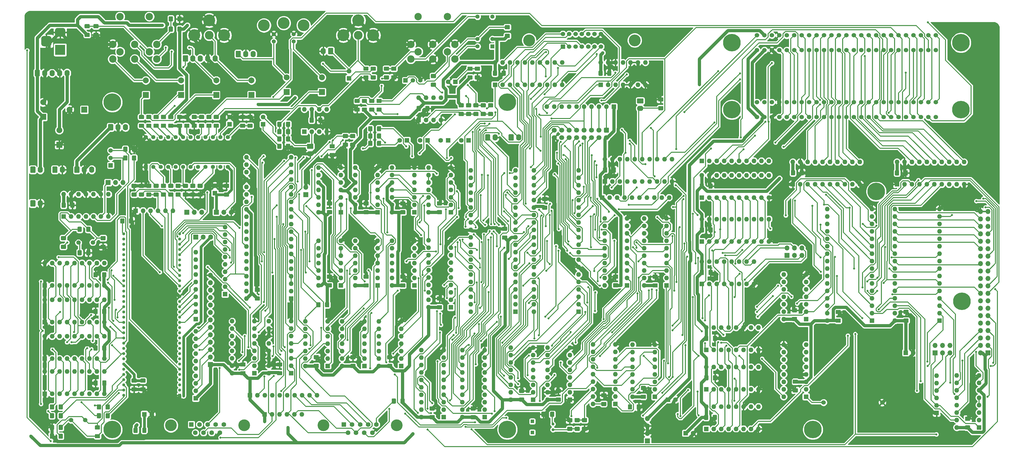
<source format=gbl>
G04 #@! TF.GenerationSoftware,KiCad,Pcbnew,(5.1.6)-1*
G04 #@! TF.CreationDate,2021-11-23T06:58:29+02:00*
G04 #@! TF.ProjectId,Omega-Mainboard,4f6d6567-612d-44d6-9169-6e626f617264,rev?*
G04 #@! TF.SameCoordinates,Original*
G04 #@! TF.FileFunction,Copper,L2,Bot*
G04 #@! TF.FilePolarity,Positive*
%FSLAX46Y46*%
G04 Gerber Fmt 4.6, Leading zero omitted, Abs format (unit mm)*
G04 Created by KiCad (PCBNEW (5.1.6)-1) date 2021-11-23 06:58:29*
%MOMM*%
%LPD*%
G01*
G04 APERTURE LIST*
G04 #@! TA.AperFunction,ComponentPad*
%ADD10C,6.000000*%
G04 #@! TD*
G04 #@! TA.AperFunction,ComponentPad*
%ADD11O,1.740000X2.190000*%
G04 #@! TD*
G04 #@! TA.AperFunction,ComponentPad*
%ADD12R,3.500000X3.500000*%
G04 #@! TD*
G04 #@! TA.AperFunction,ComponentPad*
%ADD13O,1.600000X1.600000*%
G04 #@! TD*
G04 #@! TA.AperFunction,ComponentPad*
%ADD14R,1.600000X1.600000*%
G04 #@! TD*
G04 #@! TA.AperFunction,ComponentPad*
%ADD15R,1.397000X1.397000*%
G04 #@! TD*
G04 #@! TA.AperFunction,ComponentPad*
%ADD16C,1.397000*%
G04 #@! TD*
G04 #@! TA.AperFunction,ComponentPad*
%ADD17O,1.700000X1.700000*%
G04 #@! TD*
G04 #@! TA.AperFunction,ComponentPad*
%ADD18R,1.700000X1.700000*%
G04 #@! TD*
G04 #@! TA.AperFunction,ComponentPad*
%ADD19C,1.524000*%
G04 #@! TD*
G04 #@! TA.AperFunction,ComponentPad*
%ADD20O,2.190000X1.740000*%
G04 #@! TD*
G04 #@! TA.AperFunction,ComponentPad*
%ADD21C,1.600000*%
G04 #@! TD*
G04 #@! TA.AperFunction,ComponentPad*
%ADD22C,4.000000*%
G04 #@! TD*
G04 #@! TA.AperFunction,ComponentPad*
%ADD23C,1.000000*%
G04 #@! TD*
G04 #@! TA.AperFunction,ComponentPad*
%ADD24R,1.200000X1.200000*%
G04 #@! TD*
G04 #@! TA.AperFunction,ComponentPad*
%ADD25C,1.700000*%
G04 #@! TD*
G04 #@! TA.AperFunction,ComponentPad*
%ADD26R,1.500000X1.500000*%
G04 #@! TD*
G04 #@! TA.AperFunction,ComponentPad*
%ADD27C,1.500000*%
G04 #@! TD*
G04 #@! TA.AperFunction,ComponentPad*
%ADD28C,2.000000*%
G04 #@! TD*
G04 #@! TA.AperFunction,ComponentPad*
%ADD29R,2.000000X2.000000*%
G04 #@! TD*
G04 #@! TA.AperFunction,ComponentPad*
%ADD30C,2.500000*%
G04 #@! TD*
G04 #@! TA.AperFunction,ComponentPad*
%ADD31C,4.000500*%
G04 #@! TD*
G04 #@! TA.AperFunction,ComponentPad*
%ADD32C,1.371600*%
G04 #@! TD*
G04 #@! TA.AperFunction,ComponentPad*
%ADD33R,1.016000X1.016000*%
G04 #@! TD*
G04 #@! TA.AperFunction,ComponentPad*
%ADD34C,1.016000*%
G04 #@! TD*
G04 #@! TA.AperFunction,ComponentPad*
%ADD35C,4.064000*%
G04 #@! TD*
G04 #@! TA.AperFunction,ComponentPad*
%ADD36C,2.971800*%
G04 #@! TD*
G04 #@! TA.AperFunction,ComponentPad*
%ADD37R,1.524000X1.524000*%
G04 #@! TD*
G04 #@! TA.AperFunction,ComponentPad*
%ADD38C,4.048760*%
G04 #@! TD*
G04 #@! TA.AperFunction,ViaPad*
%ADD39C,1.100000*%
G04 #@! TD*
G04 #@! TA.AperFunction,ViaPad*
%ADD40C,0.700000*%
G04 #@! TD*
G04 #@! TA.AperFunction,ViaPad*
%ADD41C,0.900000*%
G04 #@! TD*
G04 #@! TA.AperFunction,Conductor*
%ADD42C,1.100000*%
G04 #@! TD*
G04 #@! TA.AperFunction,Conductor*
%ADD43C,0.350000*%
G04 #@! TD*
G04 #@! TA.AperFunction,Conductor*
%ADD44C,0.900000*%
G04 #@! TD*
G04 #@! TA.AperFunction,Conductor*
%ADD45C,0.254000*%
G04 #@! TD*
G04 APERTURE END LIST*
D10*
X357822000Y-80010000D03*
X279718000Y-80010000D03*
X357822000Y-57150000D03*
X279718000Y-57150000D03*
X358140000Y-145415000D03*
X307340000Y-189230000D03*
X203200000Y-189230000D03*
X68580000Y-189230000D03*
X328930000Y-107950000D03*
X203200000Y-77470000D03*
X68580000Y-77470000D03*
D11*
X53160000Y-67500000D03*
X50620000Y-67500000D03*
X48080000Y-67500000D03*
X45540000Y-67500000D03*
G04 #@! TA.AperFunction,ComponentPad*
G36*
G01*
X42130000Y-68345001D02*
X42130000Y-66654999D01*
G75*
G02*
X42379999Y-66405000I249999J0D01*
G01*
X43620001Y-66405000D01*
G75*
G02*
X43870000Y-66654999I0J-249999D01*
G01*
X43870000Y-68345001D01*
G75*
G02*
X43620001Y-68595000I-249999J0D01*
G01*
X42379999Y-68595000D01*
G75*
G02*
X42130000Y-68345001I0J249999D01*
G01*
G37*
G04 #@! TD.AperFunction*
X44040000Y-100500000D03*
G04 #@! TA.AperFunction,ComponentPad*
G36*
G01*
X40630000Y-101345001D02*
X40630000Y-99654999D01*
G75*
G02*
X40879999Y-99405000I249999J0D01*
G01*
X42120001Y-99405000D01*
G75*
G02*
X42370000Y-99654999I0J-249999D01*
G01*
X42370000Y-101345001D01*
G75*
G02*
X42120001Y-101595000I-249999J0D01*
G01*
X40879999Y-101595000D01*
G75*
G02*
X40630000Y-101345001I0J249999D01*
G01*
G37*
G04 #@! TD.AperFunction*
G04 #@! TA.AperFunction,ComponentPad*
G36*
G01*
X45225000Y-54850000D02*
X46975000Y-54850000D01*
G75*
G02*
X47850000Y-55725000I0J-875000D01*
G01*
X47850000Y-57475000D01*
G75*
G02*
X46975000Y-58350000I-875000J0D01*
G01*
X45225000Y-58350000D01*
G75*
G02*
X44350000Y-57475000I0J875000D01*
G01*
X44350000Y-55725000D01*
G75*
G02*
X45225000Y-54850000I875000J0D01*
G01*
G37*
G04 #@! TD.AperFunction*
G04 #@! TA.AperFunction,ComponentPad*
G36*
G01*
X49800000Y-52100000D02*
X51800000Y-52100000D01*
G75*
G02*
X52550000Y-52850000I0J-750000D01*
G01*
X52550000Y-54350000D01*
G75*
G02*
X51800000Y-55100000I-750000J0D01*
G01*
X49800000Y-55100000D01*
G75*
G02*
X49050000Y-54350000I0J750000D01*
G01*
X49050000Y-52850000D01*
G75*
G02*
X49800000Y-52100000I750000J0D01*
G01*
G37*
G04 #@! TD.AperFunction*
D12*
X50800000Y-59600000D03*
D13*
X199000000Y-63880000D03*
X221860000Y-71500000D03*
X201540000Y-63880000D03*
X219320000Y-71500000D03*
X204080000Y-63880000D03*
X216780000Y-71500000D03*
X206620000Y-63880000D03*
X214240000Y-71500000D03*
X209160000Y-63880000D03*
X211700000Y-71500000D03*
X211700000Y-63880000D03*
X209160000Y-71500000D03*
X214240000Y-63880000D03*
X206620000Y-71500000D03*
X216780000Y-63880000D03*
X204080000Y-71500000D03*
X219320000Y-63880000D03*
X201540000Y-71500000D03*
X221860000Y-63880000D03*
D14*
X199000000Y-71500000D03*
D15*
X80030000Y-99580000D03*
D16*
X82570000Y-99580000D03*
X85110000Y-99580000D03*
X87650000Y-99580000D03*
X90190000Y-99580000D03*
X92730000Y-99580000D03*
X95270000Y-99580000D03*
X97810000Y-99580000D03*
X100350000Y-99580000D03*
X102890000Y-99580000D03*
X105430000Y-99580000D03*
X107970000Y-99580000D03*
X107970000Y-89420000D03*
X105430000Y-89420000D03*
X102890000Y-89420000D03*
X100350000Y-89420000D03*
X97810000Y-89420000D03*
X95270000Y-89420000D03*
X92730000Y-89420000D03*
X90190000Y-89420000D03*
X87650000Y-89420000D03*
X85110000Y-89420000D03*
X82570000Y-89420000D03*
X80030000Y-89420000D03*
D17*
X250975000Y-185455000D03*
X250975000Y-187995000D03*
X250975000Y-190535000D03*
D18*
X250975000Y-193075000D03*
D11*
X51540000Y-100500000D03*
G04 #@! TA.AperFunction,ComponentPad*
G36*
G01*
X48130000Y-101345001D02*
X48130000Y-99654999D01*
G75*
G02*
X48379999Y-99405000I249999J0D01*
G01*
X49620001Y-99405000D01*
G75*
G02*
X49870000Y-99654999I0J-249999D01*
G01*
X49870000Y-101345001D01*
G75*
G02*
X49620001Y-101595000I-249999J0D01*
G01*
X48379999Y-101595000D01*
G75*
G02*
X48130000Y-101345001I0J249999D01*
G01*
G37*
G04 #@! TD.AperFunction*
X44040000Y-112000000D03*
G04 #@! TA.AperFunction,ComponentPad*
G36*
G01*
X40630000Y-112845001D02*
X40630000Y-111154999D01*
G75*
G02*
X40879999Y-110905000I249999J0D01*
G01*
X42120001Y-110905000D01*
G75*
G02*
X42370000Y-111154999I0J-249999D01*
G01*
X42370000Y-112845001D01*
G75*
G02*
X42120001Y-113095000I-249999J0D01*
G01*
X40879999Y-113095000D01*
G75*
G02*
X40630000Y-112845001I0J249999D01*
G01*
G37*
G04 #@! TD.AperFunction*
D13*
X190760000Y-149000000D03*
X206000000Y-100740000D03*
X190760000Y-146460000D03*
X206000000Y-103280000D03*
X190760000Y-143920000D03*
X206000000Y-105820000D03*
X190760000Y-141380000D03*
X206000000Y-108360000D03*
X190760000Y-138840000D03*
X206000000Y-110900000D03*
X190760000Y-136300000D03*
X206000000Y-113440000D03*
X190760000Y-133760000D03*
X206000000Y-115980000D03*
X190760000Y-131220000D03*
X206000000Y-118520000D03*
X190760000Y-128680000D03*
X206000000Y-121060000D03*
X190760000Y-126140000D03*
X206000000Y-123600000D03*
X190760000Y-123600000D03*
X206000000Y-126140000D03*
X190760000Y-121060000D03*
X206000000Y-128680000D03*
X190760000Y-118520000D03*
X206000000Y-131220000D03*
X190760000Y-115980000D03*
X206000000Y-133760000D03*
X190760000Y-113440000D03*
X206000000Y-136300000D03*
X190760000Y-110900000D03*
X206000000Y-138840000D03*
X190760000Y-108360000D03*
X206000000Y-141380000D03*
X190760000Y-105820000D03*
X206000000Y-143920000D03*
X190760000Y-103280000D03*
X206000000Y-146460000D03*
X190760000Y-100740000D03*
D14*
X206000000Y-149000000D03*
D19*
X349250000Y-54610000D03*
X349250000Y-59690000D03*
X346710000Y-54610000D03*
X346710000Y-59690000D03*
X344170000Y-54610000D03*
X344170000Y-59690000D03*
X341630000Y-54610000D03*
X341630000Y-59690000D03*
X339090000Y-54610000D03*
X339090000Y-59690000D03*
X336550000Y-54610000D03*
X336550000Y-59690000D03*
X334010000Y-54610000D03*
X334010000Y-59690000D03*
X331470000Y-54610000D03*
X331470000Y-59690000D03*
X328930000Y-54610000D03*
X328930000Y-59690000D03*
X326390000Y-54610000D03*
X326390000Y-59690000D03*
X323850000Y-54610000D03*
X323850000Y-59690000D03*
X321310000Y-54610000D03*
X321310000Y-59690000D03*
X318770000Y-54610000D03*
X318770000Y-59690000D03*
X316230000Y-54610000D03*
X316230000Y-59690000D03*
X313690000Y-54610000D03*
X313690000Y-59690000D03*
X311150000Y-54610000D03*
X311150000Y-59690000D03*
X308610000Y-54610000D03*
X308610000Y-59690000D03*
X306070000Y-54610000D03*
X306070000Y-59690000D03*
X303530000Y-54610000D03*
X303530000Y-59690000D03*
X300990000Y-54610000D03*
X300990000Y-59690000D03*
X298450000Y-54610000D03*
X298450000Y-59690000D03*
X295910000Y-54610000D03*
X295910000Y-59690000D03*
X293370000Y-54610000D03*
X293370000Y-59690000D03*
X290830000Y-54610000D03*
X290830000Y-59690000D03*
X288290000Y-54610000D03*
X288290000Y-59690000D03*
X349250000Y-77470000D03*
X349250000Y-82550000D03*
X346710000Y-77470000D03*
X346710000Y-82550000D03*
X344170000Y-77470000D03*
X344170000Y-82550000D03*
X341630000Y-77470000D03*
X341630000Y-82550000D03*
X339090000Y-77470000D03*
X339090000Y-82550000D03*
X336550000Y-77470000D03*
X336550000Y-82550000D03*
X334010000Y-77470000D03*
X334010000Y-82550000D03*
X331470000Y-77470000D03*
X331470000Y-82550000D03*
X328930000Y-77470000D03*
X328930000Y-82550000D03*
X326390000Y-77470000D03*
X326390000Y-82550000D03*
X323850000Y-77470000D03*
X323850000Y-82550000D03*
X321310000Y-77470000D03*
X321310000Y-82550000D03*
X318770000Y-77470000D03*
X318770000Y-82550000D03*
X316230000Y-77470000D03*
X316230000Y-82550000D03*
X313690000Y-77470000D03*
X313690000Y-82550000D03*
X311150000Y-77470000D03*
X311150000Y-82550000D03*
X308610000Y-77470000D03*
X308610000Y-82550000D03*
X306070000Y-77470000D03*
X306070000Y-82550000D03*
X303530000Y-77470000D03*
X303530000Y-82550000D03*
X300990000Y-77470000D03*
X300990000Y-82550000D03*
X298450000Y-77470000D03*
X298450000Y-82550000D03*
X295910000Y-77470000D03*
X295910000Y-82550000D03*
X293370000Y-77470000D03*
X293370000Y-82550000D03*
X290830000Y-77470000D03*
X290830000Y-82550000D03*
X288290000Y-77470000D03*
X288290000Y-82550000D03*
D11*
X207040000Y-89500000D03*
G04 #@! TA.AperFunction,ComponentPad*
G36*
G01*
X203630000Y-90345001D02*
X203630000Y-88654999D01*
G75*
G02*
X203879999Y-88405000I249999J0D01*
G01*
X205120001Y-88405000D01*
G75*
G02*
X205370000Y-88654999I0J-249999D01*
G01*
X205370000Y-90345001D01*
G75*
G02*
X205120001Y-90595000I-249999J0D01*
G01*
X203879999Y-90595000D01*
G75*
G02*
X203630000Y-90345001I0J249999D01*
G01*
G37*
G04 #@! TD.AperFunction*
X199040000Y-89500000D03*
G04 #@! TA.AperFunction,ComponentPad*
G36*
G01*
X195630000Y-90345001D02*
X195630000Y-88654999D01*
G75*
G02*
X195879999Y-88405000I249999J0D01*
G01*
X197120001Y-88405000D01*
G75*
G02*
X197370000Y-88654999I0J-249999D01*
G01*
X197370000Y-90345001D01*
G75*
G02*
X197120001Y-90595000I-249999J0D01*
G01*
X195879999Y-90595000D01*
G75*
G02*
X195630000Y-90345001I0J249999D01*
G01*
G37*
G04 #@! TD.AperFunction*
D20*
X248500000Y-79540000D03*
G04 #@! TA.AperFunction,ComponentPad*
G36*
G01*
X247654999Y-76130000D02*
X249345001Y-76130000D01*
G75*
G02*
X249595000Y-76379999I0J-249999D01*
G01*
X249595000Y-77620001D01*
G75*
G02*
X249345001Y-77870000I-249999J0D01*
G01*
X247654999Y-77870000D01*
G75*
G02*
X247405000Y-77620001I0J249999D01*
G01*
X247405000Y-76379999D01*
G75*
G02*
X247654999Y-76130000I249999J0D01*
G01*
G37*
G04 #@! TD.AperFunction*
X136000000Y-95040000D03*
G04 #@! TA.AperFunction,ComponentPad*
G36*
G01*
X135154999Y-91630000D02*
X136845001Y-91630000D01*
G75*
G02*
X137095000Y-91879999I0J-249999D01*
G01*
X137095000Y-93120001D01*
G75*
G02*
X136845001Y-93370000I-249999J0D01*
G01*
X135154999Y-93370000D01*
G75*
G02*
X134905000Y-93120001I0J249999D01*
G01*
X134905000Y-91879999D01*
G75*
G02*
X135154999Y-91630000I249999J0D01*
G01*
G37*
G04 #@! TD.AperFunction*
D11*
X140460000Y-60000000D03*
G04 #@! TA.AperFunction,ComponentPad*
G36*
G01*
X143870000Y-59154999D02*
X143870000Y-60845001D01*
G75*
G02*
X143620001Y-61095000I-249999J0D01*
G01*
X142379999Y-61095000D01*
G75*
G02*
X142130000Y-60845001I0J249999D01*
G01*
X142130000Y-59154999D01*
G75*
G02*
X142379999Y-58905000I249999J0D01*
G01*
X143620001Y-58905000D01*
G75*
G02*
X143870000Y-59154999I0J-249999D01*
G01*
G37*
G04 #@! TD.AperFunction*
X103660000Y-62500000D03*
X101120000Y-62500000D03*
X98580000Y-62500000D03*
X96040000Y-62500000D03*
G04 #@! TA.AperFunction,ComponentPad*
G36*
G01*
X92630000Y-63345001D02*
X92630000Y-61654999D01*
G75*
G02*
X92879999Y-61405000I249999J0D01*
G01*
X94120001Y-61405000D01*
G75*
G02*
X94370000Y-61654999I0J-249999D01*
G01*
X94370000Y-63345001D01*
G75*
G02*
X94120001Y-63595000I-249999J0D01*
G01*
X92879999Y-63595000D01*
G75*
G02*
X92630000Y-63345001I0J249999D01*
G01*
G37*
G04 #@! TD.AperFunction*
X116580000Y-61000000D03*
X114040000Y-61000000D03*
G04 #@! TA.AperFunction,ComponentPad*
G36*
G01*
X110630000Y-61845001D02*
X110630000Y-60154999D01*
G75*
G02*
X110879999Y-59905000I249999J0D01*
G01*
X112120001Y-59905000D01*
G75*
G02*
X112370000Y-60154999I0J-249999D01*
G01*
X112370000Y-61845001D01*
G75*
G02*
X112120001Y-62095000I-249999J0D01*
G01*
X110879999Y-62095000D01*
G75*
G02*
X110630000Y-61845001I0J249999D01*
G01*
G37*
G04 #@! TD.AperFunction*
X61580000Y-100500000D03*
X59040000Y-100500000D03*
G04 #@! TA.AperFunction,ComponentPad*
G36*
G01*
X55630000Y-101345001D02*
X55630000Y-99654999D01*
G75*
G02*
X55879999Y-99405000I249999J0D01*
G01*
X57120001Y-99405000D01*
G75*
G02*
X57370000Y-99654999I0J-249999D01*
G01*
X57370000Y-101345001D01*
G75*
G02*
X57120001Y-101595000I-249999J0D01*
G01*
X55879999Y-101595000D01*
G75*
G02*
X55630000Y-101345001I0J249999D01*
G01*
G37*
G04 #@! TD.AperFunction*
X73080000Y-86000000D03*
X70540000Y-86000000D03*
G04 #@! TA.AperFunction,ComponentPad*
G36*
G01*
X67130000Y-86845001D02*
X67130000Y-85154999D01*
G75*
G02*
X67379999Y-84905000I249999J0D01*
G01*
X68620001Y-84905000D01*
G75*
G02*
X68870000Y-85154999I0J-249999D01*
G01*
X68870000Y-86845001D01*
G75*
G02*
X68620001Y-87095000I-249999J0D01*
G01*
X67379999Y-87095000D01*
G75*
G02*
X67130000Y-86845001I0J249999D01*
G01*
G37*
G04 #@! TD.AperFunction*
D21*
X260500000Y-179000000D03*
D14*
X258000000Y-179000000D03*
D21*
X266500000Y-190500000D03*
D14*
X264000000Y-190500000D03*
D22*
X165540000Y-187800000D03*
X140540000Y-187800000D03*
D21*
X157195000Y-190340000D03*
X154425000Y-190340000D03*
X151655000Y-190340000D03*
X148885000Y-190340000D03*
X158580000Y-187500000D03*
X155810000Y-187500000D03*
X153040000Y-187500000D03*
X150270000Y-187500000D03*
D14*
X147500000Y-187500000D03*
D22*
X113540000Y-187800000D03*
X88540000Y-187800000D03*
D21*
X105195000Y-190340000D03*
X102425000Y-190340000D03*
X99655000Y-190340000D03*
X96885000Y-190340000D03*
X106580000Y-187500000D03*
X103810000Y-187500000D03*
X101040000Y-187500000D03*
X98270000Y-187500000D03*
D14*
X95500000Y-187500000D03*
G04 #@! TA.AperFunction,SMDPad,CuDef*
G36*
G01*
X203825000Y-52565000D02*
X202575000Y-52565000D01*
G75*
G02*
X202325000Y-52315000I0J250000D01*
G01*
X202325000Y-51390000D01*
G75*
G02*
X202575000Y-51140000I250000J0D01*
G01*
X203825000Y-51140000D01*
G75*
G02*
X204075000Y-51390000I0J-250000D01*
G01*
X204075000Y-52315000D01*
G75*
G02*
X203825000Y-52565000I-250000J0D01*
G01*
G37*
G04 #@! TD.AperFunction*
G04 #@! TA.AperFunction,SMDPad,CuDef*
G36*
G01*
X203825000Y-55540000D02*
X202575000Y-55540000D01*
G75*
G02*
X202325000Y-55290000I0J250000D01*
G01*
X202325000Y-54365000D01*
G75*
G02*
X202575000Y-54115000I250000J0D01*
G01*
X203825000Y-54115000D01*
G75*
G02*
X204075000Y-54365000I0J-250000D01*
G01*
X204075000Y-55290000D01*
G75*
G02*
X203825000Y-55540000I-250000J0D01*
G01*
G37*
G04 #@! TD.AperFunction*
D17*
X109080000Y-115000000D03*
X106540000Y-115000000D03*
D18*
X104000000Y-115000000D03*
D17*
X99080000Y-115000000D03*
X96540000Y-115000000D03*
D18*
X94000000Y-115000000D03*
D17*
X364460000Y-114740000D03*
X367000000Y-114740000D03*
X364460000Y-117280000D03*
X367000000Y-117280000D03*
X364460000Y-119820000D03*
X367000000Y-119820000D03*
X364460000Y-122360000D03*
X367000000Y-122360000D03*
X364460000Y-124900000D03*
X367000000Y-124900000D03*
X364460000Y-127440000D03*
X367000000Y-127440000D03*
X364460000Y-129980000D03*
X367000000Y-129980000D03*
X364460000Y-132520000D03*
X367000000Y-132520000D03*
X364460000Y-135060000D03*
X367000000Y-135060000D03*
X364460000Y-137600000D03*
X367000000Y-137600000D03*
X364460000Y-140140000D03*
X367000000Y-140140000D03*
X364460000Y-142680000D03*
X367000000Y-142680000D03*
X364460000Y-145220000D03*
X367000000Y-145220000D03*
X364460000Y-147760000D03*
X367000000Y-147760000D03*
X364460000Y-150300000D03*
X367000000Y-150300000D03*
X364460000Y-152840000D03*
X367000000Y-152840000D03*
X364460000Y-155380000D03*
X367000000Y-155380000D03*
X364460000Y-157920000D03*
X367000000Y-157920000D03*
X364460000Y-160460000D03*
X367000000Y-160460000D03*
X364460000Y-163000000D03*
D18*
X367000000Y-163000000D03*
G04 #@! TA.AperFunction,SMDPad,CuDef*
G36*
G01*
X360700000Y-186250000D02*
X359450000Y-186250000D01*
G75*
G02*
X359200000Y-186000000I0J250000D01*
G01*
X359200000Y-185075000D01*
G75*
G02*
X359450000Y-184825000I250000J0D01*
G01*
X360700000Y-184825000D01*
G75*
G02*
X360950000Y-185075000I0J-250000D01*
G01*
X360950000Y-186000000D01*
G75*
G02*
X360700000Y-186250000I-250000J0D01*
G01*
G37*
G04 #@! TD.AperFunction*
G04 #@! TA.AperFunction,SMDPad,CuDef*
G36*
G01*
X360700000Y-189225000D02*
X359450000Y-189225000D01*
G75*
G02*
X359200000Y-188975000I0J250000D01*
G01*
X359200000Y-188050000D01*
G75*
G02*
X359450000Y-187800000I250000J0D01*
G01*
X360700000Y-187800000D01*
G75*
G02*
X360950000Y-188050000I0J-250000D01*
G01*
X360950000Y-188975000D01*
G75*
G02*
X360700000Y-189225000I-250000J0D01*
G01*
G37*
G04 #@! TD.AperFunction*
D13*
X356380000Y-188500000D03*
X364000000Y-170720000D03*
X356380000Y-185960000D03*
X364000000Y-173260000D03*
X356380000Y-183420000D03*
X364000000Y-175800000D03*
X356380000Y-180880000D03*
X364000000Y-178340000D03*
X356380000Y-178340000D03*
X364000000Y-180880000D03*
X356380000Y-175800000D03*
X364000000Y-183420000D03*
X356380000Y-173260000D03*
X364000000Y-185960000D03*
X356380000Y-170720000D03*
D14*
X364000000Y-188500000D03*
D13*
X349500000Y-170800000D03*
X349500000Y-173340000D03*
X349500000Y-175880000D03*
X349500000Y-178420000D03*
X349500000Y-180960000D03*
D14*
X349500000Y-183500000D03*
D18*
X349000000Y-163000000D03*
D17*
X349000000Y-160460000D03*
X351540000Y-163000000D03*
X351540000Y-160460000D03*
X354080000Y-163000000D03*
X354080000Y-160460000D03*
D21*
X341500000Y-163000000D03*
D14*
X339000000Y-163000000D03*
G04 #@! TA.AperFunction,SMDPad,CuDef*
G36*
G01*
X339700000Y-149750000D02*
X338450000Y-149750000D01*
G75*
G02*
X338200000Y-149500000I0J250000D01*
G01*
X338200000Y-148575000D01*
G75*
G02*
X338450000Y-148325000I250000J0D01*
G01*
X339700000Y-148325000D01*
G75*
G02*
X339950000Y-148575000I0J-250000D01*
G01*
X339950000Y-149500000D01*
G75*
G02*
X339700000Y-149750000I-250000J0D01*
G01*
G37*
G04 #@! TD.AperFunction*
G04 #@! TA.AperFunction,SMDPad,CuDef*
G36*
G01*
X339700000Y-152725000D02*
X338450000Y-152725000D01*
G75*
G02*
X338200000Y-152475000I0J250000D01*
G01*
X338200000Y-151550000D01*
G75*
G02*
X338450000Y-151300000I250000J0D01*
G01*
X339700000Y-151300000D01*
G75*
G02*
X339950000Y-151550000I0J-250000D01*
G01*
X339950000Y-152475000D01*
G75*
G02*
X339700000Y-152725000I-250000J0D01*
G01*
G37*
G04 #@! TD.AperFunction*
D13*
X335260000Y-152000000D03*
X350500000Y-113900000D03*
X335260000Y-149460000D03*
X350500000Y-116440000D03*
X335260000Y-146920000D03*
X350500000Y-118980000D03*
X335260000Y-144380000D03*
X350500000Y-121520000D03*
X335260000Y-141840000D03*
X350500000Y-124060000D03*
X335260000Y-139300000D03*
X350500000Y-126600000D03*
X335260000Y-136760000D03*
X350500000Y-129140000D03*
X335260000Y-134220000D03*
X350500000Y-131680000D03*
X335260000Y-131680000D03*
X350500000Y-134220000D03*
X335260000Y-129140000D03*
X350500000Y-136760000D03*
X335260000Y-126600000D03*
X350500000Y-139300000D03*
X335260000Y-124060000D03*
X350500000Y-141840000D03*
X335260000Y-121520000D03*
X350500000Y-144380000D03*
X335260000Y-118980000D03*
X350500000Y-146920000D03*
X335260000Y-116440000D03*
X350500000Y-149460000D03*
X335260000Y-113900000D03*
D14*
X350500000Y-152000000D03*
D17*
X134500000Y-106460000D03*
D18*
X134500000Y-109000000D03*
G04 #@! TA.AperFunction,SMDPad,CuDef*
G36*
G01*
X78775000Y-190125000D02*
X78775000Y-188875000D01*
G75*
G02*
X79025000Y-188625000I250000J0D01*
G01*
X79950000Y-188625000D01*
G75*
G02*
X80200000Y-188875000I0J-250000D01*
G01*
X80200000Y-190125000D01*
G75*
G02*
X79950000Y-190375000I-250000J0D01*
G01*
X79025000Y-190375000D01*
G75*
G02*
X78775000Y-190125000I0J250000D01*
G01*
G37*
G04 #@! TD.AperFunction*
G04 #@! TA.AperFunction,SMDPad,CuDef*
G36*
G01*
X75800000Y-190125000D02*
X75800000Y-188875000D01*
G75*
G02*
X76050000Y-188625000I250000J0D01*
G01*
X76975000Y-188625000D01*
G75*
G02*
X77225000Y-188875000I0J-250000D01*
G01*
X77225000Y-190125000D01*
G75*
G02*
X76975000Y-190375000I-250000J0D01*
G01*
X76050000Y-190375000D01*
G75*
G02*
X75800000Y-190125000I0J250000D01*
G01*
G37*
G04 #@! TD.AperFunction*
G04 #@! TA.AperFunction,SMDPad,CuDef*
G36*
G01*
X95875000Y-84775000D02*
X97125000Y-84775000D01*
G75*
G02*
X97375000Y-85025000I0J-250000D01*
G01*
X97375000Y-85950000D01*
G75*
G02*
X97125000Y-86200000I-250000J0D01*
G01*
X95875000Y-86200000D01*
G75*
G02*
X95625000Y-85950000I0J250000D01*
G01*
X95625000Y-85025000D01*
G75*
G02*
X95875000Y-84775000I250000J0D01*
G01*
G37*
G04 #@! TD.AperFunction*
G04 #@! TA.AperFunction,SMDPad,CuDef*
G36*
G01*
X95875000Y-81800000D02*
X97125000Y-81800000D01*
G75*
G02*
X97375000Y-82050000I0J-250000D01*
G01*
X97375000Y-82975000D01*
G75*
G02*
X97125000Y-83225000I-250000J0D01*
G01*
X95875000Y-83225000D01*
G75*
G02*
X95625000Y-82975000I0J250000D01*
G01*
X95625000Y-82050000D01*
G75*
G02*
X95875000Y-81800000I250000J0D01*
G01*
G37*
G04 #@! TD.AperFunction*
G04 #@! TA.AperFunction,SMDPad,CuDef*
G36*
G01*
X87875000Y-84775000D02*
X89125000Y-84775000D01*
G75*
G02*
X89375000Y-85025000I0J-250000D01*
G01*
X89375000Y-85950000D01*
G75*
G02*
X89125000Y-86200000I-250000J0D01*
G01*
X87875000Y-86200000D01*
G75*
G02*
X87625000Y-85950000I0J250000D01*
G01*
X87625000Y-85025000D01*
G75*
G02*
X87875000Y-84775000I250000J0D01*
G01*
G37*
G04 #@! TD.AperFunction*
G04 #@! TA.AperFunction,SMDPad,CuDef*
G36*
G01*
X87875000Y-81800000D02*
X89125000Y-81800000D01*
G75*
G02*
X89375000Y-82050000I0J-250000D01*
G01*
X89375000Y-82975000D01*
G75*
G02*
X89125000Y-83225000I-250000J0D01*
G01*
X87875000Y-83225000D01*
G75*
G02*
X87625000Y-82975000I0J250000D01*
G01*
X87625000Y-82050000D01*
G75*
G02*
X87875000Y-81800000I250000J0D01*
G01*
G37*
G04 #@! TD.AperFunction*
G04 #@! TA.AperFunction,SMDPad,CuDef*
G36*
G01*
X166775000Y-180125000D02*
X166775000Y-178875000D01*
G75*
G02*
X167025000Y-178625000I250000J0D01*
G01*
X167950000Y-178625000D01*
G75*
G02*
X168200000Y-178875000I0J-250000D01*
G01*
X168200000Y-180125000D01*
G75*
G02*
X167950000Y-180375000I-250000J0D01*
G01*
X167025000Y-180375000D01*
G75*
G02*
X166775000Y-180125000I0J250000D01*
G01*
G37*
G04 #@! TD.AperFunction*
G04 #@! TA.AperFunction,SMDPad,CuDef*
G36*
G01*
X163800000Y-180125000D02*
X163800000Y-178875000D01*
G75*
G02*
X164050000Y-178625000I250000J0D01*
G01*
X164975000Y-178625000D01*
G75*
G02*
X165225000Y-178875000I0J-250000D01*
G01*
X165225000Y-180125000D01*
G75*
G02*
X164975000Y-180375000I-250000J0D01*
G01*
X164050000Y-180375000D01*
G75*
G02*
X163800000Y-180125000I0J250000D01*
G01*
G37*
G04 #@! TD.AperFunction*
G04 #@! TA.AperFunction,SMDPad,CuDef*
G36*
G01*
X316600000Y-149775000D02*
X315350000Y-149775000D01*
G75*
G02*
X315100000Y-149525000I0J250000D01*
G01*
X315100000Y-148600000D01*
G75*
G02*
X315350000Y-148350000I250000J0D01*
G01*
X316600000Y-148350000D01*
G75*
G02*
X316850000Y-148600000I0J-250000D01*
G01*
X316850000Y-149525000D01*
G75*
G02*
X316600000Y-149775000I-250000J0D01*
G01*
G37*
G04 #@! TD.AperFunction*
G04 #@! TA.AperFunction,SMDPad,CuDef*
G36*
G01*
X316600000Y-152750000D02*
X315350000Y-152750000D01*
G75*
G02*
X315100000Y-152500000I0J250000D01*
G01*
X315100000Y-151575000D01*
G75*
G02*
X315350000Y-151325000I250000J0D01*
G01*
X316600000Y-151325000D01*
G75*
G02*
X316850000Y-151575000I0J-250000D01*
G01*
X316850000Y-152500000D01*
G75*
G02*
X316600000Y-152750000I-250000J0D01*
G01*
G37*
G04 #@! TD.AperFunction*
D13*
X312260000Y-152000000D03*
X327500000Y-113900000D03*
X312260000Y-149460000D03*
X327500000Y-116440000D03*
X312260000Y-146920000D03*
X327500000Y-118980000D03*
X312260000Y-144380000D03*
X327500000Y-121520000D03*
X312260000Y-141840000D03*
X327500000Y-124060000D03*
X312260000Y-139300000D03*
X327500000Y-126600000D03*
X312260000Y-136760000D03*
X327500000Y-129140000D03*
X312260000Y-134220000D03*
X327500000Y-131680000D03*
X312260000Y-131680000D03*
X327500000Y-134220000D03*
X312260000Y-129140000D03*
X327500000Y-136760000D03*
X312260000Y-126600000D03*
X327500000Y-139300000D03*
X312260000Y-124060000D03*
X327500000Y-141840000D03*
X312260000Y-121520000D03*
X327500000Y-144380000D03*
X312260000Y-118980000D03*
X327500000Y-146920000D03*
X312260000Y-116440000D03*
X327500000Y-149460000D03*
X312260000Y-113900000D03*
D14*
X327500000Y-152000000D03*
G04 #@! TA.AperFunction,SMDPad,CuDef*
G36*
G01*
X300725000Y-175125000D02*
X301975000Y-175125000D01*
G75*
G02*
X302225000Y-175375000I0J-250000D01*
G01*
X302225000Y-176300000D01*
G75*
G02*
X301975000Y-176550000I-250000J0D01*
G01*
X300725000Y-176550000D01*
G75*
G02*
X300475000Y-176300000I0J250000D01*
G01*
X300475000Y-175375000D01*
G75*
G02*
X300725000Y-175125000I250000J0D01*
G01*
G37*
G04 #@! TD.AperFunction*
G04 #@! TA.AperFunction,SMDPad,CuDef*
G36*
G01*
X300725000Y-172150000D02*
X301975000Y-172150000D01*
G75*
G02*
X302225000Y-172400000I0J-250000D01*
G01*
X302225000Y-173325000D01*
G75*
G02*
X301975000Y-173575000I-250000J0D01*
G01*
X300725000Y-173575000D01*
G75*
G02*
X300475000Y-173325000I0J250000D01*
G01*
X300475000Y-172400000D01*
G75*
G02*
X300725000Y-172150000I250000J0D01*
G01*
G37*
G04 #@! TD.AperFunction*
D13*
X297380000Y-178000000D03*
X305000000Y-160220000D03*
X297380000Y-175460000D03*
X305000000Y-162760000D03*
X297380000Y-172920000D03*
X305000000Y-165300000D03*
X297380000Y-170380000D03*
X305000000Y-167840000D03*
X297380000Y-167840000D03*
X305000000Y-170380000D03*
X297380000Y-165300000D03*
X305000000Y-172920000D03*
X297380000Y-162760000D03*
X305000000Y-175460000D03*
X297380000Y-160220000D03*
D14*
X305000000Y-178000000D03*
G04 #@! TA.AperFunction,SMDPad,CuDef*
G36*
G01*
X273225000Y-185700000D02*
X273225000Y-184450000D01*
G75*
G02*
X273475000Y-184200000I250000J0D01*
G01*
X274400000Y-184200000D01*
G75*
G02*
X274650000Y-184450000I0J-250000D01*
G01*
X274650000Y-185700000D01*
G75*
G02*
X274400000Y-185950000I-250000J0D01*
G01*
X273475000Y-185950000D01*
G75*
G02*
X273225000Y-185700000I0J250000D01*
G01*
G37*
G04 #@! TD.AperFunction*
G04 #@! TA.AperFunction,SMDPad,CuDef*
G36*
G01*
X270250000Y-185700000D02*
X270250000Y-184450000D01*
G75*
G02*
X270500000Y-184200000I250000J0D01*
G01*
X271425000Y-184200000D01*
G75*
G02*
X271675000Y-184450000I0J-250000D01*
G01*
X271675000Y-185700000D01*
G75*
G02*
X271425000Y-185950000I-250000J0D01*
G01*
X270500000Y-185950000D01*
G75*
G02*
X270250000Y-185700000I0J250000D01*
G01*
G37*
G04 #@! TD.AperFunction*
D13*
X271000000Y-181380000D03*
X288780000Y-189000000D03*
X273540000Y-181380000D03*
X286240000Y-189000000D03*
X276080000Y-181380000D03*
X283700000Y-189000000D03*
X278620000Y-181380000D03*
X281160000Y-189000000D03*
X281160000Y-181380000D03*
X278620000Y-189000000D03*
X283700000Y-181380000D03*
X276080000Y-189000000D03*
X286240000Y-181380000D03*
X273540000Y-189000000D03*
X288780000Y-181380000D03*
D14*
X271000000Y-189000000D03*
G04 #@! TA.AperFunction,SMDPad,CuDef*
G36*
G01*
X301700000Y-149200000D02*
X300450000Y-149200000D01*
G75*
G02*
X300200000Y-148950000I0J250000D01*
G01*
X300200000Y-148025000D01*
G75*
G02*
X300450000Y-147775000I250000J0D01*
G01*
X301700000Y-147775000D01*
G75*
G02*
X301950000Y-148025000I0J-250000D01*
G01*
X301950000Y-148950000D01*
G75*
G02*
X301700000Y-149200000I-250000J0D01*
G01*
G37*
G04 #@! TD.AperFunction*
G04 #@! TA.AperFunction,SMDPad,CuDef*
G36*
G01*
X301700000Y-152175000D02*
X300450000Y-152175000D01*
G75*
G02*
X300200000Y-151925000I0J250000D01*
G01*
X300200000Y-151000000D01*
G75*
G02*
X300450000Y-150750000I250000J0D01*
G01*
X301700000Y-150750000D01*
G75*
G02*
X301950000Y-151000000I0J-250000D01*
G01*
X301950000Y-151925000D01*
G75*
G02*
X301700000Y-152175000I-250000J0D01*
G01*
G37*
G04 #@! TD.AperFunction*
G04 #@! TA.AperFunction,SMDPad,CuDef*
G36*
G01*
X273275000Y-172200000D02*
X273275000Y-170950000D01*
G75*
G02*
X273525000Y-170700000I250000J0D01*
G01*
X274450000Y-170700000D01*
G75*
G02*
X274700000Y-170950000I0J-250000D01*
G01*
X274700000Y-172200000D01*
G75*
G02*
X274450000Y-172450000I-250000J0D01*
G01*
X273525000Y-172450000D01*
G75*
G02*
X273275000Y-172200000I0J250000D01*
G01*
G37*
G04 #@! TD.AperFunction*
G04 #@! TA.AperFunction,SMDPad,CuDef*
G36*
G01*
X270300000Y-172200000D02*
X270300000Y-170950000D01*
G75*
G02*
X270550000Y-170700000I250000J0D01*
G01*
X271475000Y-170700000D01*
G75*
G02*
X271725000Y-170950000I0J-250000D01*
G01*
X271725000Y-172200000D01*
G75*
G02*
X271475000Y-172450000I-250000J0D01*
G01*
X270550000Y-172450000D01*
G75*
G02*
X270300000Y-172200000I0J250000D01*
G01*
G37*
G04 #@! TD.AperFunction*
D13*
X271000000Y-167880000D03*
X288780000Y-175500000D03*
X273540000Y-167880000D03*
X286240000Y-175500000D03*
X276080000Y-167880000D03*
X283700000Y-175500000D03*
X278620000Y-167880000D03*
X281160000Y-175500000D03*
X281160000Y-167880000D03*
X278620000Y-175500000D03*
X283700000Y-167880000D03*
X276080000Y-175500000D03*
X286240000Y-167880000D03*
X273540000Y-175500000D03*
X288780000Y-167880000D03*
D14*
X271000000Y-175500000D03*
D17*
X303580000Y-127185000D03*
X303580000Y-129725000D03*
X301040000Y-127185000D03*
X301040000Y-129725000D03*
X298500000Y-127185000D03*
D18*
X298500000Y-129725000D03*
G04 #@! TA.AperFunction,SMDPad,CuDef*
G36*
G01*
X273250000Y-158725000D02*
X273250000Y-157475000D01*
G75*
G02*
X273500000Y-157225000I250000J0D01*
G01*
X274425000Y-157225000D01*
G75*
G02*
X274675000Y-157475000I0J-250000D01*
G01*
X274675000Y-158725000D01*
G75*
G02*
X274425000Y-158975000I-250000J0D01*
G01*
X273500000Y-158975000D01*
G75*
G02*
X273250000Y-158725000I0J250000D01*
G01*
G37*
G04 #@! TD.AperFunction*
G04 #@! TA.AperFunction,SMDPad,CuDef*
G36*
G01*
X270275000Y-158725000D02*
X270275000Y-157475000D01*
G75*
G02*
X270525000Y-157225000I250000J0D01*
G01*
X271450000Y-157225000D01*
G75*
G02*
X271700000Y-157475000I0J-250000D01*
G01*
X271700000Y-158725000D01*
G75*
G02*
X271450000Y-158975000I-250000J0D01*
G01*
X270525000Y-158975000D01*
G75*
G02*
X270275000Y-158725000I0J250000D01*
G01*
G37*
G04 #@! TD.AperFunction*
D13*
X271000000Y-154380000D03*
X288780000Y-162000000D03*
X273540000Y-154380000D03*
X286240000Y-162000000D03*
X276080000Y-154380000D03*
X283700000Y-162000000D03*
X278620000Y-154380000D03*
X281160000Y-162000000D03*
X281160000Y-154380000D03*
X278620000Y-162000000D03*
X283700000Y-154380000D03*
X276080000Y-162000000D03*
X286240000Y-154380000D03*
X273540000Y-162000000D03*
X288780000Y-154380000D03*
D14*
X271000000Y-162000000D03*
G04 #@! TA.AperFunction,SMDPad,CuDef*
G36*
G01*
X271750000Y-136200000D02*
X271750000Y-134950000D01*
G75*
G02*
X272000000Y-134700000I250000J0D01*
G01*
X272925000Y-134700000D01*
G75*
G02*
X273175000Y-134950000I0J-250000D01*
G01*
X273175000Y-136200000D01*
G75*
G02*
X272925000Y-136450000I-250000J0D01*
G01*
X272000000Y-136450000D01*
G75*
G02*
X271750000Y-136200000I0J250000D01*
G01*
G37*
G04 #@! TD.AperFunction*
G04 #@! TA.AperFunction,SMDPad,CuDef*
G36*
G01*
X268775000Y-136200000D02*
X268775000Y-134950000D01*
G75*
G02*
X269025000Y-134700000I250000J0D01*
G01*
X269950000Y-134700000D01*
G75*
G02*
X270200000Y-134950000I0J-250000D01*
G01*
X270200000Y-136200000D01*
G75*
G02*
X269950000Y-136450000I-250000J0D01*
G01*
X269025000Y-136450000D01*
G75*
G02*
X268775000Y-136200000I0J250000D01*
G01*
G37*
G04 #@! TD.AperFunction*
D13*
X269500000Y-131880000D03*
X287280000Y-139500000D03*
X272040000Y-131880000D03*
X284740000Y-139500000D03*
X274580000Y-131880000D03*
X282200000Y-139500000D03*
X277120000Y-131880000D03*
X279660000Y-139500000D03*
X279660000Y-131880000D03*
X277120000Y-139500000D03*
X282200000Y-131880000D03*
X274580000Y-139500000D03*
X284740000Y-131880000D03*
X272040000Y-139500000D03*
X287280000Y-131880000D03*
D14*
X269500000Y-139500000D03*
G04 #@! TA.AperFunction,SMDPad,CuDef*
G36*
G01*
X271775000Y-121700000D02*
X271775000Y-120450000D01*
G75*
G02*
X272025000Y-120200000I250000J0D01*
G01*
X272950000Y-120200000D01*
G75*
G02*
X273200000Y-120450000I0J-250000D01*
G01*
X273200000Y-121700000D01*
G75*
G02*
X272950000Y-121950000I-250000J0D01*
G01*
X272025000Y-121950000D01*
G75*
G02*
X271775000Y-121700000I0J250000D01*
G01*
G37*
G04 #@! TD.AperFunction*
G04 #@! TA.AperFunction,SMDPad,CuDef*
G36*
G01*
X268800000Y-121700000D02*
X268800000Y-120450000D01*
G75*
G02*
X269050000Y-120200000I250000J0D01*
G01*
X269975000Y-120200000D01*
G75*
G02*
X270225000Y-120450000I0J-250000D01*
G01*
X270225000Y-121700000D01*
G75*
G02*
X269975000Y-121950000I-250000J0D01*
G01*
X269050000Y-121950000D01*
G75*
G02*
X268800000Y-121700000I0J250000D01*
G01*
G37*
G04 #@! TD.AperFunction*
D13*
X269500000Y-117380000D03*
X292360000Y-125000000D03*
X272040000Y-117380000D03*
X289820000Y-125000000D03*
X274580000Y-117380000D03*
X287280000Y-125000000D03*
X277120000Y-117380000D03*
X284740000Y-125000000D03*
X279660000Y-117380000D03*
X282200000Y-125000000D03*
X282200000Y-117380000D03*
X279660000Y-125000000D03*
X284740000Y-117380000D03*
X277120000Y-125000000D03*
X287280000Y-117380000D03*
X274580000Y-125000000D03*
X289820000Y-117380000D03*
X272040000Y-125000000D03*
X292360000Y-117380000D03*
D14*
X269500000Y-125000000D03*
G04 #@! TA.AperFunction,SMDPad,CuDef*
G36*
G01*
X338275000Y-102225000D02*
X338275000Y-100975000D01*
G75*
G02*
X338525000Y-100725000I250000J0D01*
G01*
X339450000Y-100725000D01*
G75*
G02*
X339700000Y-100975000I0J-250000D01*
G01*
X339700000Y-102225000D01*
G75*
G02*
X339450000Y-102475000I-250000J0D01*
G01*
X338525000Y-102475000D01*
G75*
G02*
X338275000Y-102225000I0J250000D01*
G01*
G37*
G04 #@! TD.AperFunction*
G04 #@! TA.AperFunction,SMDPad,CuDef*
G36*
G01*
X335300000Y-102225000D02*
X335300000Y-100975000D01*
G75*
G02*
X335550000Y-100725000I250000J0D01*
G01*
X336475000Y-100725000D01*
G75*
G02*
X336725000Y-100975000I0J-250000D01*
G01*
X336725000Y-102225000D01*
G75*
G02*
X336475000Y-102475000I-250000J0D01*
G01*
X335550000Y-102475000D01*
G75*
G02*
X335300000Y-102225000I0J250000D01*
G01*
G37*
G04 #@! TD.AperFunction*
D13*
X336000000Y-97880000D03*
X358860000Y-105500000D03*
X338540000Y-97880000D03*
X356320000Y-105500000D03*
X341080000Y-97880000D03*
X353780000Y-105500000D03*
X343620000Y-97880000D03*
X351240000Y-105500000D03*
X346160000Y-97880000D03*
X348700000Y-105500000D03*
X348700000Y-97880000D03*
X346160000Y-105500000D03*
X351240000Y-97880000D03*
X343620000Y-105500000D03*
X353780000Y-97880000D03*
X341080000Y-105500000D03*
X356320000Y-97880000D03*
X338540000Y-105500000D03*
X358860000Y-97880000D03*
D14*
X336000000Y-105500000D03*
G04 #@! TA.AperFunction,SMDPad,CuDef*
G36*
G01*
X250200000Y-175763000D02*
X248950000Y-175763000D01*
G75*
G02*
X248700000Y-175513000I0J250000D01*
G01*
X248700000Y-174588000D01*
G75*
G02*
X248950000Y-174338000I250000J0D01*
G01*
X250200000Y-174338000D01*
G75*
G02*
X250450000Y-174588000I0J-250000D01*
G01*
X250450000Y-175513000D01*
G75*
G02*
X250200000Y-175763000I-250000J0D01*
G01*
G37*
G04 #@! TD.AperFunction*
G04 #@! TA.AperFunction,SMDPad,CuDef*
G36*
G01*
X250200000Y-178738000D02*
X248950000Y-178738000D01*
G75*
G02*
X248700000Y-178488000I0J250000D01*
G01*
X248700000Y-177563000D01*
G75*
G02*
X248950000Y-177313000I250000J0D01*
G01*
X250200000Y-177313000D01*
G75*
G02*
X250450000Y-177563000I0J-250000D01*
G01*
X250450000Y-178488000D01*
G75*
G02*
X250200000Y-178738000I-250000J0D01*
G01*
G37*
G04 #@! TD.AperFunction*
G04 #@! TA.AperFunction,SMDPad,CuDef*
G36*
G01*
X236700000Y-178225000D02*
X235450000Y-178225000D01*
G75*
G02*
X235200000Y-177975000I0J250000D01*
G01*
X235200000Y-177050000D01*
G75*
G02*
X235450000Y-176800000I250000J0D01*
G01*
X236700000Y-176800000D01*
G75*
G02*
X236950000Y-177050000I0J-250000D01*
G01*
X236950000Y-177975000D01*
G75*
G02*
X236700000Y-178225000I-250000J0D01*
G01*
G37*
G04 #@! TD.AperFunction*
G04 #@! TA.AperFunction,SMDPad,CuDef*
G36*
G01*
X236700000Y-181200000D02*
X235450000Y-181200000D01*
G75*
G02*
X235200000Y-180950000I0J250000D01*
G01*
X235200000Y-180025000D01*
G75*
G02*
X235450000Y-179775000I250000J0D01*
G01*
X236700000Y-179775000D01*
G75*
G02*
X236950000Y-180025000I0J-250000D01*
G01*
X236950000Y-180950000D01*
G75*
G02*
X236700000Y-181200000I-250000J0D01*
G01*
G37*
G04 #@! TD.AperFunction*
D13*
X245880000Y-178000000D03*
X253500000Y-160220000D03*
X245880000Y-175460000D03*
X253500000Y-162760000D03*
X245880000Y-172920000D03*
X253500000Y-165300000D03*
X245880000Y-170380000D03*
X253500000Y-167840000D03*
X245880000Y-167840000D03*
X253500000Y-170380000D03*
X245880000Y-165300000D03*
X253500000Y-172920000D03*
X245880000Y-162760000D03*
X253500000Y-175460000D03*
X245880000Y-160220000D03*
D14*
X253500000Y-178000000D03*
D13*
X232380000Y-180500000D03*
X240000000Y-160180000D03*
X232380000Y-177960000D03*
X240000000Y-162720000D03*
X232380000Y-175420000D03*
X240000000Y-165260000D03*
X232380000Y-172880000D03*
X240000000Y-167800000D03*
X232380000Y-170340000D03*
X240000000Y-170340000D03*
X232380000Y-167800000D03*
X240000000Y-172880000D03*
X232380000Y-165260000D03*
X240000000Y-175420000D03*
X232380000Y-162720000D03*
X240000000Y-177960000D03*
X232380000Y-160180000D03*
D14*
X240000000Y-180500000D03*
G04 #@! TA.AperFunction,SMDPad,CuDef*
G36*
G01*
X217775000Y-184625000D02*
X217775000Y-183375000D01*
G75*
G02*
X218025000Y-183125000I250000J0D01*
G01*
X218950000Y-183125000D01*
G75*
G02*
X219200000Y-183375000I0J-250000D01*
G01*
X219200000Y-184625000D01*
G75*
G02*
X218950000Y-184875000I-250000J0D01*
G01*
X218025000Y-184875000D01*
G75*
G02*
X217775000Y-184625000I0J250000D01*
G01*
G37*
G04 #@! TD.AperFunction*
G04 #@! TA.AperFunction,SMDPad,CuDef*
G36*
G01*
X214800000Y-184625000D02*
X214800000Y-183375000D01*
G75*
G02*
X215050000Y-183125000I250000J0D01*
G01*
X215975000Y-183125000D01*
G75*
G02*
X216225000Y-183375000I0J-250000D01*
G01*
X216225000Y-184625000D01*
G75*
G02*
X215975000Y-184875000I-250000J0D01*
G01*
X215050000Y-184875000D01*
G75*
G02*
X214800000Y-184625000I0J250000D01*
G01*
G37*
G04 #@! TD.AperFunction*
G04 #@! TA.AperFunction,SMDPad,CuDef*
G36*
G01*
X223875000Y-188275000D02*
X225125000Y-188275000D01*
G75*
G02*
X225375000Y-188525000I0J-250000D01*
G01*
X225375000Y-189450000D01*
G75*
G02*
X225125000Y-189700000I-250000J0D01*
G01*
X223875000Y-189700000D01*
G75*
G02*
X223625000Y-189450000I0J250000D01*
G01*
X223625000Y-188525000D01*
G75*
G02*
X223875000Y-188275000I250000J0D01*
G01*
G37*
G04 #@! TD.AperFunction*
G04 #@! TA.AperFunction,SMDPad,CuDef*
G36*
G01*
X223875000Y-185300000D02*
X225125000Y-185300000D01*
G75*
G02*
X225375000Y-185550000I0J-250000D01*
G01*
X225375000Y-186475000D01*
G75*
G02*
X225125000Y-186725000I-250000J0D01*
G01*
X223875000Y-186725000D01*
G75*
G02*
X223625000Y-186475000I0J250000D01*
G01*
X223625000Y-185550000D01*
G75*
G02*
X223875000Y-185300000I250000J0D01*
G01*
G37*
G04 #@! TD.AperFunction*
G04 #@! TA.AperFunction,SMDPad,CuDef*
G36*
G01*
X230125000Y-186725000D02*
X228875000Y-186725000D01*
G75*
G02*
X228625000Y-186475000I0J250000D01*
G01*
X228625000Y-185550000D01*
G75*
G02*
X228875000Y-185300000I250000J0D01*
G01*
X230125000Y-185300000D01*
G75*
G02*
X230375000Y-185550000I0J-250000D01*
G01*
X230375000Y-186475000D01*
G75*
G02*
X230125000Y-186725000I-250000J0D01*
G01*
G37*
G04 #@! TD.AperFunction*
G04 #@! TA.AperFunction,SMDPad,CuDef*
G36*
G01*
X230125000Y-189700000D02*
X228875000Y-189700000D01*
G75*
G02*
X228625000Y-189450000I0J250000D01*
G01*
X228625000Y-188525000D01*
G75*
G02*
X228875000Y-188275000I250000J0D01*
G01*
X230125000Y-188275000D01*
G75*
G02*
X230375000Y-188525000I0J-250000D01*
G01*
X230375000Y-189450000D01*
G75*
G02*
X230125000Y-189700000I-250000J0D01*
G01*
G37*
G04 #@! TD.AperFunction*
D23*
X218725000Y-187375000D03*
X218725000Y-189275000D03*
D24*
X211725000Y-186425000D03*
X211725000Y-190225000D03*
G04 #@! TA.AperFunction,SMDPad,CuDef*
G36*
G01*
X192200000Y-182725000D02*
X190950000Y-182725000D01*
G75*
G02*
X190700000Y-182475000I0J250000D01*
G01*
X190700000Y-181550000D01*
G75*
G02*
X190950000Y-181300000I250000J0D01*
G01*
X192200000Y-181300000D01*
G75*
G02*
X192450000Y-181550000I0J-250000D01*
G01*
X192450000Y-182475000D01*
G75*
G02*
X192200000Y-182725000I-250000J0D01*
G01*
G37*
G04 #@! TD.AperFunction*
G04 #@! TA.AperFunction,SMDPad,CuDef*
G36*
G01*
X192200000Y-185700000D02*
X190950000Y-185700000D01*
G75*
G02*
X190700000Y-185450000I0J250000D01*
G01*
X190700000Y-184525000D01*
G75*
G02*
X190950000Y-184275000I250000J0D01*
G01*
X192200000Y-184275000D01*
G75*
G02*
X192450000Y-184525000I0J-250000D01*
G01*
X192450000Y-185450000D01*
G75*
G02*
X192200000Y-185700000I-250000J0D01*
G01*
G37*
G04 #@! TD.AperFunction*
G04 #@! TA.AperFunction,SMDPad,CuDef*
G36*
G01*
X178200000Y-182725000D02*
X176950000Y-182725000D01*
G75*
G02*
X176700000Y-182475000I0J250000D01*
G01*
X176700000Y-181550000D01*
G75*
G02*
X176950000Y-181300000I250000J0D01*
G01*
X178200000Y-181300000D01*
G75*
G02*
X178450000Y-181550000I0J-250000D01*
G01*
X178450000Y-182475000D01*
G75*
G02*
X178200000Y-182725000I-250000J0D01*
G01*
G37*
G04 #@! TD.AperFunction*
G04 #@! TA.AperFunction,SMDPad,CuDef*
G36*
G01*
X178200000Y-185700000D02*
X176950000Y-185700000D01*
G75*
G02*
X176700000Y-185450000I0J250000D01*
G01*
X176700000Y-184525000D01*
G75*
G02*
X176950000Y-184275000I250000J0D01*
G01*
X178200000Y-184275000D01*
G75*
G02*
X178450000Y-184525000I0J-250000D01*
G01*
X178450000Y-185450000D01*
G75*
G02*
X178200000Y-185700000I-250000J0D01*
G01*
G37*
G04 #@! TD.AperFunction*
G04 #@! TA.AperFunction,SMDPad,CuDef*
G36*
G01*
X221225000Y-176725000D02*
X219975000Y-176725000D01*
G75*
G02*
X219725000Y-176475000I0J250000D01*
G01*
X219725000Y-175550000D01*
G75*
G02*
X219975000Y-175300000I250000J0D01*
G01*
X221225000Y-175300000D01*
G75*
G02*
X221475000Y-175550000I0J-250000D01*
G01*
X221475000Y-176475000D01*
G75*
G02*
X221225000Y-176725000I-250000J0D01*
G01*
G37*
G04 #@! TD.AperFunction*
G04 #@! TA.AperFunction,SMDPad,CuDef*
G36*
G01*
X221225000Y-179700000D02*
X219975000Y-179700000D01*
G75*
G02*
X219725000Y-179450000I0J250000D01*
G01*
X219725000Y-178525000D01*
G75*
G02*
X219975000Y-178275000I250000J0D01*
G01*
X221225000Y-178275000D01*
G75*
G02*
X221475000Y-178525000I0J-250000D01*
G01*
X221475000Y-179450000D01*
G75*
G02*
X221225000Y-179700000I-250000J0D01*
G01*
G37*
G04 #@! TD.AperFunction*
G04 #@! TA.AperFunction,SMDPad,CuDef*
G36*
G01*
X208700000Y-176725000D02*
X207450000Y-176725000D01*
G75*
G02*
X207200000Y-176475000I0J250000D01*
G01*
X207200000Y-175550000D01*
G75*
G02*
X207450000Y-175300000I250000J0D01*
G01*
X208700000Y-175300000D01*
G75*
G02*
X208950000Y-175550000I0J-250000D01*
G01*
X208950000Y-176475000D01*
G75*
G02*
X208700000Y-176725000I-250000J0D01*
G01*
G37*
G04 #@! TD.AperFunction*
G04 #@! TA.AperFunction,SMDPad,CuDef*
G36*
G01*
X208700000Y-179700000D02*
X207450000Y-179700000D01*
G75*
G02*
X207200000Y-179450000I0J250000D01*
G01*
X207200000Y-178525000D01*
G75*
G02*
X207450000Y-178275000I250000J0D01*
G01*
X208700000Y-178275000D01*
G75*
G02*
X208950000Y-178525000I0J-250000D01*
G01*
X208950000Y-179450000D01*
G75*
G02*
X208700000Y-179700000I-250000J0D01*
G01*
G37*
G04 #@! TD.AperFunction*
G04 #@! TA.AperFunction,SMDPad,CuDef*
G36*
G01*
X254200000Y-137750000D02*
X252950000Y-137750000D01*
G75*
G02*
X252700000Y-137500000I0J250000D01*
G01*
X252700000Y-136575000D01*
G75*
G02*
X252950000Y-136325000I250000J0D01*
G01*
X254200000Y-136325000D01*
G75*
G02*
X254450000Y-136575000I0J-250000D01*
G01*
X254450000Y-137500000D01*
G75*
G02*
X254200000Y-137750000I-250000J0D01*
G01*
G37*
G04 #@! TD.AperFunction*
G04 #@! TA.AperFunction,SMDPad,CuDef*
G36*
G01*
X254200000Y-140725000D02*
X252950000Y-140725000D01*
G75*
G02*
X252700000Y-140475000I0J250000D01*
G01*
X252700000Y-139550000D01*
G75*
G02*
X252950000Y-139300000I250000J0D01*
G01*
X254200000Y-139300000D01*
G75*
G02*
X254450000Y-139550000I0J-250000D01*
G01*
X254450000Y-140475000D01*
G75*
G02*
X254200000Y-140725000I-250000J0D01*
G01*
G37*
G04 #@! TD.AperFunction*
G04 #@! TA.AperFunction,SMDPad,CuDef*
G36*
G01*
X240725000Y-137725000D02*
X239475000Y-137725000D01*
G75*
G02*
X239225000Y-137475000I0J250000D01*
G01*
X239225000Y-136550000D01*
G75*
G02*
X239475000Y-136300000I250000J0D01*
G01*
X240725000Y-136300000D01*
G75*
G02*
X240975000Y-136550000I0J-250000D01*
G01*
X240975000Y-137475000D01*
G75*
G02*
X240725000Y-137725000I-250000J0D01*
G01*
G37*
G04 #@! TD.AperFunction*
G04 #@! TA.AperFunction,SMDPad,CuDef*
G36*
G01*
X240725000Y-140700000D02*
X239475000Y-140700000D01*
G75*
G02*
X239225000Y-140450000I0J250000D01*
G01*
X239225000Y-139525000D01*
G75*
G02*
X239475000Y-139275000I250000J0D01*
G01*
X240725000Y-139275000D01*
G75*
G02*
X240975000Y-139525000I0J-250000D01*
G01*
X240975000Y-140450000D01*
G75*
G02*
X240725000Y-140700000I-250000J0D01*
G01*
G37*
G04 #@! TD.AperFunction*
D13*
X249880000Y-140000000D03*
X257500000Y-117140000D03*
X249880000Y-137460000D03*
X257500000Y-119680000D03*
X249880000Y-134920000D03*
X257500000Y-122220000D03*
X249880000Y-132380000D03*
X257500000Y-124760000D03*
X249880000Y-129840000D03*
X257500000Y-127300000D03*
X249880000Y-127300000D03*
X257500000Y-129840000D03*
X249880000Y-124760000D03*
X257500000Y-132380000D03*
X249880000Y-122220000D03*
X257500000Y-134920000D03*
X249880000Y-119680000D03*
X257500000Y-137460000D03*
X249880000Y-117140000D03*
D14*
X257500000Y-140000000D03*
D13*
X236380000Y-140000000D03*
X244000000Y-117140000D03*
X236380000Y-137460000D03*
X244000000Y-119680000D03*
X236380000Y-134920000D03*
X244000000Y-122220000D03*
X236380000Y-132380000D03*
X244000000Y-124760000D03*
X236380000Y-129840000D03*
X244000000Y-127300000D03*
X236380000Y-127300000D03*
X244000000Y-129840000D03*
X236380000Y-124760000D03*
X244000000Y-132380000D03*
X236380000Y-122220000D03*
X244000000Y-134920000D03*
X236380000Y-119680000D03*
X244000000Y-137460000D03*
X236380000Y-117140000D03*
D14*
X244000000Y-140000000D03*
G04 #@! TA.AperFunction,SMDPad,CuDef*
G36*
G01*
X271750000Y-106725000D02*
X271750000Y-105475000D01*
G75*
G02*
X272000000Y-105225000I250000J0D01*
G01*
X272925000Y-105225000D01*
G75*
G02*
X273175000Y-105475000I0J-250000D01*
G01*
X273175000Y-106725000D01*
G75*
G02*
X272925000Y-106975000I-250000J0D01*
G01*
X272000000Y-106975000D01*
G75*
G02*
X271750000Y-106725000I0J250000D01*
G01*
G37*
G04 #@! TD.AperFunction*
G04 #@! TA.AperFunction,SMDPad,CuDef*
G36*
G01*
X268775000Y-106725000D02*
X268775000Y-105475000D01*
G75*
G02*
X269025000Y-105225000I250000J0D01*
G01*
X269950000Y-105225000D01*
G75*
G02*
X270200000Y-105475000I0J-250000D01*
G01*
X270200000Y-106725000D01*
G75*
G02*
X269950000Y-106975000I-250000J0D01*
G01*
X269025000Y-106975000D01*
G75*
G02*
X268775000Y-106725000I0J250000D01*
G01*
G37*
G04 #@! TD.AperFunction*
D13*
X269500000Y-102380000D03*
X292360000Y-110000000D03*
X272040000Y-102380000D03*
X289820000Y-110000000D03*
X274580000Y-102380000D03*
X287280000Y-110000000D03*
X277120000Y-102380000D03*
X284740000Y-110000000D03*
X279660000Y-102380000D03*
X282200000Y-110000000D03*
X282200000Y-102380000D03*
X279660000Y-110000000D03*
X284740000Y-102380000D03*
X277120000Y-110000000D03*
X287280000Y-102380000D03*
X274580000Y-110000000D03*
X289820000Y-102380000D03*
X272040000Y-110000000D03*
X292360000Y-102380000D03*
D14*
X269500000Y-110000000D03*
D13*
X292360000Y-97500000D03*
X289820000Y-97500000D03*
X287280000Y-97500000D03*
X284740000Y-97500000D03*
X282200000Y-97500000D03*
X279660000Y-97500000D03*
X277120000Y-97500000D03*
X274580000Y-97500000D03*
X272040000Y-97500000D03*
D14*
X269500000Y-97500000D03*
G04 #@! TA.AperFunction,SMDPad,CuDef*
G36*
G01*
X302825000Y-102175000D02*
X302825000Y-100925000D01*
G75*
G02*
X303075000Y-100675000I250000J0D01*
G01*
X304000000Y-100675000D01*
G75*
G02*
X304250000Y-100925000I0J-250000D01*
G01*
X304250000Y-102175000D01*
G75*
G02*
X304000000Y-102425000I-250000J0D01*
G01*
X303075000Y-102425000D01*
G75*
G02*
X302825000Y-102175000I0J250000D01*
G01*
G37*
G04 #@! TD.AperFunction*
G04 #@! TA.AperFunction,SMDPad,CuDef*
G36*
G01*
X299850000Y-102175000D02*
X299850000Y-100925000D01*
G75*
G02*
X300100000Y-100675000I250000J0D01*
G01*
X301025000Y-100675000D01*
G75*
G02*
X301275000Y-100925000I0J-250000D01*
G01*
X301275000Y-102175000D01*
G75*
G02*
X301025000Y-102425000I-250000J0D01*
G01*
X300100000Y-102425000D01*
G75*
G02*
X299850000Y-102175000I0J250000D01*
G01*
G37*
G04 #@! TD.AperFunction*
D13*
X300500000Y-97880000D03*
X323360000Y-105500000D03*
X303040000Y-97880000D03*
X320820000Y-105500000D03*
X305580000Y-97880000D03*
X318280000Y-105500000D03*
X308120000Y-97880000D03*
X315740000Y-105500000D03*
X310660000Y-97880000D03*
X313200000Y-105500000D03*
X313200000Y-97880000D03*
X310660000Y-105500000D03*
X315740000Y-97880000D03*
X308120000Y-105500000D03*
X318280000Y-97880000D03*
X305580000Y-105500000D03*
X320820000Y-97880000D03*
X303040000Y-105500000D03*
X323360000Y-97880000D03*
D14*
X300500000Y-105500000D03*
D13*
X216880000Y-179000000D03*
X224500000Y-161220000D03*
X216880000Y-176460000D03*
X224500000Y-163760000D03*
X216880000Y-173920000D03*
X224500000Y-166300000D03*
X216880000Y-171380000D03*
X224500000Y-168840000D03*
X216880000Y-168840000D03*
X224500000Y-171380000D03*
X216880000Y-166300000D03*
X224500000Y-173920000D03*
X216880000Y-163760000D03*
X224500000Y-176460000D03*
X216880000Y-161220000D03*
D14*
X224500000Y-179000000D03*
D13*
X204380000Y-179000000D03*
X212000000Y-161220000D03*
X204380000Y-176460000D03*
X212000000Y-163760000D03*
X204380000Y-173920000D03*
X212000000Y-166300000D03*
X204380000Y-171380000D03*
X212000000Y-168840000D03*
X204380000Y-168840000D03*
X212000000Y-171380000D03*
X204380000Y-166300000D03*
X212000000Y-173920000D03*
X204380000Y-163760000D03*
X212000000Y-176460000D03*
X204380000Y-161220000D03*
D14*
X212000000Y-179000000D03*
D13*
X187880000Y-185000000D03*
X195500000Y-162140000D03*
X187880000Y-182460000D03*
X195500000Y-164680000D03*
X187880000Y-179920000D03*
X195500000Y-167220000D03*
X187880000Y-177380000D03*
X195500000Y-169760000D03*
X187880000Y-174840000D03*
X195500000Y-172300000D03*
X187880000Y-172300000D03*
X195500000Y-174840000D03*
X187880000Y-169760000D03*
X195500000Y-177380000D03*
X187880000Y-167220000D03*
X195500000Y-179920000D03*
X187880000Y-164680000D03*
X195500000Y-182460000D03*
X187880000Y-162140000D03*
D14*
X195500000Y-185000000D03*
D13*
X173880000Y-185000000D03*
X181500000Y-162140000D03*
X173880000Y-182460000D03*
X181500000Y-164680000D03*
X173880000Y-179920000D03*
X181500000Y-167220000D03*
X173880000Y-177380000D03*
X181500000Y-169760000D03*
X173880000Y-174840000D03*
X181500000Y-172300000D03*
X173880000Y-172300000D03*
X181500000Y-174840000D03*
X173880000Y-169760000D03*
X181500000Y-177380000D03*
X173880000Y-167220000D03*
X181500000Y-179920000D03*
X173880000Y-164680000D03*
X181500000Y-182460000D03*
X173880000Y-162140000D03*
D14*
X181500000Y-185000000D03*
D13*
X133200000Y-184000000D03*
X130660000Y-184000000D03*
X128120000Y-184000000D03*
X125580000Y-184000000D03*
X123040000Y-184000000D03*
D14*
X120500000Y-184000000D03*
D13*
X138360000Y-177500000D03*
X135820000Y-177500000D03*
X133280000Y-177500000D03*
X130740000Y-177500000D03*
X128200000Y-177500000D03*
X125660000Y-177500000D03*
X123120000Y-177500000D03*
X120580000Y-177500000D03*
X118040000Y-177500000D03*
D14*
X115500000Y-177500000D03*
D13*
X159380000Y-167500000D03*
X167000000Y-152260000D03*
X159380000Y-164960000D03*
X167000000Y-154800000D03*
X159380000Y-162420000D03*
X167000000Y-157340000D03*
X159380000Y-159880000D03*
X167000000Y-159880000D03*
X159380000Y-157340000D03*
X167000000Y-162420000D03*
X159380000Y-154800000D03*
X167000000Y-164960000D03*
X159380000Y-152260000D03*
D14*
X167000000Y-167500000D03*
G04 #@! TA.AperFunction,SMDPad,CuDef*
G36*
G01*
X151200000Y-165250000D02*
X149950000Y-165250000D01*
G75*
G02*
X149700000Y-165000000I0J250000D01*
G01*
X149700000Y-164075000D01*
G75*
G02*
X149950000Y-163825000I250000J0D01*
G01*
X151200000Y-163825000D01*
G75*
G02*
X151450000Y-164075000I0J-250000D01*
G01*
X151450000Y-165000000D01*
G75*
G02*
X151200000Y-165250000I-250000J0D01*
G01*
G37*
G04 #@! TD.AperFunction*
G04 #@! TA.AperFunction,SMDPad,CuDef*
G36*
G01*
X151200000Y-168225000D02*
X149950000Y-168225000D01*
G75*
G02*
X149700000Y-167975000I0J250000D01*
G01*
X149700000Y-167050000D01*
G75*
G02*
X149950000Y-166800000I250000J0D01*
G01*
X151200000Y-166800000D01*
G75*
G02*
X151450000Y-167050000I0J-250000D01*
G01*
X151450000Y-167975000D01*
G75*
G02*
X151200000Y-168225000I-250000J0D01*
G01*
G37*
G04 #@! TD.AperFunction*
G04 #@! TA.AperFunction,SMDPad,CuDef*
G36*
G01*
X163750000Y-165250000D02*
X162500000Y-165250000D01*
G75*
G02*
X162250000Y-165000000I0J250000D01*
G01*
X162250000Y-164075000D01*
G75*
G02*
X162500000Y-163825000I250000J0D01*
G01*
X163750000Y-163825000D01*
G75*
G02*
X164000000Y-164075000I0J-250000D01*
G01*
X164000000Y-165000000D01*
G75*
G02*
X163750000Y-165250000I-250000J0D01*
G01*
G37*
G04 #@! TD.AperFunction*
G04 #@! TA.AperFunction,SMDPad,CuDef*
G36*
G01*
X163750000Y-168225000D02*
X162500000Y-168225000D01*
G75*
G02*
X162250000Y-167975000I0J250000D01*
G01*
X162250000Y-167050000D01*
G75*
G02*
X162500000Y-166800000I250000J0D01*
G01*
X163750000Y-166800000D01*
G75*
G02*
X164000000Y-167050000I0J-250000D01*
G01*
X164000000Y-167975000D01*
G75*
G02*
X163750000Y-168225000I-250000J0D01*
G01*
G37*
G04 #@! TD.AperFunction*
G04 #@! TA.AperFunction,SMDPad,CuDef*
G36*
G01*
X138700000Y-165200000D02*
X137450000Y-165200000D01*
G75*
G02*
X137200000Y-164950000I0J250000D01*
G01*
X137200000Y-164025000D01*
G75*
G02*
X137450000Y-163775000I250000J0D01*
G01*
X138700000Y-163775000D01*
G75*
G02*
X138950000Y-164025000I0J-250000D01*
G01*
X138950000Y-164950000D01*
G75*
G02*
X138700000Y-165200000I-250000J0D01*
G01*
G37*
G04 #@! TD.AperFunction*
G04 #@! TA.AperFunction,SMDPad,CuDef*
G36*
G01*
X138700000Y-168175000D02*
X137450000Y-168175000D01*
G75*
G02*
X137200000Y-167925000I0J250000D01*
G01*
X137200000Y-167000000D01*
G75*
G02*
X137450000Y-166750000I250000J0D01*
G01*
X138700000Y-166750000D01*
G75*
G02*
X138950000Y-167000000I0J-250000D01*
G01*
X138950000Y-167925000D01*
G75*
G02*
X138700000Y-168175000I-250000J0D01*
G01*
G37*
G04 #@! TD.AperFunction*
G04 #@! TA.AperFunction,SMDPad,CuDef*
G36*
G01*
X126225000Y-167725000D02*
X124975000Y-167725000D01*
G75*
G02*
X124725000Y-167475000I0J250000D01*
G01*
X124725000Y-166550000D01*
G75*
G02*
X124975000Y-166300000I250000J0D01*
G01*
X126225000Y-166300000D01*
G75*
G02*
X126475000Y-166550000I0J-250000D01*
G01*
X126475000Y-167475000D01*
G75*
G02*
X126225000Y-167725000I-250000J0D01*
G01*
G37*
G04 #@! TD.AperFunction*
G04 #@! TA.AperFunction,SMDPad,CuDef*
G36*
G01*
X126225000Y-170700000D02*
X124975000Y-170700000D01*
G75*
G02*
X124725000Y-170450000I0J250000D01*
G01*
X124725000Y-169525000D01*
G75*
G02*
X124975000Y-169275000I250000J0D01*
G01*
X126225000Y-169275000D01*
G75*
G02*
X126475000Y-169525000I0J-250000D01*
G01*
X126475000Y-170450000D01*
G75*
G02*
X126225000Y-170700000I-250000J0D01*
G01*
G37*
G04 #@! TD.AperFunction*
G04 #@! TA.AperFunction,SMDPad,CuDef*
G36*
G01*
X113700000Y-167725000D02*
X112450000Y-167725000D01*
G75*
G02*
X112200000Y-167475000I0J250000D01*
G01*
X112200000Y-166550000D01*
G75*
G02*
X112450000Y-166300000I250000J0D01*
G01*
X113700000Y-166300000D01*
G75*
G02*
X113950000Y-166550000I0J-250000D01*
G01*
X113950000Y-167475000D01*
G75*
G02*
X113700000Y-167725000I-250000J0D01*
G01*
G37*
G04 #@! TD.AperFunction*
G04 #@! TA.AperFunction,SMDPad,CuDef*
G36*
G01*
X113700000Y-170700000D02*
X112450000Y-170700000D01*
G75*
G02*
X112200000Y-170450000I0J250000D01*
G01*
X112200000Y-169525000D01*
G75*
G02*
X112450000Y-169275000I250000J0D01*
G01*
X113700000Y-169275000D01*
G75*
G02*
X113950000Y-169525000I0J-250000D01*
G01*
X113950000Y-170450000D01*
G75*
G02*
X113700000Y-170700000I-250000J0D01*
G01*
G37*
G04 #@! TD.AperFunction*
D13*
X146880000Y-167500000D03*
X154500000Y-152260000D03*
X146880000Y-164960000D03*
X154500000Y-154800000D03*
X146880000Y-162420000D03*
X154500000Y-157340000D03*
X146880000Y-159880000D03*
X154500000Y-159880000D03*
X146880000Y-157340000D03*
X154500000Y-162420000D03*
X146880000Y-154800000D03*
X154500000Y-164960000D03*
X146880000Y-152260000D03*
D14*
X154500000Y-167500000D03*
D13*
X134380000Y-167500000D03*
X142000000Y-152260000D03*
X134380000Y-164960000D03*
X142000000Y-154800000D03*
X134380000Y-162420000D03*
X142000000Y-157340000D03*
X134380000Y-159880000D03*
X142000000Y-159880000D03*
X134380000Y-157340000D03*
X142000000Y-162420000D03*
X134380000Y-154800000D03*
X142000000Y-164960000D03*
X134380000Y-152260000D03*
D14*
X142000000Y-167500000D03*
D13*
X121880000Y-170000000D03*
X129500000Y-152220000D03*
X121880000Y-167460000D03*
X129500000Y-154760000D03*
X121880000Y-164920000D03*
X129500000Y-157300000D03*
X121880000Y-162380000D03*
X129500000Y-159840000D03*
X121880000Y-159840000D03*
X129500000Y-162380000D03*
X121880000Y-157300000D03*
X129500000Y-164920000D03*
X121880000Y-154760000D03*
X129500000Y-167460000D03*
X121880000Y-152220000D03*
D14*
X129500000Y-170000000D03*
D13*
X109380000Y-170000000D03*
X117000000Y-152220000D03*
X109380000Y-167460000D03*
X117000000Y-154760000D03*
X109380000Y-164920000D03*
X117000000Y-157300000D03*
X109380000Y-162380000D03*
X117000000Y-159840000D03*
X109380000Y-159840000D03*
X117000000Y-162380000D03*
X109380000Y-157300000D03*
X117000000Y-164920000D03*
X109380000Y-154760000D03*
X117000000Y-167460000D03*
X109380000Y-152220000D03*
D14*
X117000000Y-170000000D03*
G04 #@! TA.AperFunction,SMDPad,CuDef*
G36*
G01*
X238800000Y-101200000D02*
X238800000Y-99950000D01*
G75*
G02*
X239050000Y-99700000I250000J0D01*
G01*
X239975000Y-99700000D01*
G75*
G02*
X240225000Y-99950000I0J-250000D01*
G01*
X240225000Y-101200000D01*
G75*
G02*
X239975000Y-101450000I-250000J0D01*
G01*
X239050000Y-101450000D01*
G75*
G02*
X238800000Y-101200000I0J250000D01*
G01*
G37*
G04 #@! TD.AperFunction*
G04 #@! TA.AperFunction,SMDPad,CuDef*
G36*
G01*
X235825000Y-101200000D02*
X235825000Y-99950000D01*
G75*
G02*
X236075000Y-99700000I250000J0D01*
G01*
X237000000Y-99700000D01*
G75*
G02*
X237250000Y-99950000I0J-250000D01*
G01*
X237250000Y-101200000D01*
G75*
G02*
X237000000Y-101450000I-250000J0D01*
G01*
X236075000Y-101450000D01*
G75*
G02*
X235825000Y-101200000I0J250000D01*
G01*
G37*
G04 #@! TD.AperFunction*
D13*
X236500000Y-96880000D03*
X259360000Y-104500000D03*
X239040000Y-96880000D03*
X256820000Y-104500000D03*
X241580000Y-96880000D03*
X254280000Y-104500000D03*
X244120000Y-96880000D03*
X251740000Y-104500000D03*
X246660000Y-96880000D03*
X249200000Y-104500000D03*
X249200000Y-96880000D03*
X246660000Y-104500000D03*
X251740000Y-96880000D03*
X244120000Y-104500000D03*
X254280000Y-96880000D03*
X241580000Y-104500000D03*
X256820000Y-96880000D03*
X239040000Y-104500000D03*
X259360000Y-96880000D03*
D14*
X236500000Y-104500000D03*
D13*
X258360000Y-110000000D03*
X255820000Y-110000000D03*
X253280000Y-110000000D03*
X250740000Y-110000000D03*
X248200000Y-110000000D03*
X245660000Y-110000000D03*
X243120000Y-110000000D03*
X240580000Y-110000000D03*
X238040000Y-110000000D03*
D14*
X235500000Y-110000000D03*
D17*
X102000000Y-136520000D03*
X102000000Y-139060000D03*
X102000000Y-141600000D03*
X102000000Y-144140000D03*
X102000000Y-146680000D03*
X102000000Y-149220000D03*
X102000000Y-151760000D03*
X102000000Y-154300000D03*
X102000000Y-156840000D03*
X102000000Y-159380000D03*
X102000000Y-161920000D03*
X102000000Y-164460000D03*
D18*
X102000000Y-167000000D03*
D17*
X102080000Y-123500000D03*
X99540000Y-123500000D03*
D18*
X97000000Y-123500000D03*
G04 #@! TA.AperFunction,SMDPad,CuDef*
G36*
G01*
X75375000Y-174775000D02*
X76625000Y-174775000D01*
G75*
G02*
X76875000Y-175025000I0J-250000D01*
G01*
X76875000Y-175950000D01*
G75*
G02*
X76625000Y-176200000I-250000J0D01*
G01*
X75375000Y-176200000D01*
G75*
G02*
X75125000Y-175950000I0J250000D01*
G01*
X75125000Y-175025000D01*
G75*
G02*
X75375000Y-174775000I250000J0D01*
G01*
G37*
G04 #@! TD.AperFunction*
G04 #@! TA.AperFunction,SMDPad,CuDef*
G36*
G01*
X75375000Y-171800000D02*
X76625000Y-171800000D01*
G75*
G02*
X76875000Y-172050000I0J-250000D01*
G01*
X76875000Y-172975000D01*
G75*
G02*
X76625000Y-173225000I-250000J0D01*
G01*
X75375000Y-173225000D01*
G75*
G02*
X75125000Y-172975000I0J250000D01*
G01*
X75125000Y-172050000D01*
G75*
G02*
X75375000Y-171800000I250000J0D01*
G01*
G37*
G04 #@! TD.AperFunction*
D21*
X82000000Y-184000000D03*
D14*
X79500000Y-184000000D03*
G04 #@! TA.AperFunction,SMDPad,CuDef*
G36*
G01*
X78375000Y-174775000D02*
X79625000Y-174775000D01*
G75*
G02*
X79875000Y-175025000I0J-250000D01*
G01*
X79875000Y-175950000D01*
G75*
G02*
X79625000Y-176200000I-250000J0D01*
G01*
X78375000Y-176200000D01*
G75*
G02*
X78125000Y-175950000I0J250000D01*
G01*
X78125000Y-175025000D01*
G75*
G02*
X78375000Y-174775000I250000J0D01*
G01*
G37*
G04 #@! TD.AperFunction*
G04 #@! TA.AperFunction,SMDPad,CuDef*
G36*
G01*
X78375000Y-171800000D02*
X79625000Y-171800000D01*
G75*
G02*
X79875000Y-172050000I0J-250000D01*
G01*
X79875000Y-172975000D01*
G75*
G02*
X79625000Y-173225000I-250000J0D01*
G01*
X78375000Y-173225000D01*
G75*
G02*
X78125000Y-172975000I0J250000D01*
G01*
X78125000Y-172050000D01*
G75*
G02*
X78375000Y-171800000I250000J0D01*
G01*
G37*
G04 #@! TD.AperFunction*
D13*
X97000000Y-155640000D03*
X97000000Y-158180000D03*
X97000000Y-160720000D03*
X97000000Y-163260000D03*
X97000000Y-165800000D03*
X97000000Y-168340000D03*
X97000000Y-170880000D03*
X97000000Y-173420000D03*
X97000000Y-175960000D03*
D14*
X97000000Y-178500000D03*
D13*
X97000000Y-128640000D03*
X97000000Y-131180000D03*
X97000000Y-133720000D03*
X97000000Y-136260000D03*
X97000000Y-138800000D03*
X97000000Y-141340000D03*
X97000000Y-143880000D03*
X97000000Y-146420000D03*
X97000000Y-148960000D03*
D14*
X97000000Y-151500000D03*
D25*
X219220000Y-89540000D03*
X221760000Y-89540000D03*
X224300000Y-89540000D03*
X226840000Y-89540000D03*
X229380000Y-89540000D03*
X231920000Y-89540000D03*
X234460000Y-89540000D03*
X237000000Y-89540000D03*
X219220000Y-87000000D03*
X221760000Y-87000000D03*
X224300000Y-87000000D03*
X226840000Y-87000000D03*
X229380000Y-87000000D03*
X231920000Y-87000000D03*
X234460000Y-87000000D03*
G04 #@! TA.AperFunction,ComponentPad*
G36*
G01*
X236400000Y-86150000D02*
X237600000Y-86150000D01*
G75*
G02*
X237850000Y-86400000I0J-250000D01*
G01*
X237850000Y-87600000D01*
G75*
G02*
X237600000Y-87850000I-250000J0D01*
G01*
X236400000Y-87850000D01*
G75*
G02*
X236150000Y-87600000I0J250000D01*
G01*
X236150000Y-86400000D01*
G75*
G02*
X236400000Y-86150000I250000J0D01*
G01*
G37*
G04 #@! TD.AperFunction*
D13*
X216640000Y-79000000D03*
X219180000Y-79000000D03*
X221720000Y-79000000D03*
X224260000Y-79000000D03*
X226800000Y-79000000D03*
X229340000Y-79000000D03*
X231880000Y-79000000D03*
X234420000Y-79000000D03*
X236960000Y-79000000D03*
D14*
X239500000Y-79000000D03*
G04 #@! TA.AperFunction,SMDPad,CuDef*
G36*
G01*
X237250000Y-68175000D02*
X237250000Y-66925000D01*
G75*
G02*
X237500000Y-66675000I250000J0D01*
G01*
X238425000Y-66675000D01*
G75*
G02*
X238675000Y-66925000I0J-250000D01*
G01*
X238675000Y-68175000D01*
G75*
G02*
X238425000Y-68425000I-250000J0D01*
G01*
X237500000Y-68425000D01*
G75*
G02*
X237250000Y-68175000I0J250000D01*
G01*
G37*
G04 #@! TD.AperFunction*
G04 #@! TA.AperFunction,SMDPad,CuDef*
G36*
G01*
X234275000Y-68175000D02*
X234275000Y-66925000D01*
G75*
G02*
X234525000Y-66675000I250000J0D01*
G01*
X235450000Y-66675000D01*
G75*
G02*
X235700000Y-66925000I0J-250000D01*
G01*
X235700000Y-68175000D01*
G75*
G02*
X235450000Y-68425000I-250000J0D01*
G01*
X234525000Y-68425000D01*
G75*
G02*
X234275000Y-68175000I0J250000D01*
G01*
G37*
G04 #@! TD.AperFunction*
D13*
X235000000Y-63880000D03*
X250240000Y-71500000D03*
X237540000Y-63880000D03*
X247700000Y-71500000D03*
X240080000Y-63880000D03*
X245160000Y-71500000D03*
X242620000Y-63880000D03*
X242620000Y-71500000D03*
X245160000Y-63880000D03*
X240080000Y-71500000D03*
X247700000Y-63880000D03*
X237540000Y-71500000D03*
X250240000Y-63880000D03*
D14*
X235000000Y-71500000D03*
G04 #@! TA.AperFunction,SMDPad,CuDef*
G36*
G01*
X201250000Y-68175000D02*
X201250000Y-66925000D01*
G75*
G02*
X201500000Y-66675000I250000J0D01*
G01*
X202425000Y-66675000D01*
G75*
G02*
X202675000Y-66925000I0J-250000D01*
G01*
X202675000Y-68175000D01*
G75*
G02*
X202425000Y-68425000I-250000J0D01*
G01*
X201500000Y-68425000D01*
G75*
G02*
X201250000Y-68175000I0J250000D01*
G01*
G37*
G04 #@! TD.AperFunction*
G04 #@! TA.AperFunction,SMDPad,CuDef*
G36*
G01*
X198275000Y-68175000D02*
X198275000Y-66925000D01*
G75*
G02*
X198525000Y-66675000I250000J0D01*
G01*
X199450000Y-66675000D01*
G75*
G02*
X199700000Y-66925000I0J-250000D01*
G01*
X199700000Y-68175000D01*
G75*
G02*
X199450000Y-68425000I-250000J0D01*
G01*
X198525000Y-68425000D01*
G75*
G02*
X198275000Y-68175000I0J250000D01*
G01*
G37*
G04 #@! TD.AperFunction*
G04 #@! TA.AperFunction,SMDPad,CuDef*
G36*
G01*
X177375000Y-70775000D02*
X178625000Y-70775000D01*
G75*
G02*
X178875000Y-71025000I0J-250000D01*
G01*
X178875000Y-71950000D01*
G75*
G02*
X178625000Y-72200000I-250000J0D01*
G01*
X177375000Y-72200000D01*
G75*
G02*
X177125000Y-71950000I0J250000D01*
G01*
X177125000Y-71025000D01*
G75*
G02*
X177375000Y-70775000I250000J0D01*
G01*
G37*
G04 #@! TD.AperFunction*
G04 #@! TA.AperFunction,SMDPad,CuDef*
G36*
G01*
X177375000Y-67800000D02*
X178625000Y-67800000D01*
G75*
G02*
X178875000Y-68050000I0J-250000D01*
G01*
X178875000Y-68975000D01*
G75*
G02*
X178625000Y-69225000I-250000J0D01*
G01*
X177375000Y-69225000D01*
G75*
G02*
X177125000Y-68975000I0J250000D01*
G01*
X177125000Y-68050000D01*
G75*
G02*
X177375000Y-67800000I250000J0D01*
G01*
G37*
G04 #@! TD.AperFunction*
D13*
X107000000Y-120140000D03*
X107000000Y-122680000D03*
X107000000Y-125220000D03*
X107000000Y-127760000D03*
X107000000Y-130300000D03*
X107000000Y-132840000D03*
X107000000Y-135380000D03*
X107000000Y-137920000D03*
X107000000Y-140460000D03*
D14*
X107000000Y-143000000D03*
D26*
X168500000Y-70000000D03*
D27*
X173580000Y-70000000D03*
X171040000Y-70000000D03*
G04 #@! TA.AperFunction,SMDPad,CuDef*
G36*
G01*
X160125000Y-77725000D02*
X158875000Y-77725000D01*
G75*
G02*
X158625000Y-77475000I0J250000D01*
G01*
X158625000Y-76550000D01*
G75*
G02*
X158875000Y-76300000I250000J0D01*
G01*
X160125000Y-76300000D01*
G75*
G02*
X160375000Y-76550000I0J-250000D01*
G01*
X160375000Y-77475000D01*
G75*
G02*
X160125000Y-77725000I-250000J0D01*
G01*
G37*
G04 #@! TD.AperFunction*
G04 #@! TA.AperFunction,SMDPad,CuDef*
G36*
G01*
X160125000Y-80700000D02*
X158875000Y-80700000D01*
G75*
G02*
X158625000Y-80450000I0J250000D01*
G01*
X158625000Y-79525000D01*
G75*
G02*
X158875000Y-79275000I250000J0D01*
G01*
X160125000Y-79275000D01*
G75*
G02*
X160375000Y-79525000I0J-250000D01*
G01*
X160375000Y-80450000D01*
G75*
G02*
X160125000Y-80700000I-250000J0D01*
G01*
G37*
G04 #@! TD.AperFunction*
G04 #@! TA.AperFunction,SMDPad,CuDef*
G36*
G01*
X151375000Y-79275000D02*
X152625000Y-79275000D01*
G75*
G02*
X152875000Y-79525000I0J-250000D01*
G01*
X152875000Y-80450000D01*
G75*
G02*
X152625000Y-80700000I-250000J0D01*
G01*
X151375000Y-80700000D01*
G75*
G02*
X151125000Y-80450000I0J250000D01*
G01*
X151125000Y-79525000D01*
G75*
G02*
X151375000Y-79275000I250000J0D01*
G01*
G37*
G04 #@! TD.AperFunction*
G04 #@! TA.AperFunction,SMDPad,CuDef*
G36*
G01*
X151375000Y-76300000D02*
X152625000Y-76300000D01*
G75*
G02*
X152875000Y-76550000I0J-250000D01*
G01*
X152875000Y-77475000D01*
G75*
G02*
X152625000Y-77725000I-250000J0D01*
G01*
X151375000Y-77725000D01*
G75*
G02*
X151125000Y-77475000I0J250000D01*
G01*
X151125000Y-76550000D01*
G75*
G02*
X151375000Y-76300000I250000J0D01*
G01*
G37*
G04 #@! TD.AperFunction*
G04 #@! TA.AperFunction,SMDPad,CuDef*
G36*
G01*
X175250000Y-80250000D02*
X175250000Y-79000000D01*
G75*
G02*
X175500000Y-78750000I250000J0D01*
G01*
X176425000Y-78750000D01*
G75*
G02*
X176675000Y-79000000I0J-250000D01*
G01*
X176675000Y-80250000D01*
G75*
G02*
X176425000Y-80500000I-250000J0D01*
G01*
X175500000Y-80500000D01*
G75*
G02*
X175250000Y-80250000I0J250000D01*
G01*
G37*
G04 #@! TD.AperFunction*
G04 #@! TA.AperFunction,SMDPad,CuDef*
G36*
G01*
X172275000Y-80250000D02*
X172275000Y-79000000D01*
G75*
G02*
X172525000Y-78750000I250000J0D01*
G01*
X173450000Y-78750000D01*
G75*
G02*
X173700000Y-79000000I0J-250000D01*
G01*
X173700000Y-80250000D01*
G75*
G02*
X173450000Y-80500000I-250000J0D01*
G01*
X172525000Y-80500000D01*
G75*
G02*
X172275000Y-80250000I0J250000D01*
G01*
G37*
G04 #@! TD.AperFunction*
D13*
X173000000Y-75880000D03*
X180620000Y-83500000D03*
X175540000Y-75880000D03*
X178080000Y-83500000D03*
X178080000Y-75880000D03*
X175540000Y-83500000D03*
X180620000Y-75880000D03*
D14*
X173000000Y-83500000D03*
D21*
X183000000Y-70500000D03*
D14*
X185500000Y-70500000D03*
D21*
X173500000Y-90500000D03*
D14*
X176000000Y-90500000D03*
D21*
X149250000Y-66850000D03*
D14*
X149250000Y-69350000D03*
G04 #@! TA.AperFunction,SMDPad,CuDef*
G36*
G01*
X216575000Y-111200000D02*
X215325000Y-111200000D01*
G75*
G02*
X215075000Y-110950000I0J250000D01*
G01*
X215075000Y-110025000D01*
G75*
G02*
X215325000Y-109775000I250000J0D01*
G01*
X216575000Y-109775000D01*
G75*
G02*
X216825000Y-110025000I0J-250000D01*
G01*
X216825000Y-110950000D01*
G75*
G02*
X216575000Y-111200000I-250000J0D01*
G01*
G37*
G04 #@! TD.AperFunction*
G04 #@! TA.AperFunction,SMDPad,CuDef*
G36*
G01*
X216575000Y-114175000D02*
X215325000Y-114175000D01*
G75*
G02*
X215075000Y-113925000I0J250000D01*
G01*
X215075000Y-113000000D01*
G75*
G02*
X215325000Y-112750000I250000J0D01*
G01*
X216575000Y-112750000D01*
G75*
G02*
X216825000Y-113000000I0J-250000D01*
G01*
X216825000Y-113925000D01*
G75*
G02*
X216575000Y-114175000I-250000J0D01*
G01*
G37*
G04 #@! TD.AperFunction*
D13*
X212260000Y-149000000D03*
X227500000Y-100740000D03*
X212260000Y-146460000D03*
X227500000Y-103280000D03*
X212260000Y-143920000D03*
X227500000Y-105820000D03*
X212260000Y-141380000D03*
X227500000Y-108360000D03*
X212260000Y-138840000D03*
X227500000Y-110900000D03*
X212260000Y-136300000D03*
X227500000Y-113440000D03*
X212260000Y-133760000D03*
X227500000Y-115980000D03*
X212260000Y-131220000D03*
X227500000Y-118520000D03*
X212260000Y-128680000D03*
X227500000Y-121060000D03*
X212260000Y-126140000D03*
X227500000Y-123600000D03*
X212260000Y-123600000D03*
X227500000Y-126140000D03*
X212260000Y-121060000D03*
X227500000Y-128680000D03*
X212260000Y-118520000D03*
X227500000Y-131220000D03*
X212260000Y-115980000D03*
X227500000Y-133760000D03*
X212260000Y-113440000D03*
X227500000Y-136300000D03*
X212260000Y-110900000D03*
X227500000Y-138840000D03*
X212260000Y-108360000D03*
X227500000Y-141380000D03*
X212260000Y-105820000D03*
X227500000Y-143920000D03*
X212260000Y-103280000D03*
X227500000Y-146460000D03*
X212260000Y-100740000D03*
D14*
X227500000Y-149000000D03*
G04 #@! TA.AperFunction,SMDPad,CuDef*
G36*
G01*
X202900000Y-121400000D02*
X201650000Y-121400000D01*
G75*
G02*
X201400000Y-121150000I0J250000D01*
G01*
X201400000Y-120225000D01*
G75*
G02*
X201650000Y-119975000I250000J0D01*
G01*
X202900000Y-119975000D01*
G75*
G02*
X203150000Y-120225000I0J-250000D01*
G01*
X203150000Y-121150000D01*
G75*
G02*
X202900000Y-121400000I-250000J0D01*
G01*
G37*
G04 #@! TD.AperFunction*
G04 #@! TA.AperFunction,SMDPad,CuDef*
G36*
G01*
X202900000Y-124375000D02*
X201650000Y-124375000D01*
G75*
G02*
X201400000Y-124125000I0J250000D01*
G01*
X201400000Y-123200000D01*
G75*
G02*
X201650000Y-122950000I250000J0D01*
G01*
X202900000Y-122950000D01*
G75*
G02*
X203150000Y-123200000I0J-250000D01*
G01*
X203150000Y-124125000D01*
G75*
G02*
X202900000Y-124375000I-250000J0D01*
G01*
G37*
G04 #@! TD.AperFunction*
G04 #@! TA.AperFunction,SMDPad,CuDef*
G36*
G01*
X168200000Y-137750000D02*
X166950000Y-137750000D01*
G75*
G02*
X166700000Y-137500000I0J250000D01*
G01*
X166700000Y-136575000D01*
G75*
G02*
X166950000Y-136325000I250000J0D01*
G01*
X168200000Y-136325000D01*
G75*
G02*
X168450000Y-136575000I0J-250000D01*
G01*
X168450000Y-137500000D01*
G75*
G02*
X168200000Y-137750000I-250000J0D01*
G01*
G37*
G04 #@! TD.AperFunction*
G04 #@! TA.AperFunction,SMDPad,CuDef*
G36*
G01*
X168200000Y-140725000D02*
X166950000Y-140725000D01*
G75*
G02*
X166700000Y-140475000I0J250000D01*
G01*
X166700000Y-139550000D01*
G75*
G02*
X166950000Y-139300000I250000J0D01*
G01*
X168200000Y-139300000D01*
G75*
G02*
X168450000Y-139550000I0J-250000D01*
G01*
X168450000Y-140475000D01*
G75*
G02*
X168200000Y-140725000I-250000J0D01*
G01*
G37*
G04 #@! TD.AperFunction*
G04 #@! TA.AperFunction,SMDPad,CuDef*
G36*
G01*
X180700000Y-145200000D02*
X179450000Y-145200000D01*
G75*
G02*
X179200000Y-144950000I0J250000D01*
G01*
X179200000Y-144025000D01*
G75*
G02*
X179450000Y-143775000I250000J0D01*
G01*
X180700000Y-143775000D01*
G75*
G02*
X180950000Y-144025000I0J-250000D01*
G01*
X180950000Y-144950000D01*
G75*
G02*
X180700000Y-145200000I-250000J0D01*
G01*
G37*
G04 #@! TD.AperFunction*
G04 #@! TA.AperFunction,SMDPad,CuDef*
G36*
G01*
X180700000Y-148175000D02*
X179450000Y-148175000D01*
G75*
G02*
X179200000Y-147925000I0J250000D01*
G01*
X179200000Y-147000000D01*
G75*
G02*
X179450000Y-146750000I250000J0D01*
G01*
X180700000Y-146750000D01*
G75*
G02*
X180950000Y-147000000I0J-250000D01*
G01*
X180950000Y-147925000D01*
G75*
G02*
X180700000Y-148175000I-250000J0D01*
G01*
G37*
G04 #@! TD.AperFunction*
G04 #@! TA.AperFunction,SMDPad,CuDef*
G36*
G01*
X155700000Y-137750000D02*
X154450000Y-137750000D01*
G75*
G02*
X154200000Y-137500000I0J250000D01*
G01*
X154200000Y-136575000D01*
G75*
G02*
X154450000Y-136325000I250000J0D01*
G01*
X155700000Y-136325000D01*
G75*
G02*
X155950000Y-136575000I0J-250000D01*
G01*
X155950000Y-137500000D01*
G75*
G02*
X155700000Y-137750000I-250000J0D01*
G01*
G37*
G04 #@! TD.AperFunction*
G04 #@! TA.AperFunction,SMDPad,CuDef*
G36*
G01*
X155700000Y-140725000D02*
X154450000Y-140725000D01*
G75*
G02*
X154200000Y-140475000I0J250000D01*
G01*
X154200000Y-139550000D01*
G75*
G02*
X154450000Y-139300000I250000J0D01*
G01*
X155700000Y-139300000D01*
G75*
G02*
X155950000Y-139550000I0J-250000D01*
G01*
X155950000Y-140475000D01*
G75*
G02*
X155700000Y-140725000I-250000J0D01*
G01*
G37*
G04 #@! TD.AperFunction*
G04 #@! TA.AperFunction,SMDPad,CuDef*
G36*
G01*
X143200000Y-137725000D02*
X141950000Y-137725000D01*
G75*
G02*
X141700000Y-137475000I0J250000D01*
G01*
X141700000Y-136550000D01*
G75*
G02*
X141950000Y-136300000I250000J0D01*
G01*
X143200000Y-136300000D01*
G75*
G02*
X143450000Y-136550000I0J-250000D01*
G01*
X143450000Y-137475000D01*
G75*
G02*
X143200000Y-137725000I-250000J0D01*
G01*
G37*
G04 #@! TD.AperFunction*
G04 #@! TA.AperFunction,SMDPad,CuDef*
G36*
G01*
X143200000Y-140700000D02*
X141950000Y-140700000D01*
G75*
G02*
X141700000Y-140450000I0J250000D01*
G01*
X141700000Y-139525000D01*
G75*
G02*
X141950000Y-139275000I250000J0D01*
G01*
X143200000Y-139275000D01*
G75*
G02*
X143450000Y-139525000I0J-250000D01*
G01*
X143450000Y-140450000D01*
G75*
G02*
X143200000Y-140700000I-250000J0D01*
G01*
G37*
G04 #@! TD.AperFunction*
D13*
X176380000Y-147500000D03*
X184000000Y-124640000D03*
X176380000Y-144960000D03*
X184000000Y-127180000D03*
X176380000Y-142420000D03*
X184000000Y-129720000D03*
X176380000Y-139880000D03*
X184000000Y-132260000D03*
X176380000Y-137340000D03*
X184000000Y-134800000D03*
X176380000Y-134800000D03*
X184000000Y-137340000D03*
X176380000Y-132260000D03*
X184000000Y-139880000D03*
X176380000Y-129720000D03*
X184000000Y-142420000D03*
X176380000Y-127180000D03*
X184000000Y-144960000D03*
X176380000Y-124640000D03*
D14*
X184000000Y-147500000D03*
X305000000Y-151500000D03*
D13*
X297380000Y-136260000D03*
X305000000Y-148960000D03*
X297380000Y-138800000D03*
X305000000Y-146420000D03*
X297380000Y-141340000D03*
X305000000Y-143880000D03*
X297380000Y-143880000D03*
X305000000Y-141340000D03*
X297380000Y-146420000D03*
X305000000Y-138800000D03*
X297380000Y-148960000D03*
X305000000Y-136260000D03*
X297380000Y-151500000D03*
D14*
X171500000Y-140000000D03*
D13*
X163880000Y-124760000D03*
X171500000Y-137460000D03*
X163880000Y-127300000D03*
X171500000Y-134920000D03*
X163880000Y-129840000D03*
X171500000Y-132380000D03*
X163880000Y-132380000D03*
X171500000Y-129840000D03*
X163880000Y-134920000D03*
X171500000Y-127300000D03*
X163880000Y-137460000D03*
X171500000Y-124760000D03*
X163880000Y-140000000D03*
X151380000Y-140000000D03*
X159000000Y-124760000D03*
X151380000Y-137460000D03*
X159000000Y-127300000D03*
X151380000Y-134920000D03*
X159000000Y-129840000D03*
X151380000Y-132380000D03*
X159000000Y-132380000D03*
X151380000Y-129840000D03*
X159000000Y-134920000D03*
X151380000Y-127300000D03*
X159000000Y-137460000D03*
X151380000Y-124760000D03*
D14*
X159000000Y-140000000D03*
D13*
X138880000Y-140000000D03*
X146500000Y-124760000D03*
X138880000Y-137460000D03*
X146500000Y-127300000D03*
X138880000Y-134920000D03*
X146500000Y-129840000D03*
X138880000Y-132380000D03*
X146500000Y-132380000D03*
X138880000Y-129840000D03*
X146500000Y-134920000D03*
X138880000Y-127300000D03*
X146500000Y-137460000D03*
X138880000Y-124760000D03*
D14*
X146500000Y-140000000D03*
G04 #@! TA.AperFunction,SMDPad,CuDef*
G36*
G01*
X180700000Y-112725000D02*
X179450000Y-112725000D01*
G75*
G02*
X179200000Y-112475000I0J250000D01*
G01*
X179200000Y-111550000D01*
G75*
G02*
X179450000Y-111300000I250000J0D01*
G01*
X180700000Y-111300000D01*
G75*
G02*
X180950000Y-111550000I0J-250000D01*
G01*
X180950000Y-112475000D01*
G75*
G02*
X180700000Y-112725000I-250000J0D01*
G01*
G37*
G04 #@! TD.AperFunction*
G04 #@! TA.AperFunction,SMDPad,CuDef*
G36*
G01*
X180700000Y-115700000D02*
X179450000Y-115700000D01*
G75*
G02*
X179200000Y-115450000I0J250000D01*
G01*
X179200000Y-114525000D01*
G75*
G02*
X179450000Y-114275000I250000J0D01*
G01*
X180700000Y-114275000D01*
G75*
G02*
X180950000Y-114525000I0J-250000D01*
G01*
X180950000Y-115450000D01*
G75*
G02*
X180700000Y-115700000I-250000J0D01*
G01*
G37*
G04 #@! TD.AperFunction*
G04 #@! TA.AperFunction,SMDPad,CuDef*
G36*
G01*
X143225000Y-112725000D02*
X141975000Y-112725000D01*
G75*
G02*
X141725000Y-112475000I0J250000D01*
G01*
X141725000Y-111550000D01*
G75*
G02*
X141975000Y-111300000I250000J0D01*
G01*
X143225000Y-111300000D01*
G75*
G02*
X143475000Y-111550000I0J-250000D01*
G01*
X143475000Y-112475000D01*
G75*
G02*
X143225000Y-112725000I-250000J0D01*
G01*
G37*
G04 #@! TD.AperFunction*
G04 #@! TA.AperFunction,SMDPad,CuDef*
G36*
G01*
X143225000Y-115700000D02*
X141975000Y-115700000D01*
G75*
G02*
X141725000Y-115450000I0J250000D01*
G01*
X141725000Y-114525000D01*
G75*
G02*
X141975000Y-114275000I250000J0D01*
G01*
X143225000Y-114275000D01*
G75*
G02*
X143475000Y-114525000I0J-250000D01*
G01*
X143475000Y-115450000D01*
G75*
G02*
X143225000Y-115700000I-250000J0D01*
G01*
G37*
G04 #@! TD.AperFunction*
G04 #@! TA.AperFunction,SMDPad,CuDef*
G36*
G01*
X155700000Y-112750000D02*
X154450000Y-112750000D01*
G75*
G02*
X154200000Y-112500000I0J250000D01*
G01*
X154200000Y-111575000D01*
G75*
G02*
X154450000Y-111325000I250000J0D01*
G01*
X155700000Y-111325000D01*
G75*
G02*
X155950000Y-111575000I0J-250000D01*
G01*
X155950000Y-112500000D01*
G75*
G02*
X155700000Y-112750000I-250000J0D01*
G01*
G37*
G04 #@! TD.AperFunction*
G04 #@! TA.AperFunction,SMDPad,CuDef*
G36*
G01*
X155700000Y-115725000D02*
X154450000Y-115725000D01*
G75*
G02*
X154200000Y-115475000I0J250000D01*
G01*
X154200000Y-114550000D01*
G75*
G02*
X154450000Y-114300000I250000J0D01*
G01*
X155700000Y-114300000D01*
G75*
G02*
X155950000Y-114550000I0J-250000D01*
G01*
X155950000Y-115475000D01*
G75*
G02*
X155700000Y-115725000I-250000J0D01*
G01*
G37*
G04 #@! TD.AperFunction*
G04 #@! TA.AperFunction,SMDPad,CuDef*
G36*
G01*
X168200000Y-112750000D02*
X166950000Y-112750000D01*
G75*
G02*
X166700000Y-112500000I0J250000D01*
G01*
X166700000Y-111575000D01*
G75*
G02*
X166950000Y-111325000I250000J0D01*
G01*
X168200000Y-111325000D01*
G75*
G02*
X168450000Y-111575000I0J-250000D01*
G01*
X168450000Y-112500000D01*
G75*
G02*
X168200000Y-112750000I-250000J0D01*
G01*
G37*
G04 #@! TD.AperFunction*
G04 #@! TA.AperFunction,SMDPad,CuDef*
G36*
G01*
X168200000Y-115725000D02*
X166950000Y-115725000D01*
G75*
G02*
X166700000Y-115475000I0J250000D01*
G01*
X166700000Y-114550000D01*
G75*
G02*
X166950000Y-114300000I250000J0D01*
G01*
X168200000Y-114300000D01*
G75*
G02*
X168450000Y-114550000I0J-250000D01*
G01*
X168450000Y-115475000D01*
G75*
G02*
X168200000Y-115725000I-250000J0D01*
G01*
G37*
G04 #@! TD.AperFunction*
D13*
X176380000Y-115000000D03*
X184000000Y-99760000D03*
X176380000Y-112460000D03*
X184000000Y-102300000D03*
X176380000Y-109920000D03*
X184000000Y-104840000D03*
X176380000Y-107380000D03*
X184000000Y-107380000D03*
X176380000Y-104840000D03*
X184000000Y-109920000D03*
X176380000Y-102300000D03*
X184000000Y-112460000D03*
X176380000Y-99760000D03*
D14*
X184000000Y-115000000D03*
D13*
X151380000Y-115000000D03*
X159000000Y-99760000D03*
X151380000Y-112460000D03*
X159000000Y-102300000D03*
X151380000Y-109920000D03*
X159000000Y-104840000D03*
X151380000Y-107380000D03*
X159000000Y-107380000D03*
X151380000Y-104840000D03*
X159000000Y-109920000D03*
X151380000Y-102300000D03*
X159000000Y-112460000D03*
X151380000Y-99760000D03*
D14*
X159000000Y-115000000D03*
D13*
X163880000Y-115000000D03*
X171500000Y-99760000D03*
X163880000Y-112460000D03*
X171500000Y-102300000D03*
X163880000Y-109920000D03*
X171500000Y-104840000D03*
X163880000Y-107380000D03*
X171500000Y-107380000D03*
X163880000Y-104840000D03*
X171500000Y-109920000D03*
X163880000Y-102300000D03*
X171500000Y-112460000D03*
X163880000Y-99760000D03*
D14*
X171500000Y-115000000D03*
D13*
X138880000Y-115000000D03*
X146500000Y-99760000D03*
X138880000Y-112460000D03*
X146500000Y-102300000D03*
X138880000Y-109920000D03*
X146500000Y-104840000D03*
X138880000Y-107380000D03*
X146500000Y-107380000D03*
X138880000Y-104840000D03*
X146500000Y-109920000D03*
X138880000Y-102300000D03*
X146500000Y-112460000D03*
X138880000Y-99760000D03*
D14*
X146500000Y-115000000D03*
D28*
X104000000Y-70000000D03*
D29*
X104000000Y-75000000D03*
D28*
X128000000Y-69000000D03*
D29*
X128000000Y-74000000D03*
D28*
X116000000Y-70000000D03*
D29*
X116000000Y-75000000D03*
D28*
X92000000Y-70000000D03*
D29*
X92000000Y-75000000D03*
D28*
X80000000Y-70000000D03*
D29*
X80000000Y-75000000D03*
D28*
X140000000Y-69000000D03*
D29*
X140000000Y-74000000D03*
G04 #@! TA.AperFunction,SMDPad,CuDef*
G36*
G01*
X126225000Y-86875000D02*
X126225000Y-88125000D01*
G75*
G02*
X125975000Y-88375000I-250000J0D01*
G01*
X125050000Y-88375000D01*
G75*
G02*
X124800000Y-88125000I0J250000D01*
G01*
X124800000Y-86875000D01*
G75*
G02*
X125050000Y-86625000I250000J0D01*
G01*
X125975000Y-86625000D01*
G75*
G02*
X126225000Y-86875000I0J-250000D01*
G01*
G37*
G04 #@! TD.AperFunction*
G04 #@! TA.AperFunction,SMDPad,CuDef*
G36*
G01*
X129200000Y-86875000D02*
X129200000Y-88125000D01*
G75*
G02*
X128950000Y-88375000I-250000J0D01*
G01*
X128025000Y-88375000D01*
G75*
G02*
X127775000Y-88125000I0J250000D01*
G01*
X127775000Y-86875000D01*
G75*
G02*
X128025000Y-86625000I250000J0D01*
G01*
X128950000Y-86625000D01*
G75*
G02*
X129200000Y-86875000I0J-250000D01*
G01*
G37*
G04 #@! TD.AperFunction*
D13*
X134000000Y-79880000D03*
X141620000Y-87500000D03*
X136540000Y-79880000D03*
X139080000Y-87500000D03*
X139080000Y-79880000D03*
X136540000Y-87500000D03*
X141620000Y-79880000D03*
D14*
X134000000Y-87500000D03*
G04 #@! TA.AperFunction,SMDPad,CuDef*
G36*
G01*
X142875000Y-94775000D02*
X144125000Y-94775000D01*
G75*
G02*
X144375000Y-95025000I0J-250000D01*
G01*
X144375000Y-95950000D01*
G75*
G02*
X144125000Y-96200000I-250000J0D01*
G01*
X142875000Y-96200000D01*
G75*
G02*
X142625000Y-95950000I0J250000D01*
G01*
X142625000Y-95025000D01*
G75*
G02*
X142875000Y-94775000I250000J0D01*
G01*
G37*
G04 #@! TD.AperFunction*
G04 #@! TA.AperFunction,SMDPad,CuDef*
G36*
G01*
X142875000Y-91800000D02*
X144125000Y-91800000D01*
G75*
G02*
X144375000Y-92050000I0J-250000D01*
G01*
X144375000Y-92975000D01*
G75*
G02*
X144125000Y-93225000I-250000J0D01*
G01*
X142875000Y-93225000D01*
G75*
G02*
X142625000Y-92975000I0J250000D01*
G01*
X142625000Y-92050000D01*
G75*
G02*
X142875000Y-91800000I250000J0D01*
G01*
G37*
G04 #@! TD.AperFunction*
G04 #@! TA.AperFunction,SMDPad,CuDef*
G36*
G01*
X138775000Y-84200000D02*
X138775000Y-82950000D01*
G75*
G02*
X139025000Y-82700000I250000J0D01*
G01*
X139950000Y-82700000D01*
G75*
G02*
X140200000Y-82950000I0J-250000D01*
G01*
X140200000Y-84200000D01*
G75*
G02*
X139950000Y-84450000I-250000J0D01*
G01*
X139025000Y-84450000D01*
G75*
G02*
X138775000Y-84200000I0J250000D01*
G01*
G37*
G04 #@! TD.AperFunction*
G04 #@! TA.AperFunction,SMDPad,CuDef*
G36*
G01*
X135800000Y-84200000D02*
X135800000Y-82950000D01*
G75*
G02*
X136050000Y-82700000I250000J0D01*
G01*
X136975000Y-82700000D01*
G75*
G02*
X137225000Y-82950000I0J-250000D01*
G01*
X137225000Y-84200000D01*
G75*
G02*
X136975000Y-84450000I-250000J0D01*
G01*
X136050000Y-84450000D01*
G75*
G02*
X135800000Y-84200000I0J250000D01*
G01*
G37*
G04 #@! TD.AperFunction*
D21*
X187500000Y-90500000D03*
D14*
X190000000Y-90500000D03*
D21*
X180500000Y-90500000D03*
D14*
X183000000Y-90500000D03*
D21*
X166500000Y-90500000D03*
D14*
X169000000Y-90500000D03*
D21*
X120000000Y-82500000D03*
D14*
X120000000Y-85000000D03*
D21*
X108500000Y-82500000D03*
D14*
X108500000Y-85000000D03*
G04 #@! TA.AperFunction,SMDPad,CuDef*
G36*
G01*
X118625000Y-142225000D02*
X117375000Y-142225000D01*
G75*
G02*
X117125000Y-141975000I0J250000D01*
G01*
X117125000Y-141050000D01*
G75*
G02*
X117375000Y-140800000I250000J0D01*
G01*
X118625000Y-140800000D01*
G75*
G02*
X118875000Y-141050000I0J-250000D01*
G01*
X118875000Y-141975000D01*
G75*
G02*
X118625000Y-142225000I-250000J0D01*
G01*
G37*
G04 #@! TD.AperFunction*
G04 #@! TA.AperFunction,SMDPad,CuDef*
G36*
G01*
X118625000Y-145200000D02*
X117375000Y-145200000D01*
G75*
G02*
X117125000Y-144950000I0J250000D01*
G01*
X117125000Y-144025000D01*
G75*
G02*
X117375000Y-143775000I250000J0D01*
G01*
X118625000Y-143775000D01*
G75*
G02*
X118875000Y-144025000I0J-250000D01*
G01*
X118875000Y-144950000D01*
G75*
G02*
X118625000Y-145200000I-250000J0D01*
G01*
G37*
G04 #@! TD.AperFunction*
D13*
X114260000Y-144500000D03*
X129500000Y-96240000D03*
X114260000Y-141960000D03*
X129500000Y-98780000D03*
X114260000Y-139420000D03*
X129500000Y-101320000D03*
X114260000Y-136880000D03*
X129500000Y-103860000D03*
X114260000Y-134340000D03*
X129500000Y-106400000D03*
X114260000Y-131800000D03*
X129500000Y-108940000D03*
X114260000Y-129260000D03*
X129500000Y-111480000D03*
X114260000Y-126720000D03*
X129500000Y-114020000D03*
X114260000Y-124180000D03*
X129500000Y-116560000D03*
X114260000Y-121640000D03*
X129500000Y-119100000D03*
X114260000Y-119100000D03*
X129500000Y-121640000D03*
X114260000Y-116560000D03*
X129500000Y-124180000D03*
X114260000Y-114020000D03*
X129500000Y-126720000D03*
X114260000Y-111480000D03*
X129500000Y-129260000D03*
X114260000Y-108940000D03*
X129500000Y-131800000D03*
X114260000Y-106400000D03*
X129500000Y-134340000D03*
X114260000Y-103860000D03*
X129500000Y-136880000D03*
X114260000Y-101320000D03*
X129500000Y-139420000D03*
X114260000Y-98780000D03*
X129500000Y-141960000D03*
X114260000Y-96240000D03*
D14*
X129500000Y-144500000D03*
D13*
X89200000Y-114500000D03*
X86660000Y-114500000D03*
X84120000Y-114500000D03*
X81580000Y-114500000D03*
X79040000Y-114500000D03*
D14*
X76500000Y-114500000D03*
D21*
X103500000Y-106000000D03*
D14*
X103500000Y-108500000D03*
D17*
X72205000Y-104900000D03*
X69665000Y-104900000D03*
D18*
X67125000Y-104900000D03*
D26*
X68000000Y-99000000D03*
D27*
X68000000Y-93920000D03*
X68000000Y-96460000D03*
G04 #@! TA.AperFunction,SMDPad,CuDef*
G36*
G01*
X92125000Y-83225000D02*
X90875000Y-83225000D01*
G75*
G02*
X90625000Y-82975000I0J250000D01*
G01*
X90625000Y-82050000D01*
G75*
G02*
X90875000Y-81800000I250000J0D01*
G01*
X92125000Y-81800000D01*
G75*
G02*
X92375000Y-82050000I0J-250000D01*
G01*
X92375000Y-82975000D01*
G75*
G02*
X92125000Y-83225000I-250000J0D01*
G01*
G37*
G04 #@! TD.AperFunction*
G04 #@! TA.AperFunction,SMDPad,CuDef*
G36*
G01*
X92125000Y-86200000D02*
X90875000Y-86200000D01*
G75*
G02*
X90625000Y-85950000I0J250000D01*
G01*
X90625000Y-85025000D01*
G75*
G02*
X90875000Y-84775000I250000J0D01*
G01*
X92125000Y-84775000D01*
G75*
G02*
X92375000Y-85025000I0J-250000D01*
G01*
X92375000Y-85950000D01*
G75*
G02*
X92125000Y-86200000I-250000J0D01*
G01*
G37*
G04 #@! TD.AperFunction*
G04 #@! TA.AperFunction,SMDPad,CuDef*
G36*
G01*
X108125000Y-106725000D02*
X106875000Y-106725000D01*
G75*
G02*
X106625000Y-106475000I0J250000D01*
G01*
X106625000Y-105550000D01*
G75*
G02*
X106875000Y-105300000I250000J0D01*
G01*
X108125000Y-105300000D01*
G75*
G02*
X108375000Y-105550000I0J-250000D01*
G01*
X108375000Y-106475000D01*
G75*
G02*
X108125000Y-106725000I-250000J0D01*
G01*
G37*
G04 #@! TD.AperFunction*
G04 #@! TA.AperFunction,SMDPad,CuDef*
G36*
G01*
X108125000Y-109700000D02*
X106875000Y-109700000D01*
G75*
G02*
X106625000Y-109450000I0J250000D01*
G01*
X106625000Y-108525000D01*
G75*
G02*
X106875000Y-108275000I250000J0D01*
G01*
X108125000Y-108275000D01*
G75*
G02*
X108375000Y-108525000I0J-250000D01*
G01*
X108375000Y-109450000D01*
G75*
G02*
X108125000Y-109700000I-250000J0D01*
G01*
G37*
G04 #@! TD.AperFunction*
X59380000Y-186000000D03*
X54500000Y-186000000D03*
X57045000Y-125350000D03*
X61925000Y-125350000D03*
D28*
X50500000Y-87000000D03*
D29*
X50500000Y-92000000D03*
D28*
X54000000Y-80000000D03*
D29*
X59000000Y-80000000D03*
D28*
X45000000Y-77475000D03*
D29*
X45000000Y-82475000D03*
G04 #@! TA.AperFunction,SMDPad,CuDef*
G36*
G01*
X54250000Y-113225000D02*
X54250000Y-111975000D01*
G75*
G02*
X54500000Y-111725000I250000J0D01*
G01*
X55425000Y-111725000D01*
G75*
G02*
X55675000Y-111975000I0J-250000D01*
G01*
X55675000Y-113225000D01*
G75*
G02*
X55425000Y-113475000I-250000J0D01*
G01*
X54500000Y-113475000D01*
G75*
G02*
X54250000Y-113225000I0J250000D01*
G01*
G37*
G04 #@! TD.AperFunction*
G04 #@! TA.AperFunction,SMDPad,CuDef*
G36*
G01*
X51275000Y-113225000D02*
X51275000Y-111975000D01*
G75*
G02*
X51525000Y-111725000I250000J0D01*
G01*
X52450000Y-111725000D01*
G75*
G02*
X52700000Y-111975000I0J-250000D01*
G01*
X52700000Y-113225000D01*
G75*
G02*
X52450000Y-113475000I-250000J0D01*
G01*
X51525000Y-113475000D01*
G75*
G02*
X51275000Y-113225000I0J250000D01*
G01*
G37*
G04 #@! TD.AperFunction*
G04 #@! TA.AperFunction,SMDPad,CuDef*
G36*
G01*
X63600000Y-172725000D02*
X63600000Y-173975000D01*
G75*
G02*
X63350000Y-174225000I-250000J0D01*
G01*
X62425000Y-174225000D01*
G75*
G02*
X62175000Y-173975000I0J250000D01*
G01*
X62175000Y-172725000D01*
G75*
G02*
X62425000Y-172475000I250000J0D01*
G01*
X63350000Y-172475000D01*
G75*
G02*
X63600000Y-172725000I0J-250000D01*
G01*
G37*
G04 #@! TD.AperFunction*
G04 #@! TA.AperFunction,SMDPad,CuDef*
G36*
G01*
X66575000Y-172725000D02*
X66575000Y-173975000D01*
G75*
G02*
X66325000Y-174225000I-250000J0D01*
G01*
X65400000Y-174225000D01*
G75*
G02*
X65150000Y-173975000I0J250000D01*
G01*
X65150000Y-172725000D01*
G75*
G02*
X65400000Y-172475000I250000J0D01*
G01*
X66325000Y-172475000D01*
G75*
G02*
X66575000Y-172725000I0J-250000D01*
G01*
G37*
G04 #@! TD.AperFunction*
G04 #@! TA.AperFunction,SMDPad,CuDef*
G36*
G01*
X63575000Y-148275000D02*
X63575000Y-149525000D01*
G75*
G02*
X63325000Y-149775000I-250000J0D01*
G01*
X62400000Y-149775000D01*
G75*
G02*
X62150000Y-149525000I0J250000D01*
G01*
X62150000Y-148275000D01*
G75*
G02*
X62400000Y-148025000I250000J0D01*
G01*
X63325000Y-148025000D01*
G75*
G02*
X63575000Y-148275000I0J-250000D01*
G01*
G37*
G04 #@! TD.AperFunction*
G04 #@! TA.AperFunction,SMDPad,CuDef*
G36*
G01*
X66550000Y-148275000D02*
X66550000Y-149525000D01*
G75*
G02*
X66300000Y-149775000I-250000J0D01*
G01*
X65375000Y-149775000D01*
G75*
G02*
X65125000Y-149525000I0J250000D01*
G01*
X65125000Y-148275000D01*
G75*
G02*
X65375000Y-148025000I250000J0D01*
G01*
X66300000Y-148025000D01*
G75*
G02*
X66550000Y-148275000I0J-250000D01*
G01*
G37*
G04 #@! TD.AperFunction*
G04 #@! TA.AperFunction,SMDPad,CuDef*
G36*
G01*
X63575000Y-160775000D02*
X63575000Y-162025000D01*
G75*
G02*
X63325000Y-162275000I-250000J0D01*
G01*
X62400000Y-162275000D01*
G75*
G02*
X62150000Y-162025000I0J250000D01*
G01*
X62150000Y-160775000D01*
G75*
G02*
X62400000Y-160525000I250000J0D01*
G01*
X63325000Y-160525000D01*
G75*
G02*
X63575000Y-160775000I0J-250000D01*
G01*
G37*
G04 #@! TD.AperFunction*
G04 #@! TA.AperFunction,SMDPad,CuDef*
G36*
G01*
X66550000Y-160775000D02*
X66550000Y-162025000D01*
G75*
G02*
X66300000Y-162275000I-250000J0D01*
G01*
X65375000Y-162275000D01*
G75*
G02*
X65125000Y-162025000I0J250000D01*
G01*
X65125000Y-160775000D01*
G75*
G02*
X65375000Y-160525000I250000J0D01*
G01*
X66300000Y-160525000D01*
G75*
G02*
X66550000Y-160775000I0J-250000D01*
G01*
G37*
G04 #@! TD.AperFunction*
G04 #@! TA.AperFunction,SMDPad,CuDef*
G36*
G01*
X63550000Y-135750000D02*
X63550000Y-137000000D01*
G75*
G02*
X63300000Y-137250000I-250000J0D01*
G01*
X62375000Y-137250000D01*
G75*
G02*
X62125000Y-137000000I0J250000D01*
G01*
X62125000Y-135750000D01*
G75*
G02*
X62375000Y-135500000I250000J0D01*
G01*
X63300000Y-135500000D01*
G75*
G02*
X63550000Y-135750000I0J-250000D01*
G01*
G37*
G04 #@! TD.AperFunction*
G04 #@! TA.AperFunction,SMDPad,CuDef*
G36*
G01*
X66525000Y-135750000D02*
X66525000Y-137000000D01*
G75*
G02*
X66275000Y-137250000I-250000J0D01*
G01*
X65350000Y-137250000D01*
G75*
G02*
X65100000Y-137000000I0J250000D01*
G01*
X65100000Y-135750000D01*
G75*
G02*
X65350000Y-135500000I250000J0D01*
G01*
X66275000Y-135500000D01*
G75*
G02*
X66525000Y-135750000I0J-250000D01*
G01*
G37*
G04 #@! TD.AperFunction*
D13*
X45500000Y-132380000D03*
X65820000Y-140000000D03*
X48040000Y-132380000D03*
X63280000Y-140000000D03*
X50580000Y-132380000D03*
X60740000Y-140000000D03*
X53120000Y-132380000D03*
X58200000Y-140000000D03*
X55660000Y-132380000D03*
X55660000Y-140000000D03*
X58200000Y-132380000D03*
X53120000Y-140000000D03*
X60740000Y-132380000D03*
X50580000Y-140000000D03*
X63280000Y-132380000D03*
X48040000Y-140000000D03*
X65820000Y-132380000D03*
D14*
X45500000Y-140000000D03*
D13*
X45500000Y-144880000D03*
X65820000Y-152500000D03*
X48040000Y-144880000D03*
X63280000Y-152500000D03*
X50580000Y-144880000D03*
X60740000Y-152500000D03*
X53120000Y-144880000D03*
X58200000Y-152500000D03*
X55660000Y-144880000D03*
X55660000Y-152500000D03*
X58200000Y-144880000D03*
X53120000Y-152500000D03*
X60740000Y-144880000D03*
X50580000Y-152500000D03*
X63280000Y-144880000D03*
X48040000Y-152500000D03*
X65820000Y-144880000D03*
D14*
X45500000Y-152500000D03*
D13*
X45500000Y-157380000D03*
X65820000Y-165000000D03*
X48040000Y-157380000D03*
X63280000Y-165000000D03*
X50580000Y-157380000D03*
X60740000Y-165000000D03*
X53120000Y-157380000D03*
X58200000Y-165000000D03*
X55660000Y-157380000D03*
X55660000Y-165000000D03*
X58200000Y-157380000D03*
X53120000Y-165000000D03*
X60740000Y-157380000D03*
X50580000Y-165000000D03*
X63280000Y-157380000D03*
X48040000Y-165000000D03*
X65820000Y-157380000D03*
D14*
X45500000Y-165000000D03*
D13*
X45500000Y-169380000D03*
X65820000Y-177000000D03*
X48040000Y-169380000D03*
X63280000Y-177000000D03*
X50580000Y-169380000D03*
X60740000Y-177000000D03*
X53120000Y-169380000D03*
X58200000Y-177000000D03*
X55660000Y-169380000D03*
X55660000Y-177000000D03*
X58200000Y-169380000D03*
X53120000Y-177000000D03*
X60740000Y-169380000D03*
X50580000Y-177000000D03*
X63280000Y-169380000D03*
X48040000Y-177000000D03*
X65820000Y-169380000D03*
D14*
X45500000Y-177000000D03*
G04 #@! TA.AperFunction,SMDPad,CuDef*
G36*
G01*
X92875000Y-108275000D02*
X94125000Y-108275000D01*
G75*
G02*
X94375000Y-108525000I0J-250000D01*
G01*
X94375000Y-109450000D01*
G75*
G02*
X94125000Y-109700000I-250000J0D01*
G01*
X92875000Y-109700000D01*
G75*
G02*
X92625000Y-109450000I0J250000D01*
G01*
X92625000Y-108525000D01*
G75*
G02*
X92875000Y-108275000I250000J0D01*
G01*
G37*
G04 #@! TD.AperFunction*
G04 #@! TA.AperFunction,SMDPad,CuDef*
G36*
G01*
X92875000Y-105300000D02*
X94125000Y-105300000D01*
G75*
G02*
X94375000Y-105550000I0J-250000D01*
G01*
X94375000Y-106475000D01*
G75*
G02*
X94125000Y-106725000I-250000J0D01*
G01*
X92875000Y-106725000D01*
G75*
G02*
X92625000Y-106475000I0J250000D01*
G01*
X92625000Y-105550000D01*
G75*
G02*
X92875000Y-105300000I250000J0D01*
G01*
G37*
G04 #@! TD.AperFunction*
G04 #@! TA.AperFunction,SMDPad,CuDef*
G36*
G01*
X66050000Y-124575000D02*
X64800000Y-124575000D01*
G75*
G02*
X64550000Y-124325000I0J250000D01*
G01*
X64550000Y-123400000D01*
G75*
G02*
X64800000Y-123150000I250000J0D01*
G01*
X66050000Y-123150000D01*
G75*
G02*
X66300000Y-123400000I0J-250000D01*
G01*
X66300000Y-124325000D01*
G75*
G02*
X66050000Y-124575000I-250000J0D01*
G01*
G37*
G04 #@! TD.AperFunction*
G04 #@! TA.AperFunction,SMDPad,CuDef*
G36*
G01*
X66050000Y-127550000D02*
X64800000Y-127550000D01*
G75*
G02*
X64550000Y-127300000I0J250000D01*
G01*
X64550000Y-126375000D01*
G75*
G02*
X64800000Y-126125000I250000J0D01*
G01*
X66050000Y-126125000D01*
G75*
G02*
X66300000Y-126375000I0J-250000D01*
G01*
X66300000Y-127300000D01*
G75*
G02*
X66050000Y-127550000I-250000J0D01*
G01*
G37*
G04 #@! TD.AperFunction*
G04 #@! TA.AperFunction,SMDPad,CuDef*
G36*
G01*
X50275000Y-189125000D02*
X50275000Y-187875000D01*
G75*
G02*
X50525000Y-187625000I250000J0D01*
G01*
X51450000Y-187625000D01*
G75*
G02*
X51700000Y-187875000I0J-250000D01*
G01*
X51700000Y-189125000D01*
G75*
G02*
X51450000Y-189375000I-250000J0D01*
G01*
X50525000Y-189375000D01*
G75*
G02*
X50275000Y-189125000I0J250000D01*
G01*
G37*
G04 #@! TD.AperFunction*
G04 #@! TA.AperFunction,SMDPad,CuDef*
G36*
G01*
X47300000Y-189125000D02*
X47300000Y-187875000D01*
G75*
G02*
X47550000Y-187625000I250000J0D01*
G01*
X48475000Y-187625000D01*
G75*
G02*
X48725000Y-187875000I0J-250000D01*
G01*
X48725000Y-189125000D01*
G75*
G02*
X48475000Y-189375000I-250000J0D01*
G01*
X47550000Y-189375000D01*
G75*
G02*
X47300000Y-189125000I0J250000D01*
G01*
G37*
G04 #@! TD.AperFunction*
G04 #@! TA.AperFunction,SMDPad,CuDef*
G36*
G01*
X99625000Y-83225000D02*
X98375000Y-83225000D01*
G75*
G02*
X98125000Y-82975000I0J250000D01*
G01*
X98125000Y-82050000D01*
G75*
G02*
X98375000Y-81800000I250000J0D01*
G01*
X99625000Y-81800000D01*
G75*
G02*
X99875000Y-82050000I0J-250000D01*
G01*
X99875000Y-82975000D01*
G75*
G02*
X99625000Y-83225000I-250000J0D01*
G01*
G37*
G04 #@! TD.AperFunction*
G04 #@! TA.AperFunction,SMDPad,CuDef*
G36*
G01*
X99625000Y-86200000D02*
X98375000Y-86200000D01*
G75*
G02*
X98125000Y-85950000I0J250000D01*
G01*
X98125000Y-85025000D01*
G75*
G02*
X98375000Y-84775000I250000J0D01*
G01*
X99625000Y-84775000D01*
G75*
G02*
X99875000Y-85025000I0J-250000D01*
G01*
X99875000Y-85950000D01*
G75*
G02*
X99625000Y-86200000I-250000J0D01*
G01*
G37*
G04 #@! TD.AperFunction*
G04 #@! TA.AperFunction,SMDPad,CuDef*
G36*
G01*
X58150000Y-128225000D02*
X58150000Y-129475000D01*
G75*
G02*
X57900000Y-129725000I-250000J0D01*
G01*
X56975000Y-129725000D01*
G75*
G02*
X56725000Y-129475000I0J250000D01*
G01*
X56725000Y-128225000D01*
G75*
G02*
X56975000Y-127975000I250000J0D01*
G01*
X57900000Y-127975000D01*
G75*
G02*
X58150000Y-128225000I0J-250000D01*
G01*
G37*
G04 #@! TD.AperFunction*
G04 #@! TA.AperFunction,SMDPad,CuDef*
G36*
G01*
X61125000Y-128225000D02*
X61125000Y-129475000D01*
G75*
G02*
X60875000Y-129725000I-250000J0D01*
G01*
X59950000Y-129725000D01*
G75*
G02*
X59700000Y-129475000I0J250000D01*
G01*
X59700000Y-128225000D01*
G75*
G02*
X59950000Y-127975000I250000J0D01*
G01*
X60875000Y-127975000D01*
G75*
G02*
X61125000Y-128225000I0J-250000D01*
G01*
G37*
G04 #@! TD.AperFunction*
G04 #@! TA.AperFunction,SMDPad,CuDef*
G36*
G01*
X50275000Y-192125000D02*
X50275000Y-190875000D01*
G75*
G02*
X50525000Y-190625000I250000J0D01*
G01*
X51450000Y-190625000D01*
G75*
G02*
X51700000Y-190875000I0J-250000D01*
G01*
X51700000Y-192125000D01*
G75*
G02*
X51450000Y-192375000I-250000J0D01*
G01*
X50525000Y-192375000D01*
G75*
G02*
X50275000Y-192125000I0J250000D01*
G01*
G37*
G04 #@! TD.AperFunction*
G04 #@! TA.AperFunction,SMDPad,CuDef*
G36*
G01*
X47300000Y-192125000D02*
X47300000Y-190875000D01*
G75*
G02*
X47550000Y-190625000I250000J0D01*
G01*
X48475000Y-190625000D01*
G75*
G02*
X48725000Y-190875000I0J-250000D01*
G01*
X48725000Y-192125000D01*
G75*
G02*
X48475000Y-192375000I-250000J0D01*
G01*
X47550000Y-192375000D01*
G75*
G02*
X47300000Y-192125000I0J250000D01*
G01*
G37*
G04 #@! TD.AperFunction*
G04 #@! TA.AperFunction,SMDPad,CuDef*
G36*
G01*
X97875000Y-108275000D02*
X99125000Y-108275000D01*
G75*
G02*
X99375000Y-108525000I0J-250000D01*
G01*
X99375000Y-109450000D01*
G75*
G02*
X99125000Y-109700000I-250000J0D01*
G01*
X97875000Y-109700000D01*
G75*
G02*
X97625000Y-109450000I0J250000D01*
G01*
X97625000Y-108525000D01*
G75*
G02*
X97875000Y-108275000I250000J0D01*
G01*
G37*
G04 #@! TD.AperFunction*
G04 #@! TA.AperFunction,SMDPad,CuDef*
G36*
G01*
X97875000Y-105300000D02*
X99125000Y-105300000D01*
G75*
G02*
X99375000Y-105550000I0J-250000D01*
G01*
X99375000Y-106475000D01*
G75*
G02*
X99125000Y-106725000I-250000J0D01*
G01*
X97875000Y-106725000D01*
G75*
G02*
X97625000Y-106475000I0J250000D01*
G01*
X97625000Y-105550000D01*
G75*
G02*
X97875000Y-105300000I250000J0D01*
G01*
G37*
G04 #@! TD.AperFunction*
G04 #@! TA.AperFunction,SMDPad,CuDef*
G36*
G01*
X76625000Y-106725000D02*
X75375000Y-106725000D01*
G75*
G02*
X75125000Y-106475000I0J250000D01*
G01*
X75125000Y-105550000D01*
G75*
G02*
X75375000Y-105300000I250000J0D01*
G01*
X76625000Y-105300000D01*
G75*
G02*
X76875000Y-105550000I0J-250000D01*
G01*
X76875000Y-106475000D01*
G75*
G02*
X76625000Y-106725000I-250000J0D01*
G01*
G37*
G04 #@! TD.AperFunction*
G04 #@! TA.AperFunction,SMDPad,CuDef*
G36*
G01*
X76625000Y-109700000D02*
X75375000Y-109700000D01*
G75*
G02*
X75125000Y-109450000I0J250000D01*
G01*
X75125000Y-108525000D01*
G75*
G02*
X75375000Y-108275000I250000J0D01*
G01*
X76625000Y-108275000D01*
G75*
G02*
X76875000Y-108525000I0J-250000D01*
G01*
X76875000Y-109450000D01*
G75*
G02*
X76625000Y-109700000I-250000J0D01*
G01*
G37*
G04 #@! TD.AperFunction*
G04 #@! TA.AperFunction,SMDPad,CuDef*
G36*
G01*
X81625000Y-106725000D02*
X80375000Y-106725000D01*
G75*
G02*
X80125000Y-106475000I0J250000D01*
G01*
X80125000Y-105550000D01*
G75*
G02*
X80375000Y-105300000I250000J0D01*
G01*
X81625000Y-105300000D01*
G75*
G02*
X81875000Y-105550000I0J-250000D01*
G01*
X81875000Y-106475000D01*
G75*
G02*
X81625000Y-106725000I-250000J0D01*
G01*
G37*
G04 #@! TD.AperFunction*
G04 #@! TA.AperFunction,SMDPad,CuDef*
G36*
G01*
X81625000Y-109700000D02*
X80375000Y-109700000D01*
G75*
G02*
X80125000Y-109450000I0J250000D01*
G01*
X80125000Y-108525000D01*
G75*
G02*
X80375000Y-108275000I250000J0D01*
G01*
X81625000Y-108275000D01*
G75*
G02*
X81875000Y-108525000I0J-250000D01*
G01*
X81875000Y-109450000D01*
G75*
G02*
X81625000Y-109700000I-250000J0D01*
G01*
G37*
G04 #@! TD.AperFunction*
G04 #@! TA.AperFunction,SMDPad,CuDef*
G36*
G01*
X79125000Y-106725000D02*
X77875000Y-106725000D01*
G75*
G02*
X77625000Y-106475000I0J250000D01*
G01*
X77625000Y-105550000D01*
G75*
G02*
X77875000Y-105300000I250000J0D01*
G01*
X79125000Y-105300000D01*
G75*
G02*
X79375000Y-105550000I0J-250000D01*
G01*
X79375000Y-106475000D01*
G75*
G02*
X79125000Y-106725000I-250000J0D01*
G01*
G37*
G04 #@! TD.AperFunction*
G04 #@! TA.AperFunction,SMDPad,CuDef*
G36*
G01*
X79125000Y-109700000D02*
X77875000Y-109700000D01*
G75*
G02*
X77625000Y-109450000I0J250000D01*
G01*
X77625000Y-108525000D01*
G75*
G02*
X77875000Y-108275000I250000J0D01*
G01*
X79125000Y-108275000D01*
G75*
G02*
X79375000Y-108525000I0J-250000D01*
G01*
X79375000Y-109450000D01*
G75*
G02*
X79125000Y-109700000I-250000J0D01*
G01*
G37*
G04 #@! TD.AperFunction*
G04 #@! TA.AperFunction,SMDPad,CuDef*
G36*
G01*
X72725000Y-117375000D02*
X72725000Y-118625000D01*
G75*
G02*
X72475000Y-118875000I-250000J0D01*
G01*
X71550000Y-118875000D01*
G75*
G02*
X71300000Y-118625000I0J250000D01*
G01*
X71300000Y-117375000D01*
G75*
G02*
X71550000Y-117125000I250000J0D01*
G01*
X72475000Y-117125000D01*
G75*
G02*
X72725000Y-117375000I0J-250000D01*
G01*
G37*
G04 #@! TD.AperFunction*
G04 #@! TA.AperFunction,SMDPad,CuDef*
G36*
G01*
X75700000Y-117375000D02*
X75700000Y-118625000D01*
G75*
G02*
X75450000Y-118875000I-250000J0D01*
G01*
X74525000Y-118875000D01*
G75*
G02*
X74275000Y-118625000I0J250000D01*
G01*
X74275000Y-117375000D01*
G75*
G02*
X74525000Y-117125000I250000J0D01*
G01*
X75450000Y-117125000D01*
G75*
G02*
X75700000Y-117375000I0J-250000D01*
G01*
G37*
G04 #@! TD.AperFunction*
G04 #@! TA.AperFunction,SMDPad,CuDef*
G36*
G01*
X116125000Y-83225000D02*
X114875000Y-83225000D01*
G75*
G02*
X114625000Y-82975000I0J250000D01*
G01*
X114625000Y-82050000D01*
G75*
G02*
X114875000Y-81800000I250000J0D01*
G01*
X116125000Y-81800000D01*
G75*
G02*
X116375000Y-82050000I0J-250000D01*
G01*
X116375000Y-82975000D01*
G75*
G02*
X116125000Y-83225000I-250000J0D01*
G01*
G37*
G04 #@! TD.AperFunction*
G04 #@! TA.AperFunction,SMDPad,CuDef*
G36*
G01*
X116125000Y-86200000D02*
X114875000Y-86200000D01*
G75*
G02*
X114625000Y-85950000I0J250000D01*
G01*
X114625000Y-85025000D01*
G75*
G02*
X114875000Y-84775000I250000J0D01*
G01*
X116125000Y-84775000D01*
G75*
G02*
X116375000Y-85025000I0J-250000D01*
G01*
X116375000Y-85950000D01*
G75*
G02*
X116125000Y-86200000I-250000J0D01*
G01*
G37*
G04 #@! TD.AperFunction*
G04 #@! TA.AperFunction,SMDPad,CuDef*
G36*
G01*
X95375000Y-108275000D02*
X96625000Y-108275000D01*
G75*
G02*
X96875000Y-108525000I0J-250000D01*
G01*
X96875000Y-109450000D01*
G75*
G02*
X96625000Y-109700000I-250000J0D01*
G01*
X95375000Y-109700000D01*
G75*
G02*
X95125000Y-109450000I0J250000D01*
G01*
X95125000Y-108525000D01*
G75*
G02*
X95375000Y-108275000I250000J0D01*
G01*
G37*
G04 #@! TD.AperFunction*
G04 #@! TA.AperFunction,SMDPad,CuDef*
G36*
G01*
X95375000Y-105300000D02*
X96625000Y-105300000D01*
G75*
G02*
X96875000Y-105550000I0J-250000D01*
G01*
X96875000Y-106475000D01*
G75*
G02*
X96625000Y-106725000I-250000J0D01*
G01*
X95375000Y-106725000D01*
G75*
G02*
X95125000Y-106475000I0J250000D01*
G01*
X95125000Y-105550000D01*
G75*
G02*
X95375000Y-105300000I250000J0D01*
G01*
G37*
G04 #@! TD.AperFunction*
G04 #@! TA.AperFunction,SMDPad,CuDef*
G36*
G01*
X89125000Y-106725000D02*
X87875000Y-106725000D01*
G75*
G02*
X87625000Y-106475000I0J250000D01*
G01*
X87625000Y-105550000D01*
G75*
G02*
X87875000Y-105300000I250000J0D01*
G01*
X89125000Y-105300000D01*
G75*
G02*
X89375000Y-105550000I0J-250000D01*
G01*
X89375000Y-106475000D01*
G75*
G02*
X89125000Y-106725000I-250000J0D01*
G01*
G37*
G04 #@! TD.AperFunction*
G04 #@! TA.AperFunction,SMDPad,CuDef*
G36*
G01*
X89125000Y-109700000D02*
X87875000Y-109700000D01*
G75*
G02*
X87625000Y-109450000I0J250000D01*
G01*
X87625000Y-108525000D01*
G75*
G02*
X87875000Y-108275000I250000J0D01*
G01*
X89125000Y-108275000D01*
G75*
G02*
X89375000Y-108525000I0J-250000D01*
G01*
X89375000Y-109450000D01*
G75*
G02*
X89125000Y-109700000I-250000J0D01*
G01*
G37*
G04 #@! TD.AperFunction*
G04 #@! TA.AperFunction,SMDPad,CuDef*
G36*
G01*
X84125000Y-106725000D02*
X82875000Y-106725000D01*
G75*
G02*
X82625000Y-106475000I0J250000D01*
G01*
X82625000Y-105550000D01*
G75*
G02*
X82875000Y-105300000I250000J0D01*
G01*
X84125000Y-105300000D01*
G75*
G02*
X84375000Y-105550000I0J-250000D01*
G01*
X84375000Y-106475000D01*
G75*
G02*
X84125000Y-106725000I-250000J0D01*
G01*
G37*
G04 #@! TD.AperFunction*
G04 #@! TA.AperFunction,SMDPad,CuDef*
G36*
G01*
X84125000Y-109700000D02*
X82875000Y-109700000D01*
G75*
G02*
X82625000Y-109450000I0J250000D01*
G01*
X82625000Y-108525000D01*
G75*
G02*
X82875000Y-108275000I250000J0D01*
G01*
X84125000Y-108275000D01*
G75*
G02*
X84375000Y-108525000I0J-250000D01*
G01*
X84375000Y-109450000D01*
G75*
G02*
X84125000Y-109700000I-250000J0D01*
G01*
G37*
G04 #@! TD.AperFunction*
G04 #@! TA.AperFunction,SMDPad,CuDef*
G36*
G01*
X86625000Y-106725000D02*
X85375000Y-106725000D01*
G75*
G02*
X85125000Y-106475000I0J250000D01*
G01*
X85125000Y-105550000D01*
G75*
G02*
X85375000Y-105300000I250000J0D01*
G01*
X86625000Y-105300000D01*
G75*
G02*
X86875000Y-105550000I0J-250000D01*
G01*
X86875000Y-106475000D01*
G75*
G02*
X86625000Y-106725000I-250000J0D01*
G01*
G37*
G04 #@! TD.AperFunction*
G04 #@! TA.AperFunction,SMDPad,CuDef*
G36*
G01*
X86625000Y-109700000D02*
X85375000Y-109700000D01*
G75*
G02*
X85125000Y-109450000I0J250000D01*
G01*
X85125000Y-108525000D01*
G75*
G02*
X85375000Y-108275000I250000J0D01*
G01*
X86625000Y-108275000D01*
G75*
G02*
X86875000Y-108525000I0J-250000D01*
G01*
X86875000Y-109450000D01*
G75*
G02*
X86625000Y-109700000I-250000J0D01*
G01*
G37*
G04 #@! TD.AperFunction*
G04 #@! TA.AperFunction,SMDPad,CuDef*
G36*
G01*
X163875000Y-68275000D02*
X165125000Y-68275000D01*
G75*
G02*
X165375000Y-68525000I0J-250000D01*
G01*
X165375000Y-69450000D01*
G75*
G02*
X165125000Y-69700000I-250000J0D01*
G01*
X163875000Y-69700000D01*
G75*
G02*
X163625000Y-69450000I0J250000D01*
G01*
X163625000Y-68525000D01*
G75*
G02*
X163875000Y-68275000I250000J0D01*
G01*
G37*
G04 #@! TD.AperFunction*
G04 #@! TA.AperFunction,SMDPad,CuDef*
G36*
G01*
X163875000Y-65300000D02*
X165125000Y-65300000D01*
G75*
G02*
X165375000Y-65550000I0J-250000D01*
G01*
X165375000Y-66475000D01*
G75*
G02*
X165125000Y-66725000I-250000J0D01*
G01*
X163875000Y-66725000D01*
G75*
G02*
X163625000Y-66475000I0J250000D01*
G01*
X163625000Y-65550000D01*
G75*
G02*
X163875000Y-65300000I250000J0D01*
G01*
G37*
G04 #@! TD.AperFunction*
G04 #@! TA.AperFunction,SMDPad,CuDef*
G36*
G01*
X158125000Y-66725000D02*
X156875000Y-66725000D01*
G75*
G02*
X156625000Y-66475000I0J250000D01*
G01*
X156625000Y-65550000D01*
G75*
G02*
X156875000Y-65300000I250000J0D01*
G01*
X158125000Y-65300000D01*
G75*
G02*
X158375000Y-65550000I0J-250000D01*
G01*
X158375000Y-66475000D01*
G75*
G02*
X158125000Y-66725000I-250000J0D01*
G01*
G37*
G04 #@! TD.AperFunction*
G04 #@! TA.AperFunction,SMDPad,CuDef*
G36*
G01*
X158125000Y-69700000D02*
X156875000Y-69700000D01*
G75*
G02*
X156625000Y-69450000I0J250000D01*
G01*
X156625000Y-68525000D01*
G75*
G02*
X156875000Y-68275000I250000J0D01*
G01*
X158125000Y-68275000D01*
G75*
G02*
X158375000Y-68525000I0J-250000D01*
G01*
X158375000Y-69450000D01*
G75*
G02*
X158125000Y-69700000I-250000J0D01*
G01*
G37*
G04 #@! TD.AperFunction*
G04 #@! TA.AperFunction,SMDPad,CuDef*
G36*
G01*
X127775000Y-93125000D02*
X127775000Y-91875000D01*
G75*
G02*
X128025000Y-91625000I250000J0D01*
G01*
X128950000Y-91625000D01*
G75*
G02*
X129200000Y-91875000I0J-250000D01*
G01*
X129200000Y-93125000D01*
G75*
G02*
X128950000Y-93375000I-250000J0D01*
G01*
X128025000Y-93375000D01*
G75*
G02*
X127775000Y-93125000I0J250000D01*
G01*
G37*
G04 #@! TD.AperFunction*
G04 #@! TA.AperFunction,SMDPad,CuDef*
G36*
G01*
X124800000Y-93125000D02*
X124800000Y-91875000D01*
G75*
G02*
X125050000Y-91625000I250000J0D01*
G01*
X125975000Y-91625000D01*
G75*
G02*
X126225000Y-91875000I0J-250000D01*
G01*
X126225000Y-93125000D01*
G75*
G02*
X125975000Y-93375000I-250000J0D01*
G01*
X125050000Y-93375000D01*
G75*
G02*
X124800000Y-93125000I0J250000D01*
G01*
G37*
G04 #@! TD.AperFunction*
G04 #@! TA.AperFunction,SMDPad,CuDef*
G36*
G01*
X153875000Y-79275000D02*
X155125000Y-79275000D01*
G75*
G02*
X155375000Y-79525000I0J-250000D01*
G01*
X155375000Y-80450000D01*
G75*
G02*
X155125000Y-80700000I-250000J0D01*
G01*
X153875000Y-80700000D01*
G75*
G02*
X153625000Y-80450000I0J250000D01*
G01*
X153625000Y-79525000D01*
G75*
G02*
X153875000Y-79275000I250000J0D01*
G01*
G37*
G04 #@! TD.AperFunction*
G04 #@! TA.AperFunction,SMDPad,CuDef*
G36*
G01*
X153875000Y-76300000D02*
X155125000Y-76300000D01*
G75*
G02*
X155375000Y-76550000I0J-250000D01*
G01*
X155375000Y-77475000D01*
G75*
G02*
X155125000Y-77725000I-250000J0D01*
G01*
X153875000Y-77725000D01*
G75*
G02*
X153625000Y-77475000I0J250000D01*
G01*
X153625000Y-76550000D01*
G75*
G02*
X153875000Y-76300000I250000J0D01*
G01*
G37*
G04 #@! TD.AperFunction*
G04 #@! TA.AperFunction,SMDPad,CuDef*
G36*
G01*
X139525000Y-145975000D02*
X139525000Y-147225000D01*
G75*
G02*
X139275000Y-147475000I-250000J0D01*
G01*
X138350000Y-147475000D01*
G75*
G02*
X138100000Y-147225000I0J250000D01*
G01*
X138100000Y-145975000D01*
G75*
G02*
X138350000Y-145725000I250000J0D01*
G01*
X139275000Y-145725000D01*
G75*
G02*
X139525000Y-145975000I0J-250000D01*
G01*
G37*
G04 #@! TD.AperFunction*
G04 #@! TA.AperFunction,SMDPad,CuDef*
G36*
G01*
X142500000Y-145975000D02*
X142500000Y-147225000D01*
G75*
G02*
X142250000Y-147475000I-250000J0D01*
G01*
X141325000Y-147475000D01*
G75*
G02*
X141075000Y-147225000I0J250000D01*
G01*
X141075000Y-145975000D01*
G75*
G02*
X141325000Y-145725000I250000J0D01*
G01*
X142250000Y-145725000D01*
G75*
G02*
X142500000Y-145975000I0J-250000D01*
G01*
G37*
G04 #@! TD.AperFunction*
G04 #@! TA.AperFunction,SMDPad,CuDef*
G36*
G01*
X126225000Y-89375000D02*
X126225000Y-90625000D01*
G75*
G02*
X125975000Y-90875000I-250000J0D01*
G01*
X125050000Y-90875000D01*
G75*
G02*
X124800000Y-90625000I0J250000D01*
G01*
X124800000Y-89375000D01*
G75*
G02*
X125050000Y-89125000I250000J0D01*
G01*
X125975000Y-89125000D01*
G75*
G02*
X126225000Y-89375000I0J-250000D01*
G01*
G37*
G04 #@! TD.AperFunction*
G04 #@! TA.AperFunction,SMDPad,CuDef*
G36*
G01*
X129200000Y-89375000D02*
X129200000Y-90625000D01*
G75*
G02*
X128950000Y-90875000I-250000J0D01*
G01*
X128025000Y-90875000D01*
G75*
G02*
X127775000Y-90625000I0J250000D01*
G01*
X127775000Y-89375000D01*
G75*
G02*
X128025000Y-89125000I250000J0D01*
G01*
X128950000Y-89125000D01*
G75*
G02*
X129200000Y-89375000I0J-250000D01*
G01*
G37*
G04 #@! TD.AperFunction*
G04 #@! TA.AperFunction,SMDPad,CuDef*
G36*
G01*
X189875000Y-68275000D02*
X191125000Y-68275000D01*
G75*
G02*
X191375000Y-68525000I0J-250000D01*
G01*
X191375000Y-69450000D01*
G75*
G02*
X191125000Y-69700000I-250000J0D01*
G01*
X189875000Y-69700000D01*
G75*
G02*
X189625000Y-69450000I0J250000D01*
G01*
X189625000Y-68525000D01*
G75*
G02*
X189875000Y-68275000I250000J0D01*
G01*
G37*
G04 #@! TD.AperFunction*
G04 #@! TA.AperFunction,SMDPad,CuDef*
G36*
G01*
X189875000Y-65300000D02*
X191125000Y-65300000D01*
G75*
G02*
X191375000Y-65550000I0J-250000D01*
G01*
X191375000Y-66475000D01*
G75*
G02*
X191125000Y-66725000I-250000J0D01*
G01*
X189875000Y-66725000D01*
G75*
G02*
X189625000Y-66475000I0J250000D01*
G01*
X189625000Y-65550000D01*
G75*
G02*
X189875000Y-65300000I250000J0D01*
G01*
G37*
G04 #@! TD.AperFunction*
G04 #@! TA.AperFunction,SMDPad,CuDef*
G36*
G01*
X192375000Y-68275000D02*
X193625000Y-68275000D01*
G75*
G02*
X193875000Y-68525000I0J-250000D01*
G01*
X193875000Y-69450000D01*
G75*
G02*
X193625000Y-69700000I-250000J0D01*
G01*
X192375000Y-69700000D01*
G75*
G02*
X192125000Y-69450000I0J250000D01*
G01*
X192125000Y-68525000D01*
G75*
G02*
X192375000Y-68275000I250000J0D01*
G01*
G37*
G04 #@! TD.AperFunction*
G04 #@! TA.AperFunction,SMDPad,CuDef*
G36*
G01*
X192375000Y-65300000D02*
X193625000Y-65300000D01*
G75*
G02*
X193875000Y-65550000I0J-250000D01*
G01*
X193875000Y-66475000D01*
G75*
G02*
X193625000Y-66725000I-250000J0D01*
G01*
X192375000Y-66725000D01*
G75*
G02*
X192125000Y-66475000I0J250000D01*
G01*
X192125000Y-65550000D01*
G75*
G02*
X192375000Y-65300000I250000J0D01*
G01*
G37*
G04 #@! TD.AperFunction*
G04 #@! TA.AperFunction,SMDPad,CuDef*
G36*
G01*
X148625000Y-89725000D02*
X147375000Y-89725000D01*
G75*
G02*
X147125000Y-89475000I0J250000D01*
G01*
X147125000Y-88550000D01*
G75*
G02*
X147375000Y-88300000I250000J0D01*
G01*
X148625000Y-88300000D01*
G75*
G02*
X148875000Y-88550000I0J-250000D01*
G01*
X148875000Y-89475000D01*
G75*
G02*
X148625000Y-89725000I-250000J0D01*
G01*
G37*
G04 #@! TD.AperFunction*
G04 #@! TA.AperFunction,SMDPad,CuDef*
G36*
G01*
X148625000Y-92700000D02*
X147375000Y-92700000D01*
G75*
G02*
X147125000Y-92450000I0J250000D01*
G01*
X147125000Y-91525000D01*
G75*
G02*
X147375000Y-91275000I250000J0D01*
G01*
X148625000Y-91275000D01*
G75*
G02*
X148875000Y-91525000I0J-250000D01*
G01*
X148875000Y-92450000D01*
G75*
G02*
X148625000Y-92700000I-250000J0D01*
G01*
G37*
G04 #@! TD.AperFunction*
G04 #@! TA.AperFunction,SMDPad,CuDef*
G36*
G01*
X149875000Y-91275000D02*
X151125000Y-91275000D01*
G75*
G02*
X151375000Y-91525000I0J-250000D01*
G01*
X151375000Y-92450000D01*
G75*
G02*
X151125000Y-92700000I-250000J0D01*
G01*
X149875000Y-92700000D01*
G75*
G02*
X149625000Y-92450000I0J250000D01*
G01*
X149625000Y-91525000D01*
G75*
G02*
X149875000Y-91275000I250000J0D01*
G01*
G37*
G04 #@! TD.AperFunction*
G04 #@! TA.AperFunction,SMDPad,CuDef*
G36*
G01*
X149875000Y-88300000D02*
X151125000Y-88300000D01*
G75*
G02*
X151375000Y-88550000I0J-250000D01*
G01*
X151375000Y-89475000D01*
G75*
G02*
X151125000Y-89725000I-250000J0D01*
G01*
X149875000Y-89725000D01*
G75*
G02*
X149625000Y-89475000I0J250000D01*
G01*
X149625000Y-88550000D01*
G75*
G02*
X149875000Y-88300000I250000J0D01*
G01*
G37*
G04 #@! TD.AperFunction*
G04 #@! TA.AperFunction,SMDPad,CuDef*
G36*
G01*
X194375000Y-80775000D02*
X195625000Y-80775000D01*
G75*
G02*
X195875000Y-81025000I0J-250000D01*
G01*
X195875000Y-81950000D01*
G75*
G02*
X195625000Y-82200000I-250000J0D01*
G01*
X194375000Y-82200000D01*
G75*
G02*
X194125000Y-81950000I0J250000D01*
G01*
X194125000Y-81025000D01*
G75*
G02*
X194375000Y-80775000I250000J0D01*
G01*
G37*
G04 #@! TD.AperFunction*
G04 #@! TA.AperFunction,SMDPad,CuDef*
G36*
G01*
X194375000Y-77800000D02*
X195625000Y-77800000D01*
G75*
G02*
X195875000Y-78050000I0J-250000D01*
G01*
X195875000Y-78975000D01*
G75*
G02*
X195625000Y-79225000I-250000J0D01*
G01*
X194375000Y-79225000D01*
G75*
G02*
X194125000Y-78975000I0J250000D01*
G01*
X194125000Y-78050000D01*
G75*
G02*
X194375000Y-77800000I250000J0D01*
G01*
G37*
G04 #@! TD.AperFunction*
G04 #@! TA.AperFunction,SMDPad,CuDef*
G36*
G01*
X162625000Y-66725000D02*
X161375000Y-66725000D01*
G75*
G02*
X161125000Y-66475000I0J250000D01*
G01*
X161125000Y-65550000D01*
G75*
G02*
X161375000Y-65300000I250000J0D01*
G01*
X162625000Y-65300000D01*
G75*
G02*
X162875000Y-65550000I0J-250000D01*
G01*
X162875000Y-66475000D01*
G75*
G02*
X162625000Y-66725000I-250000J0D01*
G01*
G37*
G04 #@! TD.AperFunction*
G04 #@! TA.AperFunction,SMDPad,CuDef*
G36*
G01*
X162625000Y-69700000D02*
X161375000Y-69700000D01*
G75*
G02*
X161125000Y-69450000I0J250000D01*
G01*
X161125000Y-68525000D01*
G75*
G02*
X161375000Y-68275000I250000J0D01*
G01*
X162625000Y-68275000D01*
G75*
G02*
X162875000Y-68525000I0J-250000D01*
G01*
X162875000Y-69450000D01*
G75*
G02*
X162625000Y-69700000I-250000J0D01*
G01*
G37*
G04 #@! TD.AperFunction*
G04 #@! TA.AperFunction,SMDPad,CuDef*
G36*
G01*
X157625000Y-77725000D02*
X156375000Y-77725000D01*
G75*
G02*
X156125000Y-77475000I0J250000D01*
G01*
X156125000Y-76550000D01*
G75*
G02*
X156375000Y-76300000I250000J0D01*
G01*
X157625000Y-76300000D01*
G75*
G02*
X157875000Y-76550000I0J-250000D01*
G01*
X157875000Y-77475000D01*
G75*
G02*
X157625000Y-77725000I-250000J0D01*
G01*
G37*
G04 #@! TD.AperFunction*
G04 #@! TA.AperFunction,SMDPad,CuDef*
G36*
G01*
X157625000Y-80700000D02*
X156375000Y-80700000D01*
G75*
G02*
X156125000Y-80450000I0J250000D01*
G01*
X156125000Y-79525000D01*
G75*
G02*
X156375000Y-79275000I250000J0D01*
G01*
X157625000Y-79275000D01*
G75*
G02*
X157875000Y-79525000I0J-250000D01*
G01*
X157875000Y-80450000D01*
G75*
G02*
X157625000Y-80700000I-250000J0D01*
G01*
G37*
G04 #@! TD.AperFunction*
G04 #@! TA.AperFunction,SMDPad,CuDef*
G36*
G01*
X158775000Y-87125000D02*
X158775000Y-85875000D01*
G75*
G02*
X159025000Y-85625000I250000J0D01*
G01*
X159950000Y-85625000D01*
G75*
G02*
X160200000Y-85875000I0J-250000D01*
G01*
X160200000Y-87125000D01*
G75*
G02*
X159950000Y-87375000I-250000J0D01*
G01*
X159025000Y-87375000D01*
G75*
G02*
X158775000Y-87125000I0J250000D01*
G01*
G37*
G04 #@! TD.AperFunction*
G04 #@! TA.AperFunction,SMDPad,CuDef*
G36*
G01*
X155800000Y-87125000D02*
X155800000Y-85875000D01*
G75*
G02*
X156050000Y-85625000I250000J0D01*
G01*
X156975000Y-85625000D01*
G75*
G02*
X157225000Y-85875000I0J-250000D01*
G01*
X157225000Y-87125000D01*
G75*
G02*
X156975000Y-87375000I-250000J0D01*
G01*
X156050000Y-87375000D01*
G75*
G02*
X155800000Y-87125000I0J250000D01*
G01*
G37*
G04 #@! TD.AperFunction*
G04 #@! TA.AperFunction,SMDPad,CuDef*
G36*
G01*
X158775000Y-89625000D02*
X158775000Y-88375000D01*
G75*
G02*
X159025000Y-88125000I250000J0D01*
G01*
X159950000Y-88125000D01*
G75*
G02*
X160200000Y-88375000I0J-250000D01*
G01*
X160200000Y-89625000D01*
G75*
G02*
X159950000Y-89875000I-250000J0D01*
G01*
X159025000Y-89875000D01*
G75*
G02*
X158775000Y-89625000I0J250000D01*
G01*
G37*
G04 #@! TD.AperFunction*
G04 #@! TA.AperFunction,SMDPad,CuDef*
G36*
G01*
X155800000Y-89625000D02*
X155800000Y-88375000D01*
G75*
G02*
X156050000Y-88125000I250000J0D01*
G01*
X156975000Y-88125000D01*
G75*
G02*
X157225000Y-88375000I0J-250000D01*
G01*
X157225000Y-89625000D01*
G75*
G02*
X156975000Y-89875000I-250000J0D01*
G01*
X156050000Y-89875000D01*
G75*
G02*
X155800000Y-89625000I0J250000D01*
G01*
G37*
G04 #@! TD.AperFunction*
G04 #@! TA.AperFunction,SMDPad,CuDef*
G36*
G01*
X126225000Y-84375000D02*
X126225000Y-85625000D01*
G75*
G02*
X125975000Y-85875000I-250000J0D01*
G01*
X125050000Y-85875000D01*
G75*
G02*
X124800000Y-85625000I0J250000D01*
G01*
X124800000Y-84375000D01*
G75*
G02*
X125050000Y-84125000I250000J0D01*
G01*
X125975000Y-84125000D01*
G75*
G02*
X126225000Y-84375000I0J-250000D01*
G01*
G37*
G04 #@! TD.AperFunction*
G04 #@! TA.AperFunction,SMDPad,CuDef*
G36*
G01*
X129200000Y-84375000D02*
X129200000Y-85625000D01*
G75*
G02*
X128950000Y-85875000I-250000J0D01*
G01*
X128025000Y-85875000D01*
G75*
G02*
X127775000Y-85625000I0J250000D01*
G01*
X127775000Y-84375000D01*
G75*
G02*
X128025000Y-84125000I250000J0D01*
G01*
X128950000Y-84125000D01*
G75*
G02*
X129200000Y-84375000I0J-250000D01*
G01*
G37*
G04 #@! TD.AperFunction*
G04 #@! TA.AperFunction,SMDPad,CuDef*
G36*
G01*
X256125000Y-77225000D02*
X254875000Y-77225000D01*
G75*
G02*
X254625000Y-76975000I0J250000D01*
G01*
X254625000Y-76050000D01*
G75*
G02*
X254875000Y-75800000I250000J0D01*
G01*
X256125000Y-75800000D01*
G75*
G02*
X256375000Y-76050000I0J-250000D01*
G01*
X256375000Y-76975000D01*
G75*
G02*
X256125000Y-77225000I-250000J0D01*
G01*
G37*
G04 #@! TD.AperFunction*
G04 #@! TA.AperFunction,SMDPad,CuDef*
G36*
G01*
X256125000Y-80200000D02*
X254875000Y-80200000D01*
G75*
G02*
X254625000Y-79950000I0J250000D01*
G01*
X254625000Y-79025000D01*
G75*
G02*
X254875000Y-78775000I250000J0D01*
G01*
X256125000Y-78775000D01*
G75*
G02*
X256375000Y-79025000I0J-250000D01*
G01*
X256375000Y-79950000D01*
G75*
G02*
X256125000Y-80200000I-250000J0D01*
G01*
G37*
G04 #@! TD.AperFunction*
G04 #@! TA.AperFunction,SMDPad,CuDef*
G36*
G01*
X193125000Y-79225000D02*
X191875000Y-79225000D01*
G75*
G02*
X191625000Y-78975000I0J250000D01*
G01*
X191625000Y-78050000D01*
G75*
G02*
X191875000Y-77800000I250000J0D01*
G01*
X193125000Y-77800000D01*
G75*
G02*
X193375000Y-78050000I0J-250000D01*
G01*
X193375000Y-78975000D01*
G75*
G02*
X193125000Y-79225000I-250000J0D01*
G01*
G37*
G04 #@! TD.AperFunction*
G04 #@! TA.AperFunction,SMDPad,CuDef*
G36*
G01*
X193125000Y-82200000D02*
X191875000Y-82200000D01*
G75*
G02*
X191625000Y-81950000I0J250000D01*
G01*
X191625000Y-81025000D01*
G75*
G02*
X191875000Y-80775000I250000J0D01*
G01*
X193125000Y-80775000D01*
G75*
G02*
X193375000Y-81025000I0J-250000D01*
G01*
X193375000Y-81950000D01*
G75*
G02*
X193125000Y-82200000I-250000J0D01*
G01*
G37*
G04 #@! TD.AperFunction*
G04 #@! TA.AperFunction,SMDPad,CuDef*
G36*
G01*
X190625000Y-79225000D02*
X189375000Y-79225000D01*
G75*
G02*
X189125000Y-78975000I0J250000D01*
G01*
X189125000Y-78050000D01*
G75*
G02*
X189375000Y-77800000I250000J0D01*
G01*
X190625000Y-77800000D01*
G75*
G02*
X190875000Y-78050000I0J-250000D01*
G01*
X190875000Y-78975000D01*
G75*
G02*
X190625000Y-79225000I-250000J0D01*
G01*
G37*
G04 #@! TD.AperFunction*
G04 #@! TA.AperFunction,SMDPad,CuDef*
G36*
G01*
X190625000Y-82200000D02*
X189375000Y-82200000D01*
G75*
G02*
X189125000Y-81950000I0J250000D01*
G01*
X189125000Y-81025000D01*
G75*
G02*
X189375000Y-80775000I250000J0D01*
G01*
X190625000Y-80775000D01*
G75*
G02*
X190875000Y-81025000I0J-250000D01*
G01*
X190875000Y-81950000D01*
G75*
G02*
X190625000Y-82200000I-250000J0D01*
G01*
G37*
G04 #@! TD.AperFunction*
G04 #@! TA.AperFunction,SMDPad,CuDef*
G36*
G01*
X158775000Y-92125000D02*
X158775000Y-90875000D01*
G75*
G02*
X159025000Y-90625000I250000J0D01*
G01*
X159950000Y-90625000D01*
G75*
G02*
X160200000Y-90875000I0J-250000D01*
G01*
X160200000Y-92125000D01*
G75*
G02*
X159950000Y-92375000I-250000J0D01*
G01*
X159025000Y-92375000D01*
G75*
G02*
X158775000Y-92125000I0J250000D01*
G01*
G37*
G04 #@! TD.AperFunction*
G04 #@! TA.AperFunction,SMDPad,CuDef*
G36*
G01*
X155800000Y-92125000D02*
X155800000Y-90875000D01*
G75*
G02*
X156050000Y-90625000I250000J0D01*
G01*
X156975000Y-90625000D01*
G75*
G02*
X157225000Y-90875000I0J-250000D01*
G01*
X157225000Y-92125000D01*
G75*
G02*
X156975000Y-92375000I-250000J0D01*
G01*
X156050000Y-92375000D01*
G75*
G02*
X155800000Y-92125000I0J250000D01*
G01*
G37*
G04 #@! TD.AperFunction*
G04 #@! TA.AperFunction,SMDPad,CuDef*
G36*
G01*
X154375000Y-68275000D02*
X155625000Y-68275000D01*
G75*
G02*
X155875000Y-68525000I0J-250000D01*
G01*
X155875000Y-69450000D01*
G75*
G02*
X155625000Y-69700000I-250000J0D01*
G01*
X154375000Y-69700000D01*
G75*
G02*
X154125000Y-69450000I0J250000D01*
G01*
X154125000Y-68525000D01*
G75*
G02*
X154375000Y-68275000I250000J0D01*
G01*
G37*
G04 #@! TD.AperFunction*
G04 #@! TA.AperFunction,SMDPad,CuDef*
G36*
G01*
X154375000Y-65300000D02*
X155625000Y-65300000D01*
G75*
G02*
X155875000Y-65550000I0J-250000D01*
G01*
X155875000Y-66475000D01*
G75*
G02*
X155625000Y-66725000I-250000J0D01*
G01*
X154375000Y-66725000D01*
G75*
G02*
X154125000Y-66475000I0J250000D01*
G01*
X154125000Y-65550000D01*
G75*
G02*
X154375000Y-65300000I250000J0D01*
G01*
G37*
G04 #@! TD.AperFunction*
G04 #@! TA.AperFunction,SMDPad,CuDef*
G36*
G01*
X247275000Y-182125000D02*
X247275000Y-180875000D01*
G75*
G02*
X247525000Y-180625000I250000J0D01*
G01*
X248450000Y-180625000D01*
G75*
G02*
X248700000Y-180875000I0J-250000D01*
G01*
X248700000Y-182125000D01*
G75*
G02*
X248450000Y-182375000I-250000J0D01*
G01*
X247525000Y-182375000D01*
G75*
G02*
X247275000Y-182125000I0J250000D01*
G01*
G37*
G04 #@! TD.AperFunction*
G04 #@! TA.AperFunction,SMDPad,CuDef*
G36*
G01*
X244300000Y-182125000D02*
X244300000Y-180875000D01*
G75*
G02*
X244550000Y-180625000I250000J0D01*
G01*
X245475000Y-180625000D01*
G75*
G02*
X245725000Y-180875000I0J-250000D01*
G01*
X245725000Y-182125000D01*
G75*
G02*
X245475000Y-182375000I-250000J0D01*
G01*
X244550000Y-182375000D01*
G75*
G02*
X244300000Y-182125000I0J250000D01*
G01*
G37*
G04 #@! TD.AperFunction*
G04 #@! TA.AperFunction,SMDPad,CuDef*
G36*
G01*
X226375000Y-188275000D02*
X227625000Y-188275000D01*
G75*
G02*
X227875000Y-188525000I0J-250000D01*
G01*
X227875000Y-189450000D01*
G75*
G02*
X227625000Y-189700000I-250000J0D01*
G01*
X226375000Y-189700000D01*
G75*
G02*
X226125000Y-189450000I0J250000D01*
G01*
X226125000Y-188525000D01*
G75*
G02*
X226375000Y-188275000I250000J0D01*
G01*
G37*
G04 #@! TD.AperFunction*
G04 #@! TA.AperFunction,SMDPad,CuDef*
G36*
G01*
X226375000Y-185300000D02*
X227625000Y-185300000D01*
G75*
G02*
X227875000Y-185550000I0J-250000D01*
G01*
X227875000Y-186475000D01*
G75*
G02*
X227625000Y-186725000I-250000J0D01*
G01*
X226375000Y-186725000D01*
G75*
G02*
X226125000Y-186475000I0J250000D01*
G01*
X226125000Y-185550000D01*
G75*
G02*
X226375000Y-185300000I250000J0D01*
G01*
G37*
G04 #@! TD.AperFunction*
G04 #@! TA.AperFunction,SMDPad,CuDef*
G36*
G01*
X198125000Y-79225000D02*
X196875000Y-79225000D01*
G75*
G02*
X196625000Y-78975000I0J250000D01*
G01*
X196625000Y-78050000D01*
G75*
G02*
X196875000Y-77800000I250000J0D01*
G01*
X198125000Y-77800000D01*
G75*
G02*
X198375000Y-78050000I0J-250000D01*
G01*
X198375000Y-78975000D01*
G75*
G02*
X198125000Y-79225000I-250000J0D01*
G01*
G37*
G04 #@! TD.AperFunction*
G04 #@! TA.AperFunction,SMDPad,CuDef*
G36*
G01*
X198125000Y-82200000D02*
X196875000Y-82200000D01*
G75*
G02*
X196625000Y-81950000I0J250000D01*
G01*
X196625000Y-81025000D01*
G75*
G02*
X196875000Y-80775000I250000J0D01*
G01*
X198125000Y-80775000D01*
G75*
G02*
X198375000Y-81025000I0J-250000D01*
G01*
X198375000Y-81950000D01*
G75*
G02*
X198125000Y-82200000I-250000J0D01*
G01*
G37*
G04 #@! TD.AperFunction*
G04 #@! TA.AperFunction,SMDPad,CuDef*
G36*
G01*
X186875000Y-80775000D02*
X188125000Y-80775000D01*
G75*
G02*
X188375000Y-81025000I0J-250000D01*
G01*
X188375000Y-81950000D01*
G75*
G02*
X188125000Y-82200000I-250000J0D01*
G01*
X186875000Y-82200000D01*
G75*
G02*
X186625000Y-81950000I0J250000D01*
G01*
X186625000Y-81025000D01*
G75*
G02*
X186875000Y-80775000I250000J0D01*
G01*
G37*
G04 #@! TD.AperFunction*
G04 #@! TA.AperFunction,SMDPad,CuDef*
G36*
G01*
X186875000Y-77800000D02*
X188125000Y-77800000D01*
G75*
G02*
X188375000Y-78050000I0J-250000D01*
G01*
X188375000Y-78975000D01*
G75*
G02*
X188125000Y-79225000I-250000J0D01*
G01*
X186875000Y-79225000D01*
G75*
G02*
X186625000Y-78975000I0J250000D01*
G01*
X186625000Y-78050000D01*
G75*
G02*
X186875000Y-77800000I250000J0D01*
G01*
G37*
G04 #@! TD.AperFunction*
D13*
X52000000Y-108880000D03*
X67240000Y-116500000D03*
X54540000Y-108880000D03*
X64700000Y-116500000D03*
X57080000Y-108880000D03*
X62160000Y-116500000D03*
X59620000Y-108880000D03*
X59620000Y-116500000D03*
X62160000Y-108880000D03*
X57080000Y-116500000D03*
X64700000Y-108880000D03*
X54540000Y-116500000D03*
X67240000Y-108880000D03*
D14*
X52000000Y-116500000D03*
G04 #@! TA.AperFunction,SMDPad,CuDef*
G36*
G01*
X82875000Y-84775000D02*
X84125000Y-84775000D01*
G75*
G02*
X84375000Y-85025000I0J-250000D01*
G01*
X84375000Y-85950000D01*
G75*
G02*
X84125000Y-86200000I-250000J0D01*
G01*
X82875000Y-86200000D01*
G75*
G02*
X82625000Y-85950000I0J250000D01*
G01*
X82625000Y-85025000D01*
G75*
G02*
X82875000Y-84775000I250000J0D01*
G01*
G37*
G04 #@! TD.AperFunction*
G04 #@! TA.AperFunction,SMDPad,CuDef*
G36*
G01*
X82875000Y-81800000D02*
X84125000Y-81800000D01*
G75*
G02*
X84375000Y-82050000I0J-250000D01*
G01*
X84375000Y-82975000D01*
G75*
G02*
X84125000Y-83225000I-250000J0D01*
G01*
X82875000Y-83225000D01*
G75*
G02*
X82625000Y-82975000I0J250000D01*
G01*
X82625000Y-82050000D01*
G75*
G02*
X82875000Y-81800000I250000J0D01*
G01*
G37*
G04 #@! TD.AperFunction*
G04 #@! TA.AperFunction,SMDPad,CuDef*
G36*
G01*
X80375000Y-84775000D02*
X81625000Y-84775000D01*
G75*
G02*
X81875000Y-85025000I0J-250000D01*
G01*
X81875000Y-85950000D01*
G75*
G02*
X81625000Y-86200000I-250000J0D01*
G01*
X80375000Y-86200000D01*
G75*
G02*
X80125000Y-85950000I0J250000D01*
G01*
X80125000Y-85025000D01*
G75*
G02*
X80375000Y-84775000I250000J0D01*
G01*
G37*
G04 #@! TD.AperFunction*
G04 #@! TA.AperFunction,SMDPad,CuDef*
G36*
G01*
X80375000Y-81800000D02*
X81625000Y-81800000D01*
G75*
G02*
X81875000Y-82050000I0J-250000D01*
G01*
X81875000Y-82975000D01*
G75*
G02*
X81625000Y-83225000I-250000J0D01*
G01*
X80375000Y-83225000D01*
G75*
G02*
X80125000Y-82975000I0J250000D01*
G01*
X80125000Y-82050000D01*
G75*
G02*
X80375000Y-81800000I250000J0D01*
G01*
G37*
G04 #@! TD.AperFunction*
G04 #@! TA.AperFunction,SMDPad,CuDef*
G36*
G01*
X77875000Y-84775000D02*
X79125000Y-84775000D01*
G75*
G02*
X79375000Y-85025000I0J-250000D01*
G01*
X79375000Y-85950000D01*
G75*
G02*
X79125000Y-86200000I-250000J0D01*
G01*
X77875000Y-86200000D01*
G75*
G02*
X77625000Y-85950000I0J250000D01*
G01*
X77625000Y-85025000D01*
G75*
G02*
X77875000Y-84775000I250000J0D01*
G01*
G37*
G04 #@! TD.AperFunction*
G04 #@! TA.AperFunction,SMDPad,CuDef*
G36*
G01*
X77875000Y-81800000D02*
X79125000Y-81800000D01*
G75*
G02*
X79375000Y-82050000I0J-250000D01*
G01*
X79375000Y-82975000D01*
G75*
G02*
X79125000Y-83225000I-250000J0D01*
G01*
X77875000Y-83225000D01*
G75*
G02*
X77625000Y-82975000I0J250000D01*
G01*
X77625000Y-82050000D01*
G75*
G02*
X77875000Y-81800000I250000J0D01*
G01*
G37*
G04 #@! TD.AperFunction*
G04 #@! TA.AperFunction,SMDPad,CuDef*
G36*
G01*
X100875000Y-84775000D02*
X102125000Y-84775000D01*
G75*
G02*
X102375000Y-85025000I0J-250000D01*
G01*
X102375000Y-85950000D01*
G75*
G02*
X102125000Y-86200000I-250000J0D01*
G01*
X100875000Y-86200000D01*
G75*
G02*
X100625000Y-85950000I0J250000D01*
G01*
X100625000Y-85025000D01*
G75*
G02*
X100875000Y-84775000I250000J0D01*
G01*
G37*
G04 #@! TD.AperFunction*
G04 #@! TA.AperFunction,SMDPad,CuDef*
G36*
G01*
X100875000Y-81800000D02*
X102125000Y-81800000D01*
G75*
G02*
X102375000Y-82050000I0J-250000D01*
G01*
X102375000Y-82975000D01*
G75*
G02*
X102125000Y-83225000I-250000J0D01*
G01*
X100875000Y-83225000D01*
G75*
G02*
X100625000Y-82975000I0J250000D01*
G01*
X100625000Y-82050000D01*
G75*
G02*
X100875000Y-81800000I250000J0D01*
G01*
G37*
G04 #@! TD.AperFunction*
G04 #@! TA.AperFunction,SMDPad,CuDef*
G36*
G01*
X103375000Y-84775000D02*
X104625000Y-84775000D01*
G75*
G02*
X104875000Y-85025000I0J-250000D01*
G01*
X104875000Y-85950000D01*
G75*
G02*
X104625000Y-86200000I-250000J0D01*
G01*
X103375000Y-86200000D01*
G75*
G02*
X103125000Y-85950000I0J250000D01*
G01*
X103125000Y-85025000D01*
G75*
G02*
X103375000Y-84775000I250000J0D01*
G01*
G37*
G04 #@! TD.AperFunction*
G04 #@! TA.AperFunction,SMDPad,CuDef*
G36*
G01*
X103375000Y-81800000D02*
X104625000Y-81800000D01*
G75*
G02*
X104875000Y-82050000I0J-250000D01*
G01*
X104875000Y-82975000D01*
G75*
G02*
X104625000Y-83225000I-250000J0D01*
G01*
X103375000Y-83225000D01*
G75*
G02*
X103125000Y-82975000I0J250000D01*
G01*
X103125000Y-82050000D01*
G75*
G02*
X103375000Y-81800000I250000J0D01*
G01*
G37*
G04 #@! TD.AperFunction*
G04 #@! TA.AperFunction,SMDPad,CuDef*
G36*
G01*
X85375000Y-84775000D02*
X86625000Y-84775000D01*
G75*
G02*
X86875000Y-85025000I0J-250000D01*
G01*
X86875000Y-85950000D01*
G75*
G02*
X86625000Y-86200000I-250000J0D01*
G01*
X85375000Y-86200000D01*
G75*
G02*
X85125000Y-85950000I0J250000D01*
G01*
X85125000Y-85025000D01*
G75*
G02*
X85375000Y-84775000I250000J0D01*
G01*
G37*
G04 #@! TD.AperFunction*
G04 #@! TA.AperFunction,SMDPad,CuDef*
G36*
G01*
X85375000Y-81800000D02*
X86625000Y-81800000D01*
G75*
G02*
X86875000Y-82050000I0J-250000D01*
G01*
X86875000Y-82975000D01*
G75*
G02*
X86625000Y-83225000I-250000J0D01*
G01*
X85375000Y-83225000D01*
G75*
G02*
X85125000Y-82975000I0J250000D01*
G01*
X85125000Y-82050000D01*
G75*
G02*
X85375000Y-81800000I250000J0D01*
G01*
G37*
G04 #@! TD.AperFunction*
G04 #@! TA.AperFunction,SMDPad,CuDef*
G36*
G01*
X66275000Y-185125000D02*
X66275000Y-183875000D01*
G75*
G02*
X66525000Y-183625000I250000J0D01*
G01*
X67450000Y-183625000D01*
G75*
G02*
X67700000Y-183875000I0J-250000D01*
G01*
X67700000Y-185125000D01*
G75*
G02*
X67450000Y-185375000I-250000J0D01*
G01*
X66525000Y-185375000D01*
G75*
G02*
X66275000Y-185125000I0J250000D01*
G01*
G37*
G04 #@! TD.AperFunction*
G04 #@! TA.AperFunction,SMDPad,CuDef*
G36*
G01*
X63300000Y-185125000D02*
X63300000Y-183875000D01*
G75*
G02*
X63550000Y-183625000I250000J0D01*
G01*
X64475000Y-183625000D01*
G75*
G02*
X64725000Y-183875000I0J-250000D01*
G01*
X64725000Y-185125000D01*
G75*
G02*
X64475000Y-185375000I-250000J0D01*
G01*
X63550000Y-185375000D01*
G75*
G02*
X63300000Y-185125000I0J250000D01*
G01*
G37*
G04 #@! TD.AperFunction*
G04 #@! TA.AperFunction,SMDPad,CuDef*
G36*
G01*
X50275000Y-182125000D02*
X50275000Y-180875000D01*
G75*
G02*
X50525000Y-180625000I250000J0D01*
G01*
X51450000Y-180625000D01*
G75*
G02*
X51700000Y-180875000I0J-250000D01*
G01*
X51700000Y-182125000D01*
G75*
G02*
X51450000Y-182375000I-250000J0D01*
G01*
X50525000Y-182375000D01*
G75*
G02*
X50275000Y-182125000I0J250000D01*
G01*
G37*
G04 #@! TD.AperFunction*
G04 #@! TA.AperFunction,SMDPad,CuDef*
G36*
G01*
X47300000Y-182125000D02*
X47300000Y-180875000D01*
G75*
G02*
X47550000Y-180625000I250000J0D01*
G01*
X48475000Y-180625000D01*
G75*
G02*
X48725000Y-180875000I0J-250000D01*
G01*
X48725000Y-182125000D01*
G75*
G02*
X48475000Y-182375000I-250000J0D01*
G01*
X47550000Y-182375000D01*
G75*
G02*
X47300000Y-182125000I0J250000D01*
G01*
G37*
G04 #@! TD.AperFunction*
G04 #@! TA.AperFunction,SMDPad,CuDef*
G36*
G01*
X50275000Y-185125000D02*
X50275000Y-183875000D01*
G75*
G02*
X50525000Y-183625000I250000J0D01*
G01*
X51450000Y-183625000D01*
G75*
G02*
X51700000Y-183875000I0J-250000D01*
G01*
X51700000Y-185125000D01*
G75*
G02*
X51450000Y-185375000I-250000J0D01*
G01*
X50525000Y-185375000D01*
G75*
G02*
X50275000Y-185125000I0J250000D01*
G01*
G37*
G04 #@! TD.AperFunction*
G04 #@! TA.AperFunction,SMDPad,CuDef*
G36*
G01*
X47300000Y-185125000D02*
X47300000Y-183875000D01*
G75*
G02*
X47550000Y-183625000I250000J0D01*
G01*
X48475000Y-183625000D01*
G75*
G02*
X48725000Y-183875000I0J-250000D01*
G01*
X48725000Y-185125000D01*
G75*
G02*
X48475000Y-185375000I-250000J0D01*
G01*
X47550000Y-185375000D01*
G75*
G02*
X47300000Y-185125000I0J250000D01*
G01*
G37*
G04 #@! TD.AperFunction*
G04 #@! TA.AperFunction,SMDPad,CuDef*
G36*
G01*
X66275000Y-182125000D02*
X66275000Y-180875000D01*
G75*
G02*
X66525000Y-180625000I250000J0D01*
G01*
X67450000Y-180625000D01*
G75*
G02*
X67700000Y-180875000I0J-250000D01*
G01*
X67700000Y-182125000D01*
G75*
G02*
X67450000Y-182375000I-250000J0D01*
G01*
X66525000Y-182375000D01*
G75*
G02*
X66275000Y-182125000I0J250000D01*
G01*
G37*
G04 #@! TD.AperFunction*
G04 #@! TA.AperFunction,SMDPad,CuDef*
G36*
G01*
X63300000Y-182125000D02*
X63300000Y-180875000D01*
G75*
G02*
X63550000Y-180625000I250000J0D01*
G01*
X64475000Y-180625000D01*
G75*
G02*
X64725000Y-180875000I0J-250000D01*
G01*
X64725000Y-182125000D01*
G75*
G02*
X64475000Y-182375000I-250000J0D01*
G01*
X63550000Y-182375000D01*
G75*
G02*
X63300000Y-182125000I0J250000D01*
G01*
G37*
G04 #@! TD.AperFunction*
G04 #@! TA.AperFunction,SMDPad,CuDef*
G36*
G01*
X59375000Y-53775000D02*
X60625000Y-53775000D01*
G75*
G02*
X60875000Y-54025000I0J-250000D01*
G01*
X60875000Y-54950000D01*
G75*
G02*
X60625000Y-55200000I-250000J0D01*
G01*
X59375000Y-55200000D01*
G75*
G02*
X59125000Y-54950000I0J250000D01*
G01*
X59125000Y-54025000D01*
G75*
G02*
X59375000Y-53775000I250000J0D01*
G01*
G37*
G04 #@! TD.AperFunction*
G04 #@! TA.AperFunction,SMDPad,CuDef*
G36*
G01*
X59375000Y-50800000D02*
X60625000Y-50800000D01*
G75*
G02*
X60875000Y-51050000I0J-250000D01*
G01*
X60875000Y-51975000D01*
G75*
G02*
X60625000Y-52225000I-250000J0D01*
G01*
X59375000Y-52225000D01*
G75*
G02*
X59125000Y-51975000I0J250000D01*
G01*
X59125000Y-51050000D01*
G75*
G02*
X59375000Y-50800000I250000J0D01*
G01*
G37*
G04 #@! TD.AperFunction*
G04 #@! TA.AperFunction,SMDPad,CuDef*
G36*
G01*
X63625000Y-52225000D02*
X62375000Y-52225000D01*
G75*
G02*
X62125000Y-51975000I0J250000D01*
G01*
X62125000Y-51050000D01*
G75*
G02*
X62375000Y-50800000I250000J0D01*
G01*
X63625000Y-50800000D01*
G75*
G02*
X63875000Y-51050000I0J-250000D01*
G01*
X63875000Y-51975000D01*
G75*
G02*
X63625000Y-52225000I-250000J0D01*
G01*
G37*
G04 #@! TD.AperFunction*
G04 #@! TA.AperFunction,SMDPad,CuDef*
G36*
G01*
X63625000Y-55200000D02*
X62375000Y-55200000D01*
G75*
G02*
X62125000Y-54950000I0J250000D01*
G01*
X62125000Y-54025000D01*
G75*
G02*
X62375000Y-53775000I250000J0D01*
G01*
X63625000Y-53775000D01*
G75*
G02*
X63875000Y-54025000I0J-250000D01*
G01*
X63875000Y-54950000D01*
G75*
G02*
X63625000Y-55200000I-250000J0D01*
G01*
G37*
G04 #@! TD.AperFunction*
G04 #@! TA.AperFunction,SMDPad,CuDef*
G36*
G01*
X90775000Y-53125000D02*
X90775000Y-51875000D01*
G75*
G02*
X91025000Y-51625000I250000J0D01*
G01*
X91950000Y-51625000D01*
G75*
G02*
X92200000Y-51875000I0J-250000D01*
G01*
X92200000Y-53125000D01*
G75*
G02*
X91950000Y-53375000I-250000J0D01*
G01*
X91025000Y-53375000D01*
G75*
G02*
X90775000Y-53125000I0J250000D01*
G01*
G37*
G04 #@! TD.AperFunction*
G04 #@! TA.AperFunction,SMDPad,CuDef*
G36*
G01*
X87800000Y-53125000D02*
X87800000Y-51875000D01*
G75*
G02*
X88050000Y-51625000I250000J0D01*
G01*
X88975000Y-51625000D01*
G75*
G02*
X89225000Y-51875000I0J-250000D01*
G01*
X89225000Y-53125000D01*
G75*
G02*
X88975000Y-53375000I-250000J0D01*
G01*
X88050000Y-53375000D01*
G75*
G02*
X87800000Y-53125000I0J250000D01*
G01*
G37*
G04 #@! TD.AperFunction*
G04 #@! TA.AperFunction,SMDPad,CuDef*
G36*
G01*
X52550000Y-124575000D02*
X51300000Y-124575000D01*
G75*
G02*
X51050000Y-124325000I0J250000D01*
G01*
X51050000Y-123400000D01*
G75*
G02*
X51300000Y-123150000I250000J0D01*
G01*
X52550000Y-123150000D01*
G75*
G02*
X52800000Y-123400000I0J-250000D01*
G01*
X52800000Y-124325000D01*
G75*
G02*
X52550000Y-124575000I-250000J0D01*
G01*
G37*
G04 #@! TD.AperFunction*
G04 #@! TA.AperFunction,SMDPad,CuDef*
G36*
G01*
X52550000Y-127550000D02*
X51300000Y-127550000D01*
G75*
G02*
X51050000Y-127300000I0J250000D01*
G01*
X51050000Y-126375000D01*
G75*
G02*
X51300000Y-126125000I250000J0D01*
G01*
X52550000Y-126125000D01*
G75*
G02*
X52800000Y-126375000I0J-250000D01*
G01*
X52800000Y-127300000D01*
G75*
G02*
X52550000Y-127550000I-250000J0D01*
G01*
G37*
G04 #@! TD.AperFunction*
G04 #@! TA.AperFunction,SMDPad,CuDef*
G36*
G01*
X73725000Y-92875000D02*
X73725000Y-94125000D01*
G75*
G02*
X73475000Y-94375000I-250000J0D01*
G01*
X72550000Y-94375000D01*
G75*
G02*
X72300000Y-94125000I0J250000D01*
G01*
X72300000Y-92875000D01*
G75*
G02*
X72550000Y-92625000I250000J0D01*
G01*
X73475000Y-92625000D01*
G75*
G02*
X73725000Y-92875000I0J-250000D01*
G01*
G37*
G04 #@! TD.AperFunction*
G04 #@! TA.AperFunction,SMDPad,CuDef*
G36*
G01*
X76700000Y-92875000D02*
X76700000Y-94125000D01*
G75*
G02*
X76450000Y-94375000I-250000J0D01*
G01*
X75525000Y-94375000D01*
G75*
G02*
X75275000Y-94125000I0J250000D01*
G01*
X75275000Y-92875000D01*
G75*
G02*
X75525000Y-92625000I250000J0D01*
G01*
X76450000Y-92625000D01*
G75*
G02*
X76700000Y-92875000I0J-250000D01*
G01*
G37*
G04 #@! TD.AperFunction*
G04 #@! TA.AperFunction,SMDPad,CuDef*
G36*
G01*
X75275000Y-97125000D02*
X75275000Y-95875000D01*
G75*
G02*
X75525000Y-95625000I250000J0D01*
G01*
X76450000Y-95625000D01*
G75*
G02*
X76700000Y-95875000I0J-250000D01*
G01*
X76700000Y-97125000D01*
G75*
G02*
X76450000Y-97375000I-250000J0D01*
G01*
X75525000Y-97375000D01*
G75*
G02*
X75275000Y-97125000I0J250000D01*
G01*
G37*
G04 #@! TD.AperFunction*
G04 #@! TA.AperFunction,SMDPad,CuDef*
G36*
G01*
X72300000Y-97125000D02*
X72300000Y-95875000D01*
G75*
G02*
X72550000Y-95625000I250000J0D01*
G01*
X73475000Y-95625000D01*
G75*
G02*
X73725000Y-95875000I0J-250000D01*
G01*
X73725000Y-97125000D01*
G75*
G02*
X73475000Y-97375000I-250000J0D01*
G01*
X72550000Y-97375000D01*
G75*
G02*
X72300000Y-97125000I0J250000D01*
G01*
G37*
G04 #@! TD.AperFunction*
G04 #@! TA.AperFunction,SMDPad,CuDef*
G36*
G01*
X90375000Y-108275000D02*
X91625000Y-108275000D01*
G75*
G02*
X91875000Y-108525000I0J-250000D01*
G01*
X91875000Y-109450000D01*
G75*
G02*
X91625000Y-109700000I-250000J0D01*
G01*
X90375000Y-109700000D01*
G75*
G02*
X90125000Y-109450000I0J250000D01*
G01*
X90125000Y-108525000D01*
G75*
G02*
X90375000Y-108275000I250000J0D01*
G01*
G37*
G04 #@! TD.AperFunction*
G04 #@! TA.AperFunction,SMDPad,CuDef*
G36*
G01*
X90375000Y-105300000D02*
X91625000Y-105300000D01*
G75*
G02*
X91875000Y-105550000I0J-250000D01*
G01*
X91875000Y-106475000D01*
G75*
G02*
X91625000Y-106725000I-250000J0D01*
G01*
X90375000Y-106725000D01*
G75*
G02*
X90125000Y-106475000I0J250000D01*
G01*
X90125000Y-105550000D01*
G75*
G02*
X90375000Y-105300000I250000J0D01*
G01*
G37*
G04 #@! TD.AperFunction*
G04 #@! TA.AperFunction,SMDPad,CuDef*
G36*
G01*
X89225000Y-48375000D02*
X89225000Y-49625000D01*
G75*
G02*
X88975000Y-49875000I-250000J0D01*
G01*
X88050000Y-49875000D01*
G75*
G02*
X87800000Y-49625000I0J250000D01*
G01*
X87800000Y-48375000D01*
G75*
G02*
X88050000Y-48125000I250000J0D01*
G01*
X88975000Y-48125000D01*
G75*
G02*
X89225000Y-48375000I0J-250000D01*
G01*
G37*
G04 #@! TD.AperFunction*
G04 #@! TA.AperFunction,SMDPad,CuDef*
G36*
G01*
X92200000Y-48375000D02*
X92200000Y-49625000D01*
G75*
G02*
X91950000Y-49875000I-250000J0D01*
G01*
X91025000Y-49875000D01*
G75*
G02*
X90775000Y-49625000I0J250000D01*
G01*
X90775000Y-48375000D01*
G75*
G02*
X91025000Y-48125000I250000J0D01*
G01*
X91950000Y-48125000D01*
G75*
G02*
X92200000Y-48375000I0J-250000D01*
G01*
G37*
G04 #@! TD.AperFunction*
G04 #@! TA.AperFunction,SMDPad,CuDef*
G36*
G01*
X94600000Y-83225000D02*
X93350000Y-83225000D01*
G75*
G02*
X93100000Y-82975000I0J250000D01*
G01*
X93100000Y-82050000D01*
G75*
G02*
X93350000Y-81800000I250000J0D01*
G01*
X94600000Y-81800000D01*
G75*
G02*
X94850000Y-82050000I0J-250000D01*
G01*
X94850000Y-82975000D01*
G75*
G02*
X94600000Y-83225000I-250000J0D01*
G01*
G37*
G04 #@! TD.AperFunction*
G04 #@! TA.AperFunction,SMDPad,CuDef*
G36*
G01*
X94600000Y-86200000D02*
X93350000Y-86200000D01*
G75*
G02*
X93100000Y-85950000I0J250000D01*
G01*
X93100000Y-85025000D01*
G75*
G02*
X93350000Y-84775000I250000J0D01*
G01*
X94600000Y-84775000D01*
G75*
G02*
X94850000Y-85025000I0J-250000D01*
G01*
X94850000Y-85950000D01*
G75*
G02*
X94600000Y-86200000I-250000J0D01*
G01*
G37*
G04 #@! TD.AperFunction*
G04 #@! TA.AperFunction,SMDPad,CuDef*
G36*
G01*
X113625000Y-83225000D02*
X112375000Y-83225000D01*
G75*
G02*
X112125000Y-82975000I0J250000D01*
G01*
X112125000Y-82050000D01*
G75*
G02*
X112375000Y-81800000I250000J0D01*
G01*
X113625000Y-81800000D01*
G75*
G02*
X113875000Y-82050000I0J-250000D01*
G01*
X113875000Y-82975000D01*
G75*
G02*
X113625000Y-83225000I-250000J0D01*
G01*
G37*
G04 #@! TD.AperFunction*
G04 #@! TA.AperFunction,SMDPad,CuDef*
G36*
G01*
X113625000Y-86200000D02*
X112375000Y-86200000D01*
G75*
G02*
X112125000Y-85950000I0J250000D01*
G01*
X112125000Y-85025000D01*
G75*
G02*
X112375000Y-84775000I250000J0D01*
G01*
X113625000Y-84775000D01*
G75*
G02*
X113875000Y-85025000I0J-250000D01*
G01*
X113875000Y-85950000D01*
G75*
G02*
X113625000Y-86200000I-250000J0D01*
G01*
G37*
G04 #@! TD.AperFunction*
G04 #@! TA.AperFunction,SMDPad,CuDef*
G36*
G01*
X64125000Y-189225000D02*
X62875000Y-189225000D01*
G75*
G02*
X62625000Y-188975000I0J250000D01*
G01*
X62625000Y-188050000D01*
G75*
G02*
X62875000Y-187800000I250000J0D01*
G01*
X64125000Y-187800000D01*
G75*
G02*
X64375000Y-188050000I0J-250000D01*
G01*
X64375000Y-188975000D01*
G75*
G02*
X64125000Y-189225000I-250000J0D01*
G01*
G37*
G04 #@! TD.AperFunction*
G04 #@! TA.AperFunction,SMDPad,CuDef*
G36*
G01*
X64125000Y-192200000D02*
X62875000Y-192200000D01*
G75*
G02*
X62625000Y-191950000I0J250000D01*
G01*
X62625000Y-191025000D01*
G75*
G02*
X62875000Y-190775000I250000J0D01*
G01*
X64125000Y-190775000D01*
G75*
G02*
X64375000Y-191025000I0J-250000D01*
G01*
X64375000Y-191950000D01*
G75*
G02*
X64125000Y-192200000I-250000J0D01*
G01*
G37*
G04 #@! TD.AperFunction*
G04 #@! TA.AperFunction,SMDPad,CuDef*
G36*
G01*
X59700000Y-121475000D02*
X59700000Y-120225000D01*
G75*
G02*
X59950000Y-119975000I250000J0D01*
G01*
X60875000Y-119975000D01*
G75*
G02*
X61125000Y-120225000I0J-250000D01*
G01*
X61125000Y-121475000D01*
G75*
G02*
X60875000Y-121725000I-250000J0D01*
G01*
X59950000Y-121725000D01*
G75*
G02*
X59700000Y-121475000I0J250000D01*
G01*
G37*
G04 #@! TD.AperFunction*
G04 #@! TA.AperFunction,SMDPad,CuDef*
G36*
G01*
X56725000Y-121475000D02*
X56725000Y-120225000D01*
G75*
G02*
X56975000Y-119975000I250000J0D01*
G01*
X57900000Y-119975000D01*
G75*
G02*
X58150000Y-120225000I0J-250000D01*
G01*
X58150000Y-121475000D01*
G75*
G02*
X57900000Y-121725000I-250000J0D01*
G01*
X56975000Y-121725000D01*
G75*
G02*
X56725000Y-121475000I0J250000D01*
G01*
G37*
G04 #@! TD.AperFunction*
D30*
X76200000Y-57720000D03*
X76200000Y-62720000D03*
X71200000Y-60220000D03*
X81200000Y-60220000D03*
X68700000Y-57720000D03*
X68700000Y-62720000D03*
X83700000Y-57720000D03*
X83700000Y-62720000D03*
X81200000Y-48220000D03*
X71200000Y-48220000D03*
X177800000Y-57720000D03*
X177800000Y-62720000D03*
X172800000Y-60220000D03*
X182800000Y-60220000D03*
X170300000Y-57720000D03*
X170300000Y-62720000D03*
X185300000Y-57720000D03*
X185300000Y-62720000D03*
X182800000Y-48220000D03*
X172800000Y-48220000D03*
D31*
X133750000Y-51220000D03*
X120250000Y-51220000D03*
X127000000Y-50420000D03*
D32*
X123600000Y-54220000D03*
X130400000Y-54220000D03*
X130400000Y-56720000D03*
X123600000Y-56720000D03*
D33*
X91525000Y-177559000D03*
D34*
X91525000Y-175781000D03*
X91525000Y-174003000D03*
X91525000Y-172225000D03*
X91525000Y-170447000D03*
X91525000Y-168669000D03*
X91525000Y-166891000D03*
X91525000Y-165113000D03*
X91525000Y-163335000D03*
X91525000Y-161557000D03*
X91525000Y-159779000D03*
X91525000Y-158001000D03*
X91525000Y-156223000D03*
X91525000Y-154445000D03*
X91525000Y-152667000D03*
X91525000Y-150889000D03*
X91525000Y-149111000D03*
X91525000Y-147333000D03*
X91525000Y-145555000D03*
X91525000Y-143777000D03*
X91525000Y-141999000D03*
X91525000Y-140221000D03*
X91525000Y-138443000D03*
X91525000Y-136665000D03*
X91525000Y-134887000D03*
X91525000Y-133109000D03*
X91525000Y-131331000D03*
X91525000Y-129553000D03*
X91525000Y-127775000D03*
X91525000Y-125997000D03*
X91525000Y-124219000D03*
X91525000Y-122441000D03*
X72475000Y-122441000D03*
X72475000Y-124219000D03*
X72475000Y-125997000D03*
X72475000Y-127775000D03*
X72475000Y-129553000D03*
X72475000Y-131331000D03*
X72475000Y-133109000D03*
X72475000Y-134887000D03*
X72475000Y-136665000D03*
X72475000Y-138443000D03*
X72475000Y-140221000D03*
X72475000Y-141999000D03*
X72475000Y-143777000D03*
X72475000Y-145555000D03*
X72475000Y-147333000D03*
X72475000Y-149111000D03*
X72475000Y-150889000D03*
X72475000Y-152667000D03*
X72475000Y-154445000D03*
X72475000Y-156223000D03*
X72475000Y-158001000D03*
X72475000Y-159779000D03*
X72475000Y-161557000D03*
X72475000Y-163335000D03*
X72475000Y-165113000D03*
X72475000Y-166891000D03*
X72475000Y-168669000D03*
X72475000Y-170447000D03*
X72475000Y-172225000D03*
X72475000Y-174003000D03*
X72475000Y-175781000D03*
X72475000Y-177559000D03*
D35*
X101600000Y-49530000D03*
X106680000Y-54610000D03*
X96520000Y-54610000D03*
D36*
X101600000Y-54610000D03*
D19*
X235080000Y-54175000D03*
X232920000Y-54175000D03*
X230760000Y-54175000D03*
X226440000Y-54175000D03*
X224280000Y-54175000D03*
X222120000Y-54175000D03*
X228600000Y-54175000D03*
X235080000Y-58465000D03*
X232920000Y-58465000D03*
X230760000Y-58465000D03*
X228600000Y-58465000D03*
X226440000Y-58465000D03*
X224280000Y-58465000D03*
D37*
X222120000Y-58465000D03*
D38*
X210600000Y-56320000D03*
X246600000Y-56320000D03*
D15*
X198120000Y-58420000D03*
D16*
X198120000Y-55880000D03*
X198120000Y-48260000D03*
X193040000Y-48260000D03*
X193040000Y-55880000D03*
X193040000Y-58420000D03*
D19*
X310999520Y-180000000D03*
X330999480Y-180000000D03*
D35*
X152400000Y-49530000D03*
X157480000Y-54610000D03*
X147320000Y-54610000D03*
D36*
X152400000Y-54610000D03*
D39*
X295989300Y-103421800D03*
X89422200Y-80907400D03*
X268621200Y-71435200D03*
X76966100Y-187587600D03*
X241868000Y-140000000D03*
X120500000Y-186450000D03*
X128450000Y-188550000D03*
X171050000Y-190675000D03*
X118300000Y-78200000D03*
X130850000Y-75875000D03*
X40800000Y-191450000D03*
X94150000Y-51175000D03*
X85625000Y-51175000D03*
X235700000Y-60575000D03*
X195556400Y-73196800D03*
X274642300Y-136190300D03*
X99204100Y-180006700D03*
X60780800Y-173517000D03*
X276606300Y-172997000D03*
X144339700Y-145077900D03*
X142628300Y-104011900D03*
X113808500Y-152220000D03*
X228543400Y-158034000D03*
X144629400Y-153114300D03*
X57921000Y-150134000D03*
D40*
X143723100Y-90497100D03*
X89816100Y-78696400D03*
X92817200Y-65496400D03*
X94775000Y-58775000D03*
X86800000Y-58775000D03*
X130968400Y-96371100D03*
X170733100Y-95860500D03*
X222337300Y-95474100D03*
X161567700Y-91267100D03*
X168753600Y-92539100D03*
X260735000Y-93427800D03*
X88800000Y-60150000D03*
X140350000Y-64300000D03*
X184023300Y-96509200D03*
X223053400Y-96951100D03*
X53202500Y-125350000D03*
X120387900Y-171117500D03*
X111864100Y-168797400D03*
X105160700Y-168222100D03*
X105431500Y-191977300D03*
X123890200Y-124180000D03*
X123599000Y-170894400D03*
X123161000Y-164143300D03*
X123502600Y-160830600D03*
X113703600Y-157300000D03*
X111764300Y-165790400D03*
X112927200Y-162766800D03*
X162929900Y-182180500D03*
X135728600Y-161720600D03*
X173301900Y-94869300D03*
X185282800Y-81587200D03*
X211261500Y-76353600D03*
X227676700Y-90820900D03*
X228870900Y-91600200D03*
X228094500Y-92173300D03*
X214621600Y-89177000D03*
X213023000Y-79735000D03*
X147115700Y-90376600D03*
X139862700Y-95900000D03*
X136515900Y-100598300D03*
X135756700Y-131800000D03*
X346356900Y-165994000D03*
X319245000Y-157166200D03*
X367927900Y-167535300D03*
X346414100Y-167535300D03*
X344103500Y-172726100D03*
X354107200Y-173180600D03*
X210512000Y-146015000D03*
X314860600Y-130231700D03*
X247591100Y-142697800D03*
X212420400Y-158155700D03*
X309935700Y-130439400D03*
X155884100Y-134878900D03*
X301270400Y-111039900D03*
X329722300Y-148190000D03*
X355609700Y-177105300D03*
X307116400Y-112870600D03*
X329216100Y-141840000D03*
X325980800Y-141840000D03*
X301949100Y-146181500D03*
X230425700Y-145822600D03*
X217207900Y-151273200D03*
X192070800Y-145778200D03*
X334447500Y-143065400D03*
X324282900Y-140666600D03*
X331441500Y-139172200D03*
X369503500Y-141293000D03*
X175995300Y-189221900D03*
X172722100Y-183499400D03*
X179248800Y-148848100D03*
X182649600Y-144328600D03*
X288270100Y-149094500D03*
X293717200Y-143647400D03*
X343294400Y-104087200D03*
X329344200Y-137376300D03*
X325894500Y-138661400D03*
X349415700Y-190866400D03*
X310070700Y-135374200D03*
X190998700Y-189091100D03*
X183659200Y-179316500D03*
X192789300Y-139010200D03*
X315528100Y-136760000D03*
X324184500Y-151221400D03*
X321796500Y-156592200D03*
X288299700Y-147312000D03*
X295497100Y-140114600D03*
X365410600Y-110407800D03*
X321348400Y-134220000D03*
X311171300Y-112401100D03*
X333374700Y-134220000D03*
X220509900Y-98340400D03*
X223628300Y-128160000D03*
X220617500Y-128160000D03*
X226458300Y-159510500D03*
X233618700Y-103056400D03*
X233608600Y-98933500D03*
X164339500Y-163313200D03*
X216460900Y-135030100D03*
X218279800Y-114508800D03*
X288559800Y-150702200D03*
X300052200Y-143874000D03*
X363032300Y-111215200D03*
X319887800Y-113487500D03*
X334192600Y-130422500D03*
X233855400Y-110470600D03*
X237798000Y-114838200D03*
X217731800Y-112169900D03*
X216282000Y-119790000D03*
X210344400Y-119790000D03*
X203676900Y-130950400D03*
X277866500Y-160568800D03*
X178907800Y-128450200D03*
X168797100Y-131764300D03*
X108597000Y-130530000D03*
X234731300Y-140093100D03*
X280631700Y-171849200D03*
X267403600Y-132506800D03*
X266437500Y-115555500D03*
X108584000Y-127989900D03*
X280593300Y-179363900D03*
X239797400Y-116038700D03*
X234574100Y-123644000D03*
X275095700Y-159358300D03*
X329041200Y-119641500D03*
X324377500Y-118980000D03*
X292846800Y-120635500D03*
X366191900Y-113366200D03*
X298091800Y-116086800D03*
X354710900Y-115981700D03*
X366872500Y-178007500D03*
X358281900Y-165659400D03*
X368800500Y-166456200D03*
X362939900Y-162725600D03*
X250294600Y-98595000D03*
X272626300Y-93243400D03*
X268040800Y-115927800D03*
X309980200Y-119294700D03*
X126153600Y-176095100D03*
X85498200Y-119753400D03*
X196241300Y-79571000D03*
X142616500Y-91054600D03*
X165747300Y-81479100D03*
X222808000Y-92406100D03*
X53120000Y-159420600D03*
X62654000Y-180946500D03*
X44277900Y-138682100D03*
X46722100Y-182936200D03*
X44277900Y-180492000D03*
X44868700Y-155468200D03*
X58045200Y-179878800D03*
X50237800Y-130358800D03*
X55499500Y-155951900D03*
X248010500Y-137427300D03*
X202677400Y-109137300D03*
X124652700Y-112669000D03*
X123079400Y-135645800D03*
X90726800Y-123357500D03*
X283265700Y-127933900D03*
X277445100Y-129805100D03*
X214019800Y-114170100D03*
X249694600Y-164034600D03*
X216342100Y-68605400D03*
X209492900Y-112037500D03*
X189839300Y-117294600D03*
X188992000Y-119912500D03*
X280930000Y-132591600D03*
X134392900Y-121613200D03*
X134501800Y-135609900D03*
X92728000Y-122135900D03*
X252467400Y-141336400D03*
X191790200Y-122588300D03*
X193864200Y-130774700D03*
X268056900Y-176266600D03*
X268414200Y-184338700D03*
X258007100Y-166583200D03*
X224598800Y-128935400D03*
X276571200Y-128931200D03*
X120112000Y-95905400D03*
X119551700Y-131784300D03*
X220100500Y-94691500D03*
X259495400Y-123149700D03*
X258344600Y-171346500D03*
X247209100Y-127114700D03*
X223955400Y-125953500D03*
X120314900Y-128683800D03*
X127131400Y-97510000D03*
X210924400Y-93280000D03*
X276877800Y-156878800D03*
X214507800Y-94055400D03*
X233647700Y-60995300D03*
X133768100Y-96243400D03*
X131691600Y-104545100D03*
X116091600Y-109747400D03*
X273036700Y-128090000D03*
X231948500Y-95575500D03*
X192850600Y-127903400D03*
X187935800Y-124376400D03*
X284155900Y-138060200D03*
X211212900Y-99651400D03*
X219268800Y-102030700D03*
X220704100Y-120754500D03*
X198870300Y-119055200D03*
X198515000Y-121535700D03*
X199617100Y-126635900D03*
X275767800Y-120905400D03*
X268180000Y-130595400D03*
X269516200Y-155678300D03*
X270554100Y-159696800D03*
X269698400Y-151154100D03*
X254359300Y-116696200D03*
X273851900Y-121796500D03*
X168430400Y-183775900D03*
X114974000Y-161074700D03*
X193568500Y-153233900D03*
X115466100Y-147523300D03*
X101083700Y-133720000D03*
X309812200Y-76696900D03*
X309812200Y-78201000D03*
X297351200Y-92651900D03*
X293397800Y-64084200D03*
X292226100Y-84119600D03*
X283722800Y-93487700D03*
X282751900Y-89502400D03*
X294583000Y-91200700D03*
X287637300Y-88857100D03*
X291155600Y-84119600D03*
X190078300Y-160288600D03*
X201485100Y-159581800D03*
X214341900Y-129932800D03*
X231718100Y-126932800D03*
X231618800Y-116472800D03*
X241233100Y-114022400D03*
X210106100Y-170698400D03*
X229754900Y-149054500D03*
X233064500Y-148757700D03*
X233199000Y-142394600D03*
X234044000Y-138533800D03*
X235340300Y-120986700D03*
X233189300Y-120986700D03*
X231668800Y-110061100D03*
X263303300Y-109430900D03*
X198845500Y-182936900D03*
X214275800Y-179474600D03*
X219292500Y-170545200D03*
X234779900Y-164114300D03*
X254084900Y-141592700D03*
X260886200Y-138862200D03*
X259660600Y-113249800D03*
X202053900Y-170841700D03*
X210705000Y-132445300D03*
X232852100Y-135074600D03*
X232801600Y-115738100D03*
X282503900Y-67607900D03*
X84768200Y-135481900D03*
X196715000Y-124403200D03*
X200292100Y-119315800D03*
X195907200Y-87011000D03*
X216736000Y-81125200D03*
X240009600Y-67357800D03*
X197187700Y-121477600D03*
X197689000Y-119055200D03*
X193789400Y-86863400D03*
X235251100Y-76872700D03*
X243877100Y-67994000D03*
X196849600Y-142311200D03*
X208628400Y-140119300D03*
X217679500Y-115926300D03*
X225483000Y-110842600D03*
X232277100Y-112875400D03*
X244576400Y-112525600D03*
X282529600Y-69624600D03*
X47552700Y-193159600D03*
X39566600Y-59775300D03*
X346534600Y-50167700D03*
X275031800Y-66843200D03*
X201015200Y-150673400D03*
X216101100Y-150646200D03*
X219822700Y-126609900D03*
X224043400Y-124982600D03*
X221368200Y-91013500D03*
X244908700Y-90574100D03*
X192444400Y-166921000D03*
X200306700Y-88189700D03*
X218282700Y-83069900D03*
X333176200Y-81062400D03*
X202175000Y-127150500D03*
X210084000Y-128849000D03*
X214858400Y-116105200D03*
X226084300Y-115329700D03*
X229293400Y-106307900D03*
X238745600Y-106594800D03*
X273823900Y-84419900D03*
X339016900Y-67383700D03*
X325004900Y-61710500D03*
X156420400Y-168307600D03*
X156904900Y-149387600D03*
X120249000Y-145650500D03*
X119715700Y-98075000D03*
X123390900Y-75648900D03*
X311780600Y-108981800D03*
X203179500Y-108231600D03*
X185370600Y-150998000D03*
X193864200Y-147685400D03*
X195219700Y-122588300D03*
X195056300Y-117826100D03*
X196611100Y-102454500D03*
X203999200Y-101674000D03*
X202210800Y-101674000D03*
X203421600Y-118043600D03*
X194464500Y-125222500D03*
X194390600Y-138879800D03*
X185370600Y-141232000D03*
X197907500Y-122311100D03*
X195634300Y-119315800D03*
X194096200Y-109198100D03*
X100945600Y-108270200D03*
X89589500Y-133631500D03*
X260593200Y-105776600D03*
X259544300Y-171236000D03*
X244896500Y-91697100D03*
X194514300Y-102280200D03*
X174897400Y-112713200D03*
X197111500Y-84790900D03*
X252166100Y-86224600D03*
X253369300Y-102761100D03*
X197626000Y-123547600D03*
X192438300Y-120165900D03*
X218427900Y-160587600D03*
X186008700Y-107874900D03*
X186621700Y-113557900D03*
X217679600Y-132714900D03*
X216758600Y-124829500D03*
X208875900Y-121777400D03*
X202050900Y-114710000D03*
X182249900Y-113999900D03*
X290002100Y-165041600D03*
X213919600Y-157027100D03*
X213795300Y-137594100D03*
X206869500Y-173695600D03*
X206822000Y-171638600D03*
X148721300Y-158654600D03*
X179113600Y-101866800D03*
X156619100Y-108372000D03*
X173291500Y-118501000D03*
X111881800Y-120370000D03*
X149542000Y-136145300D03*
X109067400Y-132201500D03*
X68932400Y-136678400D03*
X70366600Y-150949000D03*
X50764600Y-149087700D03*
X48160000Y-161839600D03*
X61342800Y-150122000D03*
X54703300Y-159420900D03*
X69814700Y-148301900D03*
X59993500Y-161411000D03*
X67416800Y-147609900D03*
X67164500Y-139120200D03*
X68898200Y-152102400D03*
X67898400Y-154155900D03*
X66937200Y-138042100D03*
X61884500Y-158959300D03*
X61476900Y-161869200D03*
X68480200Y-160415000D03*
X68341600Y-134807200D03*
X69311500Y-144880000D03*
X136170300Y-160429900D03*
X127283200Y-161110000D03*
X126833100Y-119100000D03*
X125806600Y-163605400D03*
X124622600Y-116560000D03*
X126233000Y-162380000D03*
X120711700Y-148621200D03*
X118435300Y-156030000D03*
X132206500Y-108865100D03*
X134661900Y-112954800D03*
X256628200Y-165719700D03*
X177226000Y-183601900D03*
X342830600Y-175970800D03*
X180277900Y-156102400D03*
X259453800Y-153707000D03*
X261907900Y-120129000D03*
X199590000Y-152468300D03*
X194225300Y-158990600D03*
X331987500Y-126919300D03*
X220456300Y-65773400D03*
X215844400Y-74755700D03*
X199137900Y-80914000D03*
X182626400Y-96490600D03*
X174481500Y-109475300D03*
X264856600Y-175778600D03*
X262183700Y-184650300D03*
X192140800Y-186767300D03*
X164830200Y-170377000D03*
X161957000Y-166277900D03*
X165867300Y-141762700D03*
X175056900Y-141762700D03*
X185758300Y-156213600D03*
X181640500Y-139880000D03*
X154546700Y-138626900D03*
X184897800Y-156963200D03*
X176019900Y-182076400D03*
X249448400Y-184439800D03*
X263853900Y-160397700D03*
X262854700Y-156929000D03*
X263540300Y-125695300D03*
X202827300Y-185239800D03*
X188968100Y-188248100D03*
X177582000Y-180260300D03*
X263187600Y-110574400D03*
X259463500Y-155308900D03*
X192025100Y-156430800D03*
X186282900Y-125304500D03*
X173819600Y-122781800D03*
X282389800Y-136042800D03*
X280650500Y-143993900D03*
X266457000Y-143993900D03*
X268356100Y-164092300D03*
X261238900Y-183944400D03*
X197968500Y-183793300D03*
X179429900Y-165950000D03*
X282249900Y-164033300D03*
X276067100Y-159526500D03*
X236077100Y-151500700D03*
X180590600Y-153462300D03*
X180324200Y-149623500D03*
X154256300Y-147868200D03*
X238903900Y-156049200D03*
X224770200Y-155937900D03*
X247867700Y-131830400D03*
X221406800Y-166300000D03*
X264455900Y-130200300D03*
X256046700Y-176694600D03*
X246006900Y-126963100D03*
X239663800Y-124760000D03*
X234899500Y-137283600D03*
X230748700Y-140570600D03*
X247252600Y-125308100D03*
X260109800Y-141747400D03*
X251463900Y-141670800D03*
X233831000Y-168140300D03*
X234981500Y-118228800D03*
X233075500Y-97551400D03*
X148414300Y-110570200D03*
X210549700Y-163936900D03*
X184450800Y-158549900D03*
X185460700Y-126903400D03*
X180422200Y-125921600D03*
X172933200Y-137538100D03*
X174278000Y-136447600D03*
X186053000Y-116607500D03*
X189159200Y-116607500D03*
X195447400Y-84746600D03*
X214127200Y-81672900D03*
X139743900Y-154478900D03*
X148558800Y-134920000D03*
X216431200Y-60308800D03*
X270564400Y-151929400D03*
X271961900Y-143393600D03*
X160360600Y-71821500D03*
X160507100Y-69357900D03*
X189153800Y-75363600D03*
X181022100Y-74152700D03*
X189682500Y-71637700D03*
X158491600Y-81479100D03*
X225057600Y-184645200D03*
D41*
X92835900Y-177781100D03*
D40*
X193863200Y-133885100D03*
X186976900Y-124538200D03*
X132882800Y-127939100D03*
X162332200Y-121932300D03*
X161007500Y-110378100D03*
X70803000Y-176739900D03*
X98245400Y-161990000D03*
X149851600Y-113694700D03*
X153956900Y-93249200D03*
X242189400Y-86880400D03*
X243479100Y-94752500D03*
X247304000Y-106604200D03*
X191382100Y-87568400D03*
X263572200Y-80839700D03*
D42*
X186517700Y-75530400D02*
X186517700Y-77530200D01*
X186517700Y-77530200D02*
X187500000Y-78512500D01*
X190500000Y-68987500D02*
X186517700Y-72969800D01*
X186517700Y-72969800D02*
X186517700Y-75530400D01*
X186517700Y-75530400D02*
X182313300Y-75530400D01*
X182313300Y-75530400D02*
X182313300Y-73153900D01*
X182313300Y-73153900D02*
X181337900Y-72178500D01*
X181337900Y-72178500D02*
X181337900Y-69810500D01*
X181337900Y-69810500D02*
X187268400Y-63880000D01*
X187268400Y-63880000D02*
X199000000Y-63880000D01*
X174834500Y-77714500D02*
X181176100Y-77714500D01*
X181176100Y-77714500D02*
X182313300Y-76577300D01*
X182313300Y-76577300D02*
X182313300Y-75530400D01*
X199000000Y-63880000D02*
X199000000Y-67537500D01*
X199000000Y-67537500D02*
X198993800Y-67543700D01*
X198993800Y-67543700D02*
X198987500Y-67543700D01*
X198987500Y-67543700D02*
X198987500Y-67550000D01*
X173000000Y-75880000D02*
X174834500Y-77714500D01*
X174834500Y-77714500D02*
X174834500Y-77778000D01*
X174834500Y-77778000D02*
X172987500Y-79625000D01*
X201524400Y-179000000D02*
X201524400Y-182013000D01*
X201524400Y-182013000D02*
X196887000Y-186650400D01*
X196887000Y-186650400D02*
X194059400Y-186650400D01*
X194059400Y-186650400D02*
X192396500Y-184987500D01*
X192396500Y-184987500D02*
X191575000Y-184987500D01*
X167487500Y-169176600D02*
X164789100Y-169176600D01*
X164789100Y-169176600D02*
X163125000Y-167512500D01*
X176380000Y-147500000D02*
X176380000Y-157030200D01*
X176380000Y-157030200D02*
X169838100Y-163572100D01*
X169838100Y-163572100D02*
X169838100Y-167476600D01*
X169838100Y-167476600D02*
X168138100Y-169176600D01*
X168138100Y-169176600D02*
X167487500Y-169176600D01*
X167487500Y-179500000D02*
X167487500Y-169176600D01*
X173880000Y-185000000D02*
X172524200Y-185000000D01*
X172524200Y-185000000D02*
X167487500Y-179963300D01*
X167487500Y-179963300D02*
X167487500Y-179500000D01*
X176380000Y-147500000D02*
X180037500Y-147500000D01*
X180037500Y-147500000D02*
X180075000Y-147462500D01*
X163125000Y-167512500D02*
X163112500Y-167500000D01*
X163112500Y-167500000D02*
X159380000Y-167500000D01*
X156999000Y-82701200D02*
X169911300Y-82701200D01*
X169911300Y-82701200D02*
X172987500Y-79625000D01*
X65820000Y-152500000D02*
X65820000Y-154049200D01*
X65820000Y-154049200D02*
X67473500Y-155702700D01*
X67473500Y-155702700D02*
X67473500Y-158873700D01*
X67473500Y-158873700D02*
X65837500Y-160509700D01*
X65837500Y-160509700D02*
X65837500Y-161400000D01*
X65812500Y-136375000D02*
X65701700Y-136485800D01*
X65701700Y-136485800D02*
X65701700Y-139881700D01*
X65701700Y-139881700D02*
X65820000Y-140000000D01*
X269500000Y-117380000D02*
X269500000Y-115689500D01*
X269500000Y-115689500D02*
X267849600Y-114039100D01*
X267849600Y-114039100D02*
X267849600Y-107737900D01*
X267849600Y-107737900D02*
X269487500Y-106100000D01*
X271000000Y-154380000D02*
X268257600Y-151637600D01*
X268257600Y-151637600D02*
X268257600Y-143153400D01*
X268257600Y-143153400D02*
X267849600Y-142745400D01*
X267849600Y-142745400D02*
X267849600Y-137212900D01*
X267849600Y-137212900D02*
X269487500Y-135575000D01*
X270987500Y-158100000D02*
X270453500Y-158100000D01*
X270453500Y-158100000D02*
X269344600Y-159208900D01*
X269344600Y-159208900D02*
X269344600Y-163152400D01*
X269344600Y-163152400D02*
X271000000Y-164807800D01*
X271000000Y-164807800D02*
X271000000Y-167880000D01*
X269512500Y-121075000D02*
X269500000Y-121062500D01*
X269500000Y-121062500D02*
X269500000Y-117380000D01*
X201524400Y-179000000D02*
X198482800Y-175958400D01*
X198482800Y-175958400D02*
X198482800Y-157658700D01*
X198482800Y-157658700D02*
X202437900Y-153703600D01*
X202437900Y-153703600D02*
X202437900Y-129138300D01*
X202437900Y-129138300D02*
X203397100Y-128179100D01*
X203397100Y-128179100D02*
X203397100Y-124784600D01*
X203397100Y-124784600D02*
X202275000Y-123662500D01*
X203397100Y-124784600D02*
X204581700Y-123600000D01*
X204581700Y-123600000D02*
X206000000Y-123600000D01*
X166149800Y-115012500D02*
X163892500Y-115012500D01*
X163892500Y-115012500D02*
X163880000Y-115000000D01*
X167575000Y-115012500D02*
X166149800Y-115012500D01*
X165831100Y-140000000D02*
X165831100Y-128448400D01*
X165831100Y-128448400D02*
X166149800Y-128129700D01*
X166149800Y-128129700D02*
X166149800Y-115012500D01*
X165831100Y-140000000D02*
X167562500Y-140000000D01*
X167562500Y-140000000D02*
X167575000Y-140012500D01*
X163880000Y-140000000D02*
X165831100Y-140000000D01*
X163880000Y-112460000D02*
X162229600Y-110809600D01*
X162229600Y-110809600D02*
X162229600Y-106490400D01*
X162229600Y-106490400D02*
X163880000Y-104840000D01*
X163880000Y-115000000D02*
X163880000Y-112460000D01*
X187880000Y-185000000D02*
X186229600Y-186650400D01*
X186229600Y-186650400D02*
X179237900Y-186650400D01*
X179237900Y-186650400D02*
X177575000Y-184987500D01*
X150575000Y-167512500D02*
X152571600Y-169509100D01*
X152571600Y-169509100D02*
X157370900Y-169509100D01*
X157370900Y-169509100D02*
X159380000Y-167500000D01*
X148532400Y-107687600D02*
X151380000Y-104840000D01*
X151380000Y-112460000D02*
X149614700Y-110694700D01*
X149614700Y-110694700D02*
X149614700Y-108769900D01*
X149614700Y-108769900D02*
X148532400Y-107687600D01*
X148532400Y-107687600D02*
X146807600Y-107687600D01*
X146807600Y-107687600D02*
X146500000Y-107380000D01*
X150500000Y-91987500D02*
X150500000Y-92781000D01*
X150500000Y-92781000D02*
X149678800Y-93602200D01*
X149678800Y-93602200D02*
X149678800Y-103138800D01*
X149678800Y-103138800D02*
X151380000Y-104840000D01*
X150500000Y-91987500D02*
X153158200Y-89329300D01*
X153158200Y-89329300D02*
X153158200Y-86542000D01*
X153158200Y-86542000D02*
X156999000Y-82701200D01*
X140801600Y-139001600D02*
X141787500Y-139987500D01*
X141137800Y-115881000D02*
X141137800Y-129032400D01*
X141137800Y-129032400D02*
X140801600Y-129368600D01*
X140801600Y-129368600D02*
X140801600Y-139001600D01*
X138880000Y-140000000D02*
X139803200Y-140000000D01*
X139803200Y-140000000D02*
X140801600Y-139001600D01*
X140256800Y-115000000D02*
X141137800Y-115881000D01*
X141787500Y-139987500D02*
X141787500Y-146600000D01*
X142575000Y-139987500D02*
X141787500Y-139987500D01*
X141137800Y-115881000D02*
X141706500Y-115881000D01*
X141706500Y-115881000D02*
X142600000Y-114987500D01*
X136540000Y-79880000D02*
X136540000Y-83547500D01*
X136540000Y-83547500D02*
X136512500Y-83575000D01*
X121880000Y-170000000D02*
X121797200Y-169917200D01*
X121797200Y-169917200D02*
X119890800Y-169917200D01*
X119890800Y-169917200D02*
X118117000Y-171691000D01*
X118117000Y-171691000D02*
X115500000Y-171691000D01*
X113075000Y-169987500D02*
X114778500Y-171691000D01*
X114778500Y-171691000D02*
X115500000Y-171691000D01*
X115500000Y-171691000D02*
X115500000Y-177500000D01*
X109380000Y-170000000D02*
X113062500Y-170000000D01*
X113062500Y-170000000D02*
X113075000Y-169987500D01*
X102000000Y-167021700D02*
X106401700Y-167021700D01*
X106401700Y-167021700D02*
X109380000Y-170000000D01*
X102000000Y-167021700D02*
X102000000Y-167000000D01*
X97000000Y-178500000D02*
X102000000Y-173500000D01*
X102000000Y-173500000D02*
X102000000Y-167021700D01*
X65820000Y-177000000D02*
X65862500Y-176957500D01*
X65862500Y-176957500D02*
X65862500Y-173350000D01*
X335260000Y-152000000D02*
X333567700Y-153692300D01*
X333567700Y-153692300D02*
X324927100Y-153692300D01*
X324927100Y-153692300D02*
X318684400Y-147449600D01*
X318684400Y-147449600D02*
X314940500Y-147449600D01*
X314940500Y-147449600D02*
X314240900Y-148149200D01*
X314240900Y-148149200D02*
X314240900Y-151957800D01*
X271000000Y-154380000D02*
X270987500Y-154392500D01*
X270987500Y-154392500D02*
X270987500Y-158100000D01*
X269500000Y-106100000D02*
X269500000Y-102380000D01*
X295989300Y-103421800D02*
X291575700Y-107835400D01*
X291575700Y-107835400D02*
X271235400Y-107835400D01*
X271235400Y-107835400D02*
X269500000Y-106100000D01*
X269500000Y-106100000D02*
X269487500Y-106100000D01*
X264000000Y-190500000D02*
X269425000Y-185075000D01*
X269425000Y-185075000D02*
X270962500Y-185075000D01*
X151380000Y-115000000D02*
X151380000Y-112460000D01*
X125600000Y-169987500D02*
X125306600Y-169694100D01*
X125306600Y-169694100D02*
X122185900Y-169694100D01*
X122185900Y-169694100D02*
X121880000Y-170000000D01*
X114260000Y-114020000D02*
X115913400Y-115673400D01*
X115913400Y-115673400D02*
X115913400Y-130507000D01*
X115913400Y-130507000D02*
X115928100Y-130521700D01*
X115928100Y-130521700D02*
X115928100Y-142415600D01*
X115928100Y-142415600D02*
X116136300Y-142623700D01*
X91487500Y-52500000D02*
X91487500Y-65870300D01*
X91487500Y-65870300D02*
X93850400Y-68233200D01*
X93850400Y-68233200D02*
X93850400Y-76479200D01*
X93850400Y-76479200D02*
X89422200Y-80907400D01*
X89422200Y-80907400D02*
X88500000Y-81829600D01*
X88500000Y-81829600D02*
X88500000Y-82512500D01*
X65837500Y-148900000D02*
X65837500Y-147491800D01*
X65837500Y-147491800D02*
X67470400Y-145858900D01*
X67470400Y-145858900D02*
X67470400Y-141650400D01*
X67470400Y-141650400D02*
X65820000Y-140000000D01*
X45000000Y-82475000D02*
X43000000Y-80475000D01*
X43000000Y-80475000D02*
X43000000Y-67500000D01*
X44040000Y-100500000D02*
X44040000Y-83435000D01*
X44040000Y-83435000D02*
X45000000Y-82475000D01*
X366042500Y-163957500D02*
X366042500Y-168630500D01*
X366042500Y-168630500D02*
X366347000Y-168935000D01*
X366347000Y-168935000D02*
X366347000Y-173453000D01*
X366347000Y-173453000D02*
X364000000Y-175800000D01*
X367000000Y-163000000D02*
X366042500Y-163957500D01*
X364460000Y-163000000D02*
X365085000Y-163000000D01*
X365085000Y-163000000D02*
X366042500Y-163957500D01*
X269500000Y-131880000D02*
X269500000Y-129494100D01*
X269500000Y-129494100D02*
X267849600Y-127843700D01*
X267849600Y-127843700D02*
X267849600Y-122737900D01*
X267849600Y-122737900D02*
X269512500Y-121075000D01*
X269487500Y-135575000D02*
X269500000Y-135562500D01*
X269500000Y-135562500D02*
X269500000Y-131880000D01*
X268621200Y-71435200D02*
X268621200Y-62748400D01*
X268621200Y-62748400D02*
X278389600Y-52980000D01*
X278389600Y-52980000D02*
X289200000Y-52980000D01*
X289200000Y-52980000D02*
X290830000Y-54610000D01*
X241868000Y-140000000D02*
X241868000Y-116368000D01*
X241868000Y-116368000D02*
X235500000Y-110000000D01*
X239500000Y-79000000D02*
X239500000Y-87260000D01*
X239500000Y-87260000D02*
X237220000Y-89540000D01*
X237220000Y-89540000D02*
X237000000Y-89540000D01*
X173880000Y-185000000D02*
X173892500Y-184987500D01*
X173892500Y-184987500D02*
X177575000Y-184987500D01*
X187880000Y-185000000D02*
X191562500Y-185000000D01*
X191562500Y-185000000D02*
X191575000Y-184987500D01*
X156999000Y-82701200D02*
X154500000Y-80202200D01*
X154500000Y-80202200D02*
X154500000Y-79987500D01*
X140256800Y-115000000D02*
X140530700Y-114726100D01*
X140530700Y-114726100D02*
X140530700Y-106490700D01*
X140530700Y-106490700D02*
X138880000Y-104840000D01*
X138880000Y-115000000D02*
X140256800Y-115000000D01*
X116136300Y-142623700D02*
X118000000Y-144487500D01*
X114260000Y-144500000D02*
X116136300Y-142623700D01*
X115500000Y-177500000D02*
X115500000Y-179000000D01*
X115500000Y-179000000D02*
X120500000Y-184000000D01*
X76966100Y-187587600D02*
X76512500Y-188041200D01*
X76512500Y-188041200D02*
X76512500Y-189500000D01*
X300500000Y-97880000D02*
X300500000Y-101487500D01*
X300500000Y-101487500D02*
X300562500Y-101550000D01*
X245880000Y-178000000D02*
X245905500Y-178025500D01*
X245905500Y-178025500D02*
X249575000Y-178025500D01*
X236537500Y-100575000D02*
X234821000Y-102291500D01*
X234821000Y-102291500D02*
X234821000Y-109321000D01*
X234821000Y-109321000D02*
X235500000Y-110000000D01*
X199668900Y-55880000D02*
X202147500Y-55880000D01*
X202147500Y-55880000D02*
X203200000Y-54827500D01*
X198120000Y-55880000D02*
X199668900Y-55880000D01*
X199000000Y-63880000D02*
X199668900Y-63211100D01*
X199668900Y-63211100D02*
X199668900Y-55880000D01*
X204380000Y-179000000D02*
X201524400Y-179000000D01*
X215950000Y-113462500D02*
X215457300Y-112969800D01*
X215457300Y-112969800D02*
X212730200Y-112969800D01*
X212730200Y-112969800D02*
X212260000Y-113440000D01*
X138075000Y-167500000D02*
X138075000Y-167462500D01*
X146880000Y-167500000D02*
X143805800Y-170574200D01*
X143805800Y-170574200D02*
X140182800Y-170574200D01*
X140182800Y-170574200D02*
X138075000Y-168466400D01*
X138075000Y-168466400D02*
X138075000Y-167500000D01*
X138075000Y-167500000D02*
X134380000Y-167500000D01*
X43000000Y-67500000D02*
X43000000Y-55484200D01*
X43000000Y-55484200D02*
X47255600Y-51228600D01*
X47255600Y-51228600D02*
X56741100Y-51228600D01*
X56741100Y-51228600D02*
X60000000Y-54487500D01*
X52000000Y-108880000D02*
X51987500Y-108892500D01*
X51987500Y-108892500D02*
X51987500Y-112600000D01*
X314240900Y-151957800D02*
X312302200Y-151957800D01*
X312302200Y-151957800D02*
X312260000Y-152000000D01*
X315975000Y-152037500D02*
X315895300Y-151957800D01*
X315895300Y-151957800D02*
X314240900Y-151957800D01*
X208075000Y-178987500D02*
X209779400Y-180691900D01*
X209779400Y-180691900D02*
X215188100Y-180691900D01*
X215188100Y-180691900D02*
X216880000Y-179000000D01*
X204380000Y-179000000D02*
X204392500Y-178987500D01*
X204392500Y-178987500D02*
X208075000Y-178987500D01*
X253575000Y-140012500D02*
X249892500Y-140012500D01*
X249892500Y-140012500D02*
X249880000Y-140000000D01*
X306678100Y-153194900D02*
X307873000Y-152000000D01*
X307873000Y-152000000D02*
X312260000Y-152000000D01*
X220600000Y-178987500D02*
X216892500Y-178987500D01*
X216892500Y-178987500D02*
X216880000Y-179000000D01*
X176380000Y-115000000D02*
X180062500Y-115000000D01*
X180062500Y-115000000D02*
X180075000Y-114987500D01*
X237000000Y-89540000D02*
X236500000Y-90040000D01*
X236500000Y-90040000D02*
X236500000Y-96880000D01*
X336012500Y-101600000D02*
X336000000Y-101587500D01*
X336000000Y-101587500D02*
X336000000Y-97880000D01*
X240100000Y-139987500D02*
X240112500Y-140000000D01*
X240112500Y-140000000D02*
X241868000Y-140000000D01*
X271000000Y-171575000D02*
X271012500Y-171575000D01*
X271000000Y-181380000D02*
X269327000Y-179707000D01*
X269327000Y-179707000D02*
X269327000Y-173248000D01*
X269327000Y-173248000D02*
X271000000Y-171575000D01*
X271000000Y-171575000D02*
X271000000Y-167880000D01*
X364000000Y-175800000D02*
X365650400Y-177450400D01*
X365650400Y-177450400D02*
X365650400Y-189662800D01*
X365650400Y-189662800D02*
X365162800Y-190150400D01*
X365162800Y-190150400D02*
X361712900Y-190150400D01*
X361712900Y-190150400D02*
X360075000Y-188512500D01*
X301075000Y-151462500D02*
X302807400Y-153194900D01*
X302807400Y-153194900D02*
X306678100Y-153194900D01*
X305000000Y-172920000D02*
X306678100Y-171241900D01*
X306678100Y-171241900D02*
X306678100Y-153194900D01*
X301350000Y-172862500D02*
X301407500Y-172920000D01*
X301407500Y-172920000D02*
X305000000Y-172920000D01*
X271000000Y-181380000D02*
X270962500Y-181417500D01*
X270962500Y-181417500D02*
X270962500Y-185075000D01*
X297380000Y-151500000D02*
X301037500Y-151500000D01*
X301037500Y-151500000D02*
X301075000Y-151462500D01*
X146880000Y-167500000D02*
X150562500Y-167500000D01*
X150562500Y-167500000D02*
X150575000Y-167512500D01*
X236537500Y-100575000D02*
X236500000Y-100537500D01*
X236500000Y-100537500D02*
X236500000Y-96880000D01*
X356380000Y-188500000D02*
X360062500Y-188500000D01*
X360062500Y-188500000D02*
X360075000Y-188512500D01*
X339000000Y-163000000D02*
X339000000Y-152087500D01*
X339000000Y-152087500D02*
X339075000Y-152012500D01*
X335260000Y-152000000D02*
X339062500Y-152000000D01*
X339062500Y-152000000D02*
X339075000Y-152012500D01*
X65837500Y-161400000D02*
X65837500Y-164982500D01*
X65837500Y-164982500D02*
X65820000Y-165000000D01*
X65820000Y-152500000D02*
X65837500Y-152482500D01*
X65837500Y-152482500D02*
X65837500Y-148900000D01*
X235000000Y-63880000D02*
X234987500Y-63892500D01*
X234987500Y-63892500D02*
X234987500Y-67550000D01*
X151380000Y-140000000D02*
X155062500Y-140000000D01*
X155062500Y-140000000D02*
X155075000Y-140012500D01*
X151380000Y-115000000D02*
X155062500Y-115000000D01*
X155062500Y-115000000D02*
X155075000Y-115012500D01*
X159000000Y-115000000D02*
X155087500Y-115000000D01*
X155087500Y-115000000D02*
X155075000Y-115012500D01*
X120500000Y-184000000D02*
X120500000Y-186450000D01*
X120500000Y-186450000D02*
X120500000Y-186450000D01*
X128450000Y-188550000D02*
X128450000Y-190600000D01*
X128450000Y-190600000D02*
X131500000Y-193650000D01*
X131500000Y-193650000D02*
X168075000Y-193650000D01*
X168075000Y-193650000D02*
X171050000Y-190675000D01*
X171050000Y-190675000D02*
X171050000Y-190675000D01*
X118300000Y-78200000D02*
X128525000Y-78200000D01*
X128525000Y-78200000D02*
X130850000Y-75875000D01*
X130850000Y-75875000D02*
X130850000Y-75875000D01*
X71837916Y-193650000D02*
X70862895Y-194625021D01*
X131500000Y-193650000D02*
X71837916Y-193650000D01*
X70862895Y-194625021D02*
X43975021Y-194625021D01*
X43975021Y-194625021D02*
X40800000Y-191450000D01*
X40800000Y-191450000D02*
X40800000Y-191450000D01*
X91487500Y-52500000D02*
X92825000Y-52500000D01*
X92825000Y-52500000D02*
X94150000Y-51175000D01*
X94150000Y-51175000D02*
X94150000Y-51175000D01*
X74350000Y-51175000D02*
X85625000Y-51175000D01*
X73495001Y-50320001D02*
X74350000Y-51175000D01*
X56741100Y-49233900D02*
X57725000Y-48250000D01*
X63750000Y-48250000D02*
X65820001Y-50320001D01*
X65820001Y-50320001D02*
X73495001Y-50320001D01*
X56741100Y-51228600D02*
X56741100Y-49233900D01*
X57725000Y-48250000D02*
X63750000Y-48250000D01*
X235000000Y-63880000D02*
X235000000Y-61275000D01*
X235000000Y-61275000D02*
X235700000Y-60575000D01*
X235700000Y-60575000D02*
X235700000Y-60575000D01*
X294060200Y-123299800D02*
X292360000Y-125000000D01*
X293709800Y-110000000D02*
X294060200Y-110350400D01*
X294060200Y-110350400D02*
X294060200Y-123299800D01*
X305000000Y-136260000D02*
X305892400Y-135367600D01*
X305892400Y-135367600D02*
X305892400Y-127076700D01*
X305892400Y-127076700D02*
X302115500Y-123299800D01*
X302115500Y-123299800D02*
X294060200Y-123299800D01*
X301252500Y-137592800D02*
X303667200Y-137592800D01*
X303667200Y-137592800D02*
X305000000Y-136260000D01*
X220445300Y-175857800D02*
X220492800Y-175810300D01*
X220492800Y-175810300D02*
X220492800Y-170048000D01*
X220492800Y-170048000D02*
X220206500Y-169761700D01*
X220206500Y-169761700D02*
X220206500Y-165513500D01*
X220206500Y-165513500D02*
X224500000Y-161220000D01*
X219220000Y-89540000D02*
X218900200Y-89859800D01*
X218900200Y-89859800D02*
X218900200Y-100628200D01*
X218900200Y-100628200D02*
X217977900Y-101550500D01*
X217977900Y-101550500D02*
X217977900Y-110487500D01*
X172795200Y-98048200D02*
X172795200Y-96225100D01*
X172795200Y-96225100D02*
X171849600Y-95279500D01*
X171849600Y-95279500D02*
X171849600Y-84650400D01*
X171849600Y-84650400D02*
X173000000Y-83500000D01*
X234609200Y-141703700D02*
X234609200Y-151968200D01*
X234609200Y-151968200D02*
X228543400Y-158034000D01*
X195556400Y-69682500D02*
X199830000Y-69682500D01*
X199830000Y-69682500D02*
X201962500Y-67550000D01*
X193000000Y-68987500D02*
X193695000Y-69682500D01*
X193695000Y-69682500D02*
X195556400Y-69682500D01*
X195556400Y-69682500D02*
X195556400Y-73196800D01*
X187791700Y-121060000D02*
X187580000Y-121060000D01*
X187580000Y-121060000D02*
X184000000Y-124640000D01*
X190760000Y-121060000D02*
X190670000Y-121150000D01*
X190670000Y-121150000D02*
X187886400Y-121150000D01*
X187886400Y-121150000D02*
X187796400Y-121060000D01*
X187796400Y-121060000D02*
X187791700Y-121060000D01*
X183902100Y-99857900D02*
X187843800Y-103799600D01*
X187843800Y-103799600D02*
X187843800Y-119363300D01*
X187843800Y-119363300D02*
X187791700Y-119415400D01*
X187791700Y-119415400D02*
X187791700Y-121060000D01*
X177575000Y-182012500D02*
X178804100Y-180783400D01*
X178804100Y-180783400D02*
X178804100Y-179368500D01*
X178804100Y-179368500D02*
X178219100Y-178783500D01*
X178219100Y-178783500D02*
X178219100Y-165420900D01*
X178219100Y-165420900D02*
X181500000Y-162140000D01*
X172795200Y-98048200D02*
X178526000Y-98048200D01*
X178526000Y-98048200D02*
X180335700Y-99857900D01*
X171500000Y-99343400D02*
X172795200Y-98048200D01*
X171500000Y-99343400D02*
X170266200Y-98109600D01*
X170266200Y-98109600D02*
X160650400Y-98109600D01*
X160650400Y-98109600D02*
X159000000Y-99760000D01*
X171500000Y-99760000D02*
X171500000Y-99343400D01*
X180335700Y-99857900D02*
X183902100Y-99857900D01*
X180075000Y-112012500D02*
X180335700Y-111751800D01*
X180335700Y-111751800D02*
X180335700Y-99857900D01*
X217977900Y-110487500D02*
X219480200Y-111989800D01*
X219480200Y-111989800D02*
X219480200Y-121258900D01*
X219480200Y-121258900D02*
X221281000Y-123059700D01*
X221281000Y-123059700D02*
X221281000Y-126960100D01*
X221281000Y-126960100D02*
X222427900Y-128107000D01*
X222427900Y-128107000D02*
X222427900Y-128687900D01*
X222427900Y-128687900D02*
X227500000Y-133760000D01*
X154500000Y-152260000D02*
X151921900Y-154838100D01*
X151921900Y-154838100D02*
X151921900Y-163190600D01*
X151921900Y-163190600D02*
X150575000Y-164537500D01*
X136000000Y-95040000D02*
X131027500Y-95040000D01*
X131027500Y-95040000D02*
X128487500Y-92500000D01*
X141620000Y-87500000D02*
X141620000Y-89936700D01*
X141620000Y-89936700D02*
X136516700Y-95040000D01*
X136516700Y-95040000D02*
X136000000Y-95040000D01*
X62862500Y-148900000D02*
X59155000Y-148900000D01*
X59155000Y-148900000D02*
X57921000Y-150134000D01*
X340101100Y-164690100D02*
X331602600Y-164690100D01*
X331602600Y-164690100D02*
X315975000Y-149062500D01*
X293415000Y-98837400D02*
X291817200Y-100435200D01*
X291817200Y-100435200D02*
X273984800Y-100435200D01*
X273984800Y-100435200D02*
X272040000Y-102380000D01*
X293370000Y-82550000D02*
X293440500Y-82620500D01*
X293440500Y-82620500D02*
X293440500Y-86327500D01*
X293440500Y-86327500D02*
X293358200Y-86409800D01*
X293358200Y-86409800D02*
X293358200Y-96154200D01*
X293358200Y-96154200D02*
X294010300Y-96806300D01*
X294010300Y-96806300D02*
X294010300Y-98242100D01*
X294010300Y-98242100D02*
X293415000Y-98837400D01*
X293415000Y-98837400D02*
X297741700Y-103164100D01*
X297741700Y-103164100D02*
X297741700Y-105500000D01*
X287280000Y-139500000D02*
X292200400Y-134579600D01*
X292200400Y-134579600D02*
X298239300Y-134579600D01*
X298239300Y-134579600D02*
X301252500Y-137592800D01*
X301075000Y-148487500D02*
X300698900Y-148111400D01*
X300698900Y-148111400D02*
X300698900Y-145022800D01*
X300698900Y-145022800D02*
X301252500Y-144469200D01*
X301252500Y-144469200D02*
X301252500Y-137592800D01*
X283700000Y-154380000D02*
X279980000Y-158100000D01*
X279980000Y-158100000D02*
X273962500Y-158100000D01*
X287280000Y-139500000D02*
X286032400Y-140747600D01*
X286032400Y-140747600D02*
X286032400Y-152047600D01*
X286032400Y-152047600D02*
X283700000Y-154380000D01*
X274642300Y-136190300D02*
X273077800Y-136190300D01*
X273077800Y-136190300D02*
X272462500Y-135575000D01*
X255834100Y-115474100D02*
X257500000Y-117140000D01*
X244000000Y-117140000D02*
X245665900Y-115474100D01*
X245665900Y-115474100D02*
X255834100Y-115474100D01*
X259360000Y-104500000D02*
X259360000Y-107156600D01*
X259360000Y-107156600D02*
X260010300Y-107806900D01*
X260010300Y-107806900D02*
X260010300Y-110783700D01*
X260010300Y-110783700D02*
X255834100Y-114959900D01*
X255834100Y-114959900D02*
X255834100Y-115474100D01*
X247700000Y-69819300D02*
X246840700Y-69819300D01*
X246840700Y-69819300D02*
X245160000Y-71500000D01*
X250240000Y-71500000D02*
X248559300Y-69819300D01*
X248559300Y-69819300D02*
X247700000Y-69819300D01*
X247700000Y-69819300D02*
X247700000Y-63880000D01*
X234609200Y-141703700D02*
X237059800Y-141703700D01*
X237059800Y-141703700D02*
X238161400Y-140602100D01*
X238161400Y-140602100D02*
X238161400Y-138951100D01*
X238161400Y-138951100D02*
X240100000Y-137012500D01*
X190760000Y-121060000D02*
X191066200Y-121366200D01*
X191066200Y-121366200D02*
X195281400Y-121366200D01*
X195281400Y-121366200D02*
X196370300Y-120277300D01*
X196370300Y-120277300D02*
X199556200Y-120277300D01*
X199556200Y-120277300D02*
X199966400Y-120687500D01*
X199966400Y-120687500D02*
X202275000Y-120687500D01*
X217977900Y-110487500D02*
X215950000Y-110487500D01*
X234609200Y-141703700D02*
X230315300Y-137409800D01*
X230315300Y-137409800D02*
X230315300Y-136575300D01*
X230315300Y-136575300D02*
X227500000Y-133760000D01*
X180315600Y-144487500D02*
X181835800Y-146007700D01*
X181835800Y-146007700D02*
X181835800Y-155047900D01*
X181835800Y-155047900D02*
X181500000Y-155383700D01*
X181500000Y-155383700D02*
X181500000Y-162140000D01*
X183902100Y-99857900D02*
X184000000Y-99760000D01*
X180315600Y-144487500D02*
X180315600Y-139507500D01*
X180315600Y-139507500D02*
X182222800Y-137600300D01*
X182222800Y-137600300D02*
X182222800Y-126417200D01*
X182222800Y-126417200D02*
X184000000Y-124640000D01*
X224500000Y-161220000D02*
X226446300Y-161220000D01*
X226446300Y-161220000D02*
X227800600Y-159865700D01*
X227800600Y-159865700D02*
X227800600Y-158776800D01*
X227800600Y-158776800D02*
X228543400Y-158034000D01*
X175962500Y-79625000D02*
X173000000Y-82587500D01*
X173000000Y-82587500D02*
X173000000Y-83500000D01*
X167575000Y-137037500D02*
X169339700Y-138802200D01*
X169339700Y-138802200D02*
X169339700Y-149920300D01*
X169339700Y-149920300D02*
X167000000Y-152260000D01*
X156368800Y-127391200D02*
X155075000Y-128685000D01*
X155075000Y-128685000D02*
X155075000Y-133990600D01*
X155075000Y-133990600D02*
X154683800Y-134381800D01*
X154683800Y-134381800D02*
X154683800Y-135376000D01*
X154683800Y-135376000D02*
X155075000Y-135767200D01*
X155075000Y-135767200D02*
X155075000Y-137037500D01*
X159000000Y-99760000D02*
X155075000Y-103685000D01*
X155075000Y-103685000D02*
X155075000Y-112037500D01*
X141620000Y-85707500D02*
X141620000Y-87500000D01*
X93822800Y-181050700D02*
X93822800Y-189636200D01*
X93822800Y-189636200D02*
X96191200Y-192004600D01*
X96191200Y-192004600D02*
X103530400Y-192004600D01*
X103530400Y-192004600D02*
X105195000Y-190340000D01*
X91525000Y-178487500D02*
X91525000Y-178752900D01*
X91525000Y-178752900D02*
X93822800Y-181050700D01*
X93822800Y-181050700D02*
X98160100Y-181050700D01*
X98160100Y-181050700D02*
X99204100Y-180006700D01*
X101120000Y-59210000D02*
X101120000Y-62500000D01*
X101600000Y-50221600D02*
X100330900Y-50221600D01*
X106680000Y-54610000D02*
X102291600Y-50221600D01*
X102291600Y-50221600D02*
X101600000Y-50221600D01*
X101600000Y-50221600D02*
X101600000Y-49530000D01*
X91525000Y-177559000D02*
X91525000Y-178487500D01*
X91525000Y-178487500D02*
X82000000Y-178487500D01*
X82000000Y-178487500D02*
X79000000Y-175487500D01*
X82000000Y-184000000D02*
X82000000Y-178487500D01*
X62862500Y-161400000D02*
X61673200Y-160210700D01*
X61673200Y-160210700D02*
X58973800Y-160210700D01*
X58973800Y-160210700D02*
X58548200Y-160636300D01*
X58548200Y-160636300D02*
X45500000Y-160636300D01*
X68700000Y-57720000D02*
X66232500Y-57720000D01*
X66232500Y-57720000D02*
X63000000Y-54487500D01*
X59040000Y-107226500D02*
X63046500Y-107226500D01*
X63046500Y-107226500D02*
X64700000Y-108880000D01*
X59040000Y-100500000D02*
X59040000Y-107226500D01*
X45500000Y-160636300D02*
X45500000Y-165000000D01*
X45500000Y-157380000D02*
X45500000Y-160636300D01*
X45500000Y-152500000D02*
X46069000Y-153069000D01*
X46069000Y-153069000D02*
X46069000Y-156811000D01*
X46069000Y-156811000D02*
X45500000Y-157380000D01*
X48804300Y-129075700D02*
X45500000Y-132380000D01*
X60412500Y-126990200D02*
X60412500Y-126454300D01*
X60412500Y-126454300D02*
X57683100Y-123724900D01*
X57683100Y-123724900D02*
X56374800Y-123724900D01*
X56374800Y-123724900D02*
X54689200Y-125410500D01*
X54689200Y-125410500D02*
X54689200Y-126758900D01*
X54689200Y-126758900D02*
X52372400Y-129075700D01*
X52372400Y-129075700D02*
X48804300Y-129075700D01*
X44040000Y-112000000D02*
X44040000Y-124311400D01*
X44040000Y-124311400D02*
X48804300Y-129075700D01*
X335655800Y-104931700D02*
X338987500Y-101600000D01*
X336000000Y-105500000D02*
X335655800Y-105155800D01*
X335655800Y-105155800D02*
X335655800Y-104931700D01*
X335655800Y-104931700D02*
X334823800Y-104099700D01*
X334823800Y-104099700D02*
X326943800Y-104099700D01*
X326943800Y-104099700D02*
X324688300Y-106355200D01*
X295910000Y-77470000D02*
X295910000Y-62230000D01*
X295910000Y-62230000D02*
X293370000Y-59690000D01*
X293370000Y-82550000D02*
X295910000Y-80010000D01*
X295910000Y-80010000D02*
X295910000Y-77470000D01*
X293709800Y-110000000D02*
X292360000Y-110000000D01*
X297741700Y-105500000D02*
X29370
... [1593657 chars truncated]
</source>
